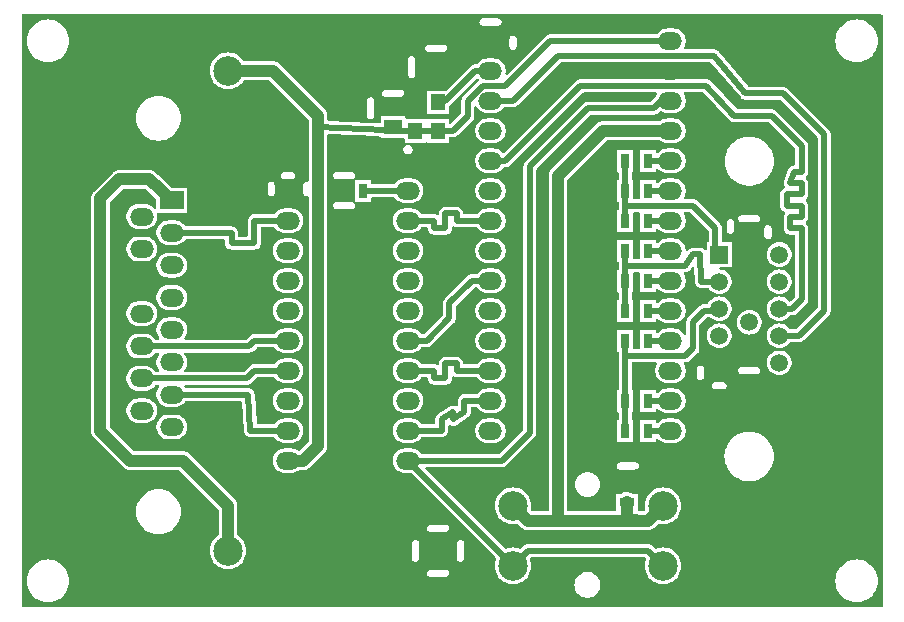
<source format=gbr>
G04 --- HEADER BEGIN --- *
%TF.GenerationSoftware,LibrePCB,LibrePCB,0.1.4*%
%TF.CreationDate,2020-05-24T15:31:10*%
%TF.ProjectId,Apple 2c VGA - default,6ee0dbe1-6aad-4263-9a0f-7c091fb3c0df,v1.3*%
%TF.Part,Single*%
%FSLAX66Y66*%
%MOMM*%
G01*
G74*
G04 --- HEADER END --- *
G04 --- APERTURE LIST BEGIN --- *
%ADD10R,1.2X1.4*%
%ADD11C,2.5*%
%ADD12R,0.75X1.25*%
%ADD13O,2.0X1.5*%
%ADD14C,1.5*%
%ADD15R,1.5X1.5*%
%ADD16R,2.0X1.5*%
%ADD17R,1.25X0.75*%
%ADD18R,1.5X1.3*%
%ADD19C,1.0*%
%ADD20C,0.5*%
%ADD21C,0.0*%
G04 --- APERTURE LIST END --- *
G04 --- BOARD BEGIN --- *
D10*
X35555000Y43040000D03*
X35555000Y40640000D03*
X33655000Y40640000D03*
X33655000Y43040000D03*
D11*
X17780000Y45720000D03*
X35560000Y45720000D03*
X35560000Y5080000D03*
X17780000Y5080000D03*
D12*
X53362500Y27940000D03*
X51412500Y27940000D03*
X29232500Y35560000D03*
X27282500Y35560000D03*
D13*
X22860000Y12700000D03*
X33020000Y20320000D03*
X22860000Y35560000D03*
X33020000Y33020000D03*
X33020000Y25400000D03*
X22860000Y33020000D03*
X22860000Y25400000D03*
X33020000Y35560000D03*
X33020000Y30480000D03*
X22860000Y30480000D03*
X33020000Y27940000D03*
X33020000Y15240000D03*
X22860000Y17780000D03*
X33020000Y12700000D03*
X22860000Y22860000D03*
X22860000Y20320000D03*
X22860000Y27940000D03*
X22860000Y15240000D03*
X33020000Y22860000D03*
X33020000Y17780000D03*
D12*
X53362500Y25400000D03*
X51412500Y25400000D03*
X53362500Y30480000D03*
X51412500Y30480000D03*
D14*
X64452500Y30145000D03*
X64452500Y27855000D03*
X64452500Y20985000D03*
X61912500Y26710000D03*
X64452500Y23275000D03*
D15*
X59372500Y30145000D03*
D14*
X59372500Y23275000D03*
X59372500Y25565000D03*
X59372500Y20985000D03*
X61912500Y22130000D03*
X61912500Y24420000D03*
X61912500Y29000000D03*
X61912500Y31290000D03*
X59372500Y27855000D03*
X64452500Y25565000D03*
D12*
X53362500Y35560000D03*
X51412500Y35560000D03*
X53362500Y17780000D03*
X51412500Y17780000D03*
D16*
X13017500Y34737500D03*
D13*
X13017500Y18297500D03*
X10477500Y16927500D03*
X13017500Y23777500D03*
X10477500Y22407500D03*
X13017500Y26517500D03*
X13017500Y15557500D03*
X10477500Y33367500D03*
X10477500Y27887500D03*
X13017500Y31997500D03*
X10477500Y19667500D03*
X10477500Y25147500D03*
X13017500Y21037500D03*
X13017500Y29257500D03*
X10477500Y30627500D03*
D17*
X51555177Y9245547D03*
X51555177Y11195547D03*
D11*
X41910000Y8890000D03*
X54610000Y3810000D03*
X41910000Y3810000D03*
X54610000Y8890000D03*
D12*
X53362500Y22860000D03*
X51412500Y22860000D03*
D13*
X55245000Y35560000D03*
X40005000Y43180000D03*
D16*
X40005000Y48260000D03*
D13*
X40005000Y27940000D03*
X40005000Y30480000D03*
X55245000Y22860000D03*
X55245000Y30480000D03*
X40005000Y40640000D03*
X55245000Y38100000D03*
X40005000Y20320000D03*
X55245000Y20320000D03*
X40005000Y38100000D03*
X40005000Y25400000D03*
X40005000Y22860000D03*
X55245000Y40640000D03*
X40005000Y33020000D03*
X55245000Y43180000D03*
X55245000Y15240000D03*
X55245000Y33020000D03*
X40005000Y45720000D03*
X40005000Y17780000D03*
X55245000Y48260000D03*
X55245000Y27940000D03*
X55245000Y25400000D03*
X55245000Y45720000D03*
X40005000Y35560000D03*
X40005000Y15240000D03*
X55245000Y17780000D03*
D12*
X53362500Y15240000D03*
X51412500Y15240000D03*
D18*
X31750000Y40960000D03*
X31750000Y42860000D03*
D12*
X53362500Y38100000D03*
X51412500Y38100000D03*
X53362500Y33020000D03*
X51412500Y33020000D03*
D19*
X25400000Y13970000D02*
X25400000Y14922500D01*
X17780000Y45720000D02*
X21590000Y45720000D01*
D20*
X33655000Y40640000D02*
X35560000Y40640000D01*
D19*
X22860000Y12700000D02*
X24130000Y12700000D01*
D20*
X38100000Y41910000D02*
X38100000Y43180000D01*
D19*
X25400000Y41910000D02*
X21590000Y45720000D01*
D20*
X31115000Y40640000D02*
X33020000Y40640000D01*
X33020000Y40640000D02*
X25400000Y40957500D01*
X55245000Y48260000D02*
X45085000Y48260000D01*
D19*
X25400000Y40957500D02*
X25400000Y14922500D01*
X24130000Y12700000D02*
X25400000Y13970000D01*
D20*
X41275000Y44450000D02*
X39370000Y44450000D01*
X35555000Y40640000D02*
X35560000Y40640000D01*
D19*
X25400000Y40957500D02*
X25400000Y41910000D01*
D20*
X35560000Y40640000D02*
X36830000Y40640000D01*
X38100000Y43180000D02*
X39370000Y44450000D01*
X36830000Y40640000D02*
X38100000Y41910000D01*
X31750000Y40960000D02*
X31115000Y40640000D01*
X33655000Y40640000D02*
X31115000Y40640000D01*
X45085000Y48260000D02*
X41275000Y44450000D01*
X55245000Y38100000D02*
X53340000Y38100000D01*
X53362500Y38100000D02*
X53340000Y38100000D01*
X10477500Y19667500D02*
X19350000Y19667500D01*
X19350000Y19667500D02*
X20002500Y20320000D01*
X22860000Y20320000D02*
X20002500Y20320000D01*
D19*
X9525000Y12700000D02*
X6985000Y15240000D01*
X6985000Y15240000D02*
X6985000Y34925000D01*
X13017500Y34737500D02*
X11112500Y36512500D01*
X17780000Y8890000D02*
X13970000Y12700000D01*
X6985000Y34925000D02*
X8572500Y36512500D01*
X17780000Y5080000D02*
X17780000Y8890000D01*
X13970000Y12700000D02*
X9525000Y12700000D01*
X8572500Y36512500D02*
X11112500Y36512500D01*
D20*
X57150000Y34290000D02*
X56515000Y34290000D01*
X59372500Y30145000D02*
X59055000Y30480000D01*
X56515000Y34290000D02*
X51435000Y34290000D01*
X51412500Y38100000D02*
X51412500Y38077500D01*
X51435000Y34290000D02*
X51412500Y35537500D01*
X57150000Y34290000D02*
X59055000Y32385000D01*
X51435000Y34290000D02*
X51412500Y33020000D01*
X51412500Y35560000D02*
X51412500Y35537500D01*
X51412500Y35537500D02*
X51412500Y38077500D01*
X59055000Y32385000D02*
X59055000Y30480000D01*
X53362500Y27940000D02*
X53340000Y27940000D01*
X55245000Y27940000D02*
X53340000Y27940000D01*
X55245000Y15240000D02*
X53340000Y15240000D01*
X53362500Y15240000D02*
X53340000Y15240000D01*
X53362500Y35560000D02*
X53340000Y35560000D01*
X55245000Y35560000D02*
X53340000Y35560000D01*
X35877500Y16192500D02*
X36830000Y16827500D01*
X36830000Y16827500D02*
X36830000Y16192500D01*
X33020000Y15240000D02*
X35877500Y15240000D01*
X35877500Y15240000D02*
X35877500Y16192500D01*
X37782500Y16827500D02*
X37782500Y17780000D01*
X40005000Y17780000D02*
X37782500Y17780000D01*
X36830000Y16192500D02*
X37782500Y16827500D01*
X19485000Y18297500D02*
X19685000Y15240000D01*
X13017500Y18297500D02*
X19485000Y18297500D01*
X22860000Y15240000D02*
X19685000Y15240000D01*
X53362500Y17780000D02*
X53340000Y17780000D01*
X55245000Y17780000D02*
X53340000Y17780000D01*
X55245000Y25400000D02*
X53340000Y25400000D01*
X53362500Y25400000D02*
X53340000Y25400000D01*
X18097500Y31997500D02*
X18097500Y31115000D01*
X22860000Y33020000D02*
X20002500Y33020000D01*
X20002500Y31115000D02*
X18097500Y31115000D01*
X16440000Y31997500D02*
X18097500Y31997500D01*
X13017500Y31997500D02*
X16440000Y31997500D01*
X20002500Y31115000D02*
X20002500Y33020000D01*
X54451250Y43180000D02*
X53816250Y42545000D01*
X53816250Y42545000D02*
X48260000Y42545000D01*
X43180000Y5080000D02*
X52070000Y5080000D01*
X43338750Y15081250D02*
X40957500Y12700000D01*
X43338750Y37623750D02*
X43338750Y15081250D01*
X54610000Y3810000D02*
X53340000Y5080000D01*
X41910000Y3810000D02*
X43180000Y5080000D01*
X39846250Y12700000D02*
X33020000Y12700000D01*
X53340000Y5080000D02*
X52070000Y5080000D01*
X48260000Y42545000D02*
X43338750Y37623750D01*
X41910000Y3810000D02*
X33020000Y12700000D01*
X40957500Y12700000D02*
X39846250Y12700000D01*
X56515000Y29210000D02*
X51435000Y29210000D01*
X51412500Y25400000D02*
X51412500Y27917500D01*
X51412500Y27940000D02*
X51412500Y27917500D01*
X51435000Y30457500D02*
X51435000Y29210000D01*
X56515000Y29210000D02*
X57150000Y30162500D01*
X57870000Y27855000D02*
X57785000Y30162500D01*
X51435000Y29210000D02*
X51412500Y30457500D01*
X51412500Y30457500D02*
X51435000Y30457500D01*
X59372500Y27855000D02*
X57870000Y27855000D01*
X51435000Y29210000D02*
X51412500Y27917500D01*
X51412500Y30480000D02*
X51412500Y30457500D01*
X57150000Y30162500D02*
X57785000Y30162500D01*
X51412500Y17780000D02*
X51412500Y17802500D01*
X57150000Y24130000D02*
X57150000Y24447500D01*
X51435000Y21590000D02*
X51412500Y22860000D01*
X57150000Y24447500D02*
X58102500Y25400000D01*
X51435000Y21590000D02*
X51412500Y17802500D01*
X51412500Y17802500D02*
X51412500Y15262500D01*
X57150000Y22225000D02*
X57150000Y24130000D01*
X51412500Y15240000D02*
X51412500Y15262500D01*
X56515000Y21590000D02*
X51435000Y21590000D01*
X59372500Y25565000D02*
X59055000Y25400000D01*
X56515000Y21590000D02*
X57150000Y22225000D01*
X58102500Y25400000D02*
X59055000Y25400000D01*
X33020000Y20320000D02*
X35242500Y20320000D01*
X35242500Y19685000D02*
X36195000Y19685000D01*
X36195000Y20955000D02*
X37147500Y20955000D01*
X36195000Y19685000D02*
X36195000Y20955000D01*
X35242500Y20320000D02*
X35242500Y19685000D01*
X37147500Y20955000D02*
X37147500Y20320000D01*
X40005000Y20320000D02*
X37147500Y20320000D01*
X35555000Y43040000D02*
X35560000Y43180000D01*
X38735000Y45720000D02*
X36195000Y43180000D01*
X40005000Y45720000D02*
X38735000Y45720000D01*
X36195000Y43180000D02*
X35560000Y43180000D01*
D19*
X43180000Y7620000D02*
X44450000Y7620000D01*
X55245000Y40640000D02*
X49530000Y40640000D01*
X53340000Y7620000D02*
X50165000Y7620000D01*
X41910000Y8890000D02*
X43180000Y7620000D01*
X51555177Y9245547D02*
X51523455Y7708455D01*
X45720000Y7620000D02*
X50165000Y7620000D01*
X45720000Y7620000D02*
X44450000Y7620000D01*
X53340000Y7620000D02*
X54610000Y8890000D01*
X49530000Y40640000D02*
X45720000Y36830000D01*
X45720000Y36830000D02*
X45720000Y7620000D01*
X51523455Y7708455D02*
X53340000Y7620000D01*
D20*
X29232500Y35560000D02*
X31750000Y35560000D01*
X33020000Y35560000D02*
X31750000Y35560000D01*
X65570000Y25565000D02*
X66357500Y26352500D01*
X40005000Y38100000D02*
X41275000Y38100000D01*
X66357500Y32385000D02*
X66357500Y31432500D01*
X65405000Y33337500D02*
X65405000Y32385000D01*
X60642500Y41910000D02*
X58261250Y44450000D01*
X65087500Y34290000D02*
X66357500Y34290000D01*
X66357500Y35242500D02*
X65087500Y35242500D01*
X64452500Y25565000D02*
X65570000Y25565000D01*
X66357500Y34290000D02*
X66357500Y33337500D01*
X66357500Y39370000D02*
X63817500Y41910000D01*
X63817500Y41910000D02*
X60642500Y41910000D01*
X47625000Y44450000D02*
X58261250Y44450000D01*
X66357500Y37147500D02*
X66357500Y39370000D01*
X66357500Y36195000D02*
X65405000Y36195000D01*
X66357500Y35242500D02*
X66357500Y36195000D01*
X66357500Y33337500D02*
X65405000Y33337500D01*
X65405000Y36195000D02*
X65722500Y37147500D01*
X41275000Y38100000D02*
X47625000Y44450000D01*
X66357500Y26352500D02*
X66357500Y31432500D01*
X65087500Y35242500D02*
X65087500Y34290000D01*
X65405000Y32385000D02*
X66357500Y32385000D01*
X65722500Y37147500D02*
X66357500Y37147500D01*
X33020000Y33020000D02*
X35242500Y33020000D01*
X35242500Y33020000D02*
X35242500Y32385000D01*
X35242500Y32385000D02*
X36195000Y32385000D01*
X36195000Y33655000D02*
X37147500Y33655000D01*
X40005000Y33020000D02*
X37147500Y33020000D01*
X36195000Y32385000D02*
X36195000Y33655000D01*
X37147500Y33655000D02*
X37147500Y33020000D01*
X53362500Y22860000D02*
X53340000Y22860000D01*
X55245000Y22860000D02*
X53340000Y22860000D01*
X36512500Y26035000D02*
X38417500Y27940000D01*
X33020000Y22860000D02*
X34607500Y22860000D01*
X40005000Y27940000D02*
X38417500Y27940000D01*
X36512500Y24765000D02*
X36512500Y26035000D01*
X34607500Y22860000D02*
X36512500Y24765000D01*
X68262500Y40322500D02*
X64770000Y43815000D01*
X45720000Y46990000D02*
X58896250Y46990000D01*
X64770000Y43815000D02*
X61595000Y43815000D01*
X68262500Y25400000D02*
X68262500Y40322500D01*
X64452500Y23275000D02*
X66137500Y23275000D01*
X40005000Y43180000D02*
X41910000Y43180000D01*
X41910000Y43180000D02*
X45720000Y46990000D01*
X66137500Y23275000D02*
X68262500Y25400000D01*
X61595000Y43815000D02*
X58896250Y46990000D01*
X22860000Y22860000D02*
X20002500Y22860000D01*
X10477500Y22407500D02*
X19550000Y22407500D01*
X19550000Y22407500D02*
X20002500Y22860000D01*
X55245000Y30480000D02*
X53340000Y30480000D01*
X53362500Y30480000D02*
X53340000Y30480000D01*
X55245000Y33020000D02*
X53340000Y33020000D01*
X53362500Y33020000D02*
X53340000Y33020000D01*
D21*
G36*
X73159327Y319500D02*
X73200000Y400000D01*
X73200000Y50400000D01*
X73180500Y50459327D01*
X73100000Y50500000D01*
X400000Y50500000D01*
X340673Y50480500D01*
X300000Y50400000D01*
X300000Y400000D01*
X319500Y340673D01*
X400000Y300000D01*
X2536435Y300000D01*
X2536435Y740255D01*
X2287401Y758066D01*
X2280340Y759081D01*
X2036372Y812152D01*
X2029532Y814161D01*
X1795601Y901413D01*
X1789117Y904374D01*
X1569982Y1024031D01*
X1563985Y1027885D01*
X1364109Y1177509D01*
X1358726Y1182174D01*
X1182174Y1358726D01*
X1177509Y1364109D01*
X1027885Y1563985D01*
X1024031Y1569982D01*
X904374Y1789117D01*
X901413Y1795601D01*
X814161Y2029532D01*
X812152Y2036372D01*
X759081Y2280340D01*
X758066Y2287401D01*
X740255Y2536435D01*
X740255Y2543565D01*
X758066Y2792597D01*
X759081Y2799659D01*
X812152Y3043627D01*
X814161Y3050467D01*
X901413Y3284398D01*
X904374Y3290882D01*
X1024031Y3510017D01*
X1027885Y3516014D01*
X1177509Y3715890D01*
X1182174Y3721273D01*
X1358726Y3897825D01*
X1364109Y3902490D01*
X1563985Y4052114D01*
X1569982Y4055968D01*
X1789117Y4175625D01*
X1795601Y4178586D01*
X2029532Y4265838D01*
X2036372Y4267847D01*
X2280340Y4320918D01*
X2287402Y4321933D01*
X2536434Y4339744D01*
X2536435Y4339744D01*
X2536435Y46460255D01*
X2287401Y46478066D01*
X2280340Y46479081D01*
X2036372Y46532152D01*
X2029532Y46534161D01*
X1795601Y46621413D01*
X1789117Y46624374D01*
X1569982Y46744031D01*
X1563985Y46747885D01*
X1364109Y46897509D01*
X1358726Y46902174D01*
X1182174Y47078726D01*
X1177509Y47084109D01*
X1027885Y47283985D01*
X1024031Y47289982D01*
X904374Y47509117D01*
X901413Y47515601D01*
X814161Y47749532D01*
X812152Y47756372D01*
X759081Y48000340D01*
X758066Y48007401D01*
X740255Y48256435D01*
X740255Y48263565D01*
X758066Y48512597D01*
X759081Y48519659D01*
X812152Y48763627D01*
X814161Y48770467D01*
X901413Y49004398D01*
X904374Y49010882D01*
X1024031Y49230017D01*
X1027885Y49236014D01*
X1177509Y49435890D01*
X1182174Y49441273D01*
X1358726Y49617825D01*
X1364109Y49622490D01*
X1563985Y49772114D01*
X1569982Y49775968D01*
X1789117Y49895625D01*
X1795601Y49898586D01*
X2029532Y49985838D01*
X2036372Y49987847D01*
X2280340Y50040918D01*
X2287402Y50041933D01*
X2536434Y50059744D01*
X2543564Y50059744D01*
X2792598Y50041933D01*
X2799659Y50040918D01*
X3043627Y49987847D01*
X3050467Y49985838D01*
X3284398Y49898586D01*
X3290882Y49895625D01*
X3510017Y49775968D01*
X3516014Y49772114D01*
X3715890Y49622490D01*
X3721273Y49617825D01*
X3897825Y49441273D01*
X3902490Y49435890D01*
X4052114Y49236014D01*
X4055968Y49230017D01*
X4175625Y49010882D01*
X4178586Y49004398D01*
X4265838Y48770467D01*
X4267847Y48763627D01*
X4320918Y48519659D01*
X4321933Y48512597D01*
X4339745Y48263565D01*
X4339745Y48256435D01*
X4321933Y48007402D01*
X4320918Y48000340D01*
X4267847Y47756372D01*
X4265838Y47749532D01*
X4178586Y47515601D01*
X4175625Y47509117D01*
X4055968Y47289982D01*
X4052114Y47283985D01*
X3902490Y47084109D01*
X3897825Y47078726D01*
X3721273Y46902174D01*
X3715890Y46897509D01*
X3516014Y46747885D01*
X3510017Y46744031D01*
X3290882Y46624374D01*
X3284398Y46621413D01*
X3050467Y46534161D01*
X3043627Y46532152D01*
X2799659Y46479081D01*
X2792597Y46478066D01*
X2543565Y46460255D01*
X2536435Y46460255D01*
X2536435Y4339744D01*
X2543564Y4339744D01*
X2792598Y4321933D01*
X2799659Y4320918D01*
X3043627Y4267847D01*
X3050467Y4265838D01*
X3284398Y4178586D01*
X3290882Y4175625D01*
X3510017Y4055968D01*
X3516014Y4052114D01*
X3715890Y3902490D01*
X3721273Y3897825D01*
X3897825Y3721273D01*
X3902490Y3715890D01*
X4052114Y3516014D01*
X4055968Y3510017D01*
X4175625Y3290882D01*
X4178586Y3284398D01*
X4265838Y3050467D01*
X4267847Y3043627D01*
X4320918Y2799659D01*
X4321933Y2792597D01*
X4339745Y2543565D01*
X4339745Y2536435D01*
X4321933Y2287402D01*
X4320918Y2280340D01*
X4267847Y2036372D01*
X4265838Y2029532D01*
X4178586Y1795601D01*
X4175625Y1789117D01*
X4055968Y1569982D01*
X4052114Y1563985D01*
X3902490Y1364109D01*
X3897825Y1358726D01*
X3721273Y1182174D01*
X3715890Y1177509D01*
X3516014Y1027885D01*
X3510017Y1024031D01*
X3290882Y904374D01*
X3284398Y901413D01*
X3050467Y814161D01*
X3043627Y812152D01*
X2799659Y759081D01*
X2792597Y758066D01*
X2543565Y740255D01*
X2536435Y740255D01*
X2536435Y300000D01*
X11893935Y300000D01*
X11893935Y6487755D01*
X11630667Y6506584D01*
X11623611Y6507598D01*
X11365691Y6563705D01*
X11358865Y6565710D01*
X11111560Y6657950D01*
X11105076Y6660911D01*
X10873418Y6787406D01*
X10867421Y6791260D01*
X10656123Y6949435D01*
X10650740Y6954099D01*
X10464099Y7140740D01*
X10459435Y7146123D01*
X10301260Y7357421D01*
X10297406Y7363418D01*
X10170911Y7595076D01*
X10167950Y7601560D01*
X10075710Y7848865D01*
X10073705Y7855691D01*
X10017598Y8113611D01*
X10016584Y8120667D01*
X9997755Y8383935D01*
X9997755Y8391065D01*
X10016584Y8654332D01*
X10017598Y8661388D01*
X10073705Y8919308D01*
X10075710Y8926134D01*
X10167950Y9173439D01*
X10170911Y9179923D01*
X10297406Y9411581D01*
X10301260Y9417578D01*
X10459435Y9628876D01*
X10464099Y9634259D01*
X10650740Y9820900D01*
X10656123Y9825564D01*
X10867421Y9983739D01*
X10873418Y9987593D01*
X11105076Y10114088D01*
X11111560Y10117049D01*
X11358865Y10209289D01*
X11365691Y10211294D01*
X11623611Y10267401D01*
X11630667Y10268415D01*
X11893934Y10287244D01*
X11901064Y10287244D01*
X12164332Y10268415D01*
X12171388Y10267401D01*
X12429308Y10211294D01*
X12436134Y10209289D01*
X12683439Y10117049D01*
X12689923Y10114088D01*
X12921581Y9987593D01*
X12927578Y9983739D01*
X13138876Y9825564D01*
X13144259Y9820900D01*
X13330900Y9634259D01*
X13335564Y9628876D01*
X13493739Y9417578D01*
X13497593Y9411581D01*
X13624088Y9179923D01*
X13627049Y9173439D01*
X13719289Y8926134D01*
X13721294Y8919308D01*
X13777401Y8661388D01*
X13778415Y8654332D01*
X13797245Y8391065D01*
X13797245Y8383935D01*
X13778415Y8120667D01*
X13777401Y8113611D01*
X13721294Y7855691D01*
X13719289Y7848865D01*
X13627049Y7601560D01*
X13624088Y7595076D01*
X13497593Y7363418D01*
X13493739Y7357421D01*
X13335564Y7146123D01*
X13330900Y7140740D01*
X13144259Y6954099D01*
X13138876Y6949435D01*
X12927578Y6791260D01*
X12921581Y6787406D01*
X12689923Y6660911D01*
X12683439Y6657950D01*
X12436134Y6565710D01*
X12429308Y6563705D01*
X12171388Y6507598D01*
X12164332Y6506584D01*
X11901065Y6487755D01*
X11893935Y6487755D01*
X11893935Y300000D01*
X17776086Y300000D01*
X17776086Y3530308D01*
X17541435Y3548775D01*
X17533711Y3549999D01*
X17304846Y3604944D01*
X17297391Y3607367D01*
X17079943Y3697436D01*
X17072966Y3700991D01*
X16872283Y3823969D01*
X16865941Y3828577D01*
X16686979Y3981426D01*
X16681426Y3986979D01*
X16528577Y4165941D01*
X16523969Y4172283D01*
X16400991Y4372966D01*
X16397436Y4379943D01*
X16307367Y4597391D01*
X16304944Y4604846D01*
X16249999Y4833711D01*
X16248775Y4841435D01*
X16230308Y5076086D01*
X16230308Y5083914D01*
X16248775Y5318564D01*
X16249999Y5326288D01*
X16304944Y5555153D01*
X16307367Y5562608D01*
X16397436Y5780056D01*
X16400991Y5787033D01*
X16523969Y5987716D01*
X16528577Y5994058D01*
X16681426Y6173020D01*
X16686979Y6178573D01*
X16865941Y6331422D01*
X16872278Y6336026D01*
X16932251Y6372778D01*
X16972646Y6420404D01*
X16980000Y6458042D01*
X16980000Y8517207D01*
X16950711Y8587918D01*
X13667918Y11870711D01*
X13597207Y11900000D01*
X9527623Y11900000D01*
X9522391Y11900274D01*
X9465146Y11906291D01*
X9459926Y11906702D01*
X9405084Y11909576D01*
X9394788Y11911206D01*
X9387173Y11913247D01*
X9371742Y11916107D01*
X9363882Y11916933D01*
X9353683Y11919101D01*
X9301394Y11936091D01*
X9296372Y11937579D01*
X9243362Y11951783D01*
X9233642Y11955514D01*
X9226618Y11959093D01*
X9212114Y11965101D01*
X9204595Y11967544D01*
X9195072Y11971784D01*
X9147480Y11999261D01*
X9142880Y12001758D01*
X9093958Y12026685D01*
X9085218Y12032361D01*
X9079094Y12037321D01*
X9066155Y12046214D01*
X9059308Y12050167D01*
X9050878Y12056291D01*
X9010043Y12093060D01*
X9006060Y12096462D01*
X8961338Y12132676D01*
X8957473Y12136156D01*
X6421158Y14672471D01*
X6417665Y14676350D01*
X6381454Y14721067D01*
X6378054Y14725048D01*
X6341293Y14765875D01*
X6335168Y14774306D01*
X6331218Y14781147D01*
X6322331Y14794078D01*
X6317358Y14800219D01*
X6311686Y14808953D01*
X6286747Y14857899D01*
X6284248Y14862500D01*
X6256784Y14910069D01*
X6252546Y14919589D01*
X6250105Y14927101D01*
X6244097Y14941605D01*
X6240512Y14948640D01*
X6236779Y14958364D01*
X6222561Y15011431D01*
X6221073Y15016454D01*
X6204100Y15068688D01*
X6201933Y15078882D01*
X6201108Y15086733D01*
X6198249Y15102164D01*
X6196204Y15109795D01*
X6194575Y15120084D01*
X6191700Y15174945D01*
X6191289Y15180165D01*
X6185274Y15237391D01*
X6185000Y15242623D01*
X6185000Y34922377D01*
X6185274Y34927609D01*
X6191291Y34984854D01*
X6191702Y34990074D01*
X6194576Y35044915D01*
X6196206Y35055211D01*
X6198247Y35062826D01*
X6201107Y35078257D01*
X6201933Y35086117D01*
X6204101Y35096316D01*
X6221091Y35148605D01*
X6222579Y35153627D01*
X6236783Y35206637D01*
X6240514Y35216357D01*
X6244093Y35223381D01*
X6250101Y35237885D01*
X6252544Y35245404D01*
X6256784Y35254927D01*
X6284261Y35302519D01*
X6286758Y35307119D01*
X6311683Y35356037D01*
X6317363Y35364783D01*
X6322327Y35370913D01*
X6331217Y35383848D01*
X6335169Y35390693D01*
X6341295Y35399125D01*
X6378057Y35439953D01*
X6381459Y35443935D01*
X6417675Y35488659D01*
X6421164Y35492535D01*
X8004965Y37076336D01*
X8008842Y37079826D01*
X8053576Y37116051D01*
X8057557Y37119452D01*
X8098376Y37156206D01*
X8106809Y37162333D01*
X8113647Y37166281D01*
X8126578Y37175168D01*
X8132714Y37180136D01*
X8141458Y37185815D01*
X8190400Y37210752D01*
X8195002Y37213251D01*
X8242566Y37240713D01*
X8252103Y37244959D01*
X8259601Y37247395D01*
X8274098Y37253399D01*
X8281141Y37256987D01*
X8290864Y37260720D01*
X8343924Y37274937D01*
X8348945Y37276425D01*
X8401182Y37293398D01*
X8411381Y37295566D01*
X8419233Y37296391D01*
X8434663Y37299250D01*
X8442292Y37301294D01*
X8452584Y37302924D01*
X8507436Y37305799D01*
X8512655Y37306210D01*
X8569891Y37312226D01*
X8575123Y37312500D01*
X11109877Y37312500D01*
X11115111Y37312226D01*
X11156601Y37307865D01*
X11165348Y37307332D01*
X11204430Y37306665D01*
X11214781Y37305399D01*
X11237960Y37300057D01*
X11249967Y37298051D01*
X11273617Y37295566D01*
X11283811Y37293399D01*
X11320998Y37281317D01*
X11329442Y37278977D01*
X11367544Y37270196D01*
X11377393Y37266809D01*
X11398956Y37256764D01*
X11410285Y37252305D01*
X11432895Y37244959D01*
X11442430Y37240714D01*
X11476278Y37221171D01*
X11484054Y37217125D01*
X11519500Y37200614D01*
X11528444Y37195245D01*
X11547446Y37180938D01*
X11557595Y37174224D01*
X11578187Y37162335D01*
X11586623Y37156206D01*
X11615672Y37130050D01*
X11622436Y37124476D01*
X11655772Y37099377D01*
X11659777Y37096019D01*
X11893935Y36877840D01*
X11893935Y39807755D01*
X11630667Y39826584D01*
X11623611Y39827598D01*
X11365691Y39883705D01*
X11358865Y39885710D01*
X11111560Y39977950D01*
X11105076Y39980911D01*
X10873418Y40107406D01*
X10867421Y40111260D01*
X10656123Y40269435D01*
X10650740Y40274099D01*
X10464099Y40460740D01*
X10459435Y40466123D01*
X10301260Y40677421D01*
X10297406Y40683418D01*
X10170911Y40915076D01*
X10167950Y40921560D01*
X10075710Y41168865D01*
X10073705Y41175691D01*
X10017598Y41433611D01*
X10016584Y41440667D01*
X9997755Y41703935D01*
X9997755Y41711065D01*
X10016584Y41974332D01*
X10017598Y41981388D01*
X10073705Y42239308D01*
X10075710Y42246134D01*
X10167950Y42493439D01*
X10170911Y42499923D01*
X10297406Y42731581D01*
X10301260Y42737578D01*
X10459435Y42948876D01*
X10464099Y42954259D01*
X10650740Y43140900D01*
X10656123Y43145564D01*
X10867421Y43303739D01*
X10873418Y43307593D01*
X11105076Y43434088D01*
X11111560Y43437049D01*
X11358865Y43529289D01*
X11365691Y43531294D01*
X11623611Y43587401D01*
X11630667Y43588415D01*
X11893934Y43607244D01*
X11901064Y43607244D01*
X12164332Y43588415D01*
X12171388Y43587401D01*
X12429308Y43531294D01*
X12436134Y43529289D01*
X12683439Y43437049D01*
X12689923Y43434088D01*
X12921581Y43307593D01*
X12927578Y43303739D01*
X13138876Y43145564D01*
X13144259Y43140900D01*
X13330900Y42954259D01*
X13335564Y42948876D01*
X13493739Y42737578D01*
X13497593Y42731581D01*
X13624088Y42499923D01*
X13627049Y42493439D01*
X13719289Y42246134D01*
X13721294Y42239308D01*
X13777401Y41981388D01*
X13778415Y41974332D01*
X13797245Y41711065D01*
X13797245Y41703935D01*
X13778415Y41440667D01*
X13777401Y41433611D01*
X13721294Y41175691D01*
X13719289Y41168865D01*
X13627049Y40921560D01*
X13624088Y40915076D01*
X13497593Y40683418D01*
X13493739Y40677421D01*
X13335564Y40466123D01*
X13330900Y40460740D01*
X13144259Y40274099D01*
X13138876Y40269435D01*
X12927578Y40111260D01*
X12921581Y40107406D01*
X12689923Y39980911D01*
X12683439Y39977950D01*
X12436134Y39885710D01*
X12429308Y39883705D01*
X12171388Y39827598D01*
X12164332Y39826584D01*
X11901065Y39807755D01*
X11893935Y39807755D01*
X11893935Y36877840D01*
X13035328Y35814337D01*
X13103498Y35787500D01*
X14301487Y35787500D01*
X14306252Y35785934D01*
X14317500Y35763672D01*
X14317500Y33703513D01*
X14315934Y33698748D01*
X14293672Y33687500D01*
X11851737Y33687500D01*
X11792410Y33668000D01*
X11756220Y33617105D01*
X11753440Y33569125D01*
X11772171Y33468925D01*
X11773020Y33459760D01*
X11773020Y33275239D01*
X11772171Y33266074D01*
X11738267Y33084704D01*
X11735743Y33075836D01*
X11669091Y32903784D01*
X11664989Y32895546D01*
X11567852Y32738664D01*
X11562304Y32731318D01*
X11437996Y32594959D01*
X11431186Y32588751D01*
X11283940Y32477556D01*
X11276117Y32472712D01*
X11110941Y32390465D01*
X11102359Y32387140D01*
X10924881Y32336643D01*
X10915832Y32334951D01*
X10729805Y32317714D01*
X10725189Y32317500D01*
X10229811Y32317500D01*
X10225195Y32317714D01*
X10039168Y32334951D01*
X10030119Y32336643D01*
X9852637Y32387140D01*
X9844063Y32390462D01*
X9678882Y32472712D01*
X9671058Y32477556D01*
X9523813Y32588751D01*
X9517003Y32594959D01*
X9392695Y32731318D01*
X9387147Y32738664D01*
X9290010Y32895546D01*
X9285908Y32903784D01*
X9219256Y33075836D01*
X9216732Y33084704D01*
X9182828Y33266074D01*
X9181979Y33275239D01*
X9181979Y33459760D01*
X9182828Y33468925D01*
X9216732Y33650295D01*
X9219256Y33659163D01*
X9285908Y33831215D01*
X9290010Y33839453D01*
X9387147Y33996335D01*
X9392695Y34003681D01*
X9517003Y34140040D01*
X9523813Y34146248D01*
X9671059Y34257443D01*
X9678882Y34262287D01*
X9844058Y34344534D01*
X9852640Y34347859D01*
X10030118Y34398356D01*
X10039167Y34400048D01*
X10225195Y34417286D01*
X10229811Y34417500D01*
X10725189Y34417500D01*
X10729805Y34417286D01*
X10915831Y34400048D01*
X10924880Y34398356D01*
X11102362Y34347859D01*
X11110936Y34344537D01*
X11276117Y34262287D01*
X11283941Y34257443D01*
X11431186Y34146248D01*
X11437996Y34140040D01*
X11543599Y34024200D01*
X11597978Y33993494D01*
X11659971Y34001037D01*
X11705400Y34043888D01*
X11717500Y34091570D01*
X11717500Y34811832D01*
X11685670Y34884995D01*
X10826362Y35685663D01*
X10758192Y35712500D01*
X8945293Y35712500D01*
X8874582Y35683211D01*
X7814289Y34622918D01*
X7785000Y34552207D01*
X7785000Y15612793D01*
X7814289Y15542082D01*
X9827082Y13529289D01*
X9897793Y13500000D01*
X10229811Y13500000D01*
X10229811Y15877500D01*
X10225195Y15877714D01*
X10039168Y15894951D01*
X10030119Y15896643D01*
X9852637Y15947140D01*
X9844063Y15950462D01*
X9678882Y16032712D01*
X9671058Y16037556D01*
X9523813Y16148751D01*
X9517003Y16154959D01*
X9392695Y16291318D01*
X9387147Y16298664D01*
X9290010Y16455546D01*
X9285908Y16463784D01*
X9219256Y16635836D01*
X9216732Y16644704D01*
X9182828Y16826074D01*
X9181979Y16835239D01*
X9181979Y17019760D01*
X9182828Y17028925D01*
X9216732Y17210295D01*
X9219256Y17219163D01*
X9285908Y17391215D01*
X9290010Y17399453D01*
X9387147Y17556335D01*
X9392695Y17563681D01*
X9517003Y17700040D01*
X9523813Y17706248D01*
X9671059Y17817443D01*
X9678882Y17822287D01*
X9844058Y17904534D01*
X9852640Y17907859D01*
X10030118Y17958356D01*
X10039167Y17960048D01*
X10225195Y17977286D01*
X10229811Y17977500D01*
X10725189Y17977500D01*
X10729805Y17977286D01*
X10915831Y17960048D01*
X10924880Y17958356D01*
X11102362Y17907859D01*
X11110936Y17904537D01*
X11276117Y17822287D01*
X11283941Y17817443D01*
X11431186Y17706248D01*
X11437996Y17700040D01*
X11562304Y17563681D01*
X11567852Y17556335D01*
X11664989Y17399453D01*
X11669091Y17391215D01*
X11735743Y17219163D01*
X11738267Y17210295D01*
X11772171Y17028925D01*
X11773020Y17019760D01*
X11773020Y16835239D01*
X11772171Y16826074D01*
X11738267Y16644704D01*
X11735743Y16635836D01*
X11669091Y16463784D01*
X11664989Y16455546D01*
X11567852Y16298664D01*
X11562304Y16291318D01*
X11437996Y16154959D01*
X11431186Y16148751D01*
X11283940Y16037556D01*
X11276117Y16032712D01*
X11110941Y15950465D01*
X11102359Y15947140D01*
X10924881Y15896643D01*
X10915832Y15894951D01*
X10729805Y15877714D01*
X10725189Y15877500D01*
X10229811Y15877500D01*
X10229811Y13500000D01*
X12769811Y13500000D01*
X12769811Y14507500D01*
X12765195Y14507714D01*
X12579168Y14524951D01*
X12570119Y14526643D01*
X12392637Y14577140D01*
X12384063Y14580462D01*
X12218882Y14662712D01*
X12211058Y14667556D01*
X12063813Y14778751D01*
X12057003Y14784959D01*
X11932695Y14921318D01*
X11927147Y14928664D01*
X11830010Y15085546D01*
X11825908Y15093784D01*
X11759256Y15265836D01*
X11756732Y15274704D01*
X11722828Y15456074D01*
X11721979Y15465239D01*
X11721979Y15649760D01*
X11722828Y15658925D01*
X11756732Y15840295D01*
X11759256Y15849163D01*
X11825908Y16021215D01*
X11830010Y16029453D01*
X11927147Y16186335D01*
X11932695Y16193681D01*
X12057003Y16330040D01*
X12063813Y16336248D01*
X12211059Y16447443D01*
X12218882Y16452287D01*
X12384058Y16534534D01*
X12392640Y16537859D01*
X12570118Y16588356D01*
X12579167Y16590048D01*
X12765195Y16607286D01*
X12769811Y16607500D01*
X13265189Y16607500D01*
X13269805Y16607286D01*
X13455831Y16590048D01*
X13464880Y16588356D01*
X13642362Y16537859D01*
X13650936Y16534537D01*
X13816117Y16452287D01*
X13823941Y16447443D01*
X13971186Y16336248D01*
X13977996Y16330040D01*
X14102304Y16193681D01*
X14107852Y16186335D01*
X14204989Y16029453D01*
X14209091Y16021215D01*
X14275743Y15849163D01*
X14278267Y15840295D01*
X14312171Y15658925D01*
X14313020Y15649760D01*
X14313020Y15465239D01*
X14312171Y15456074D01*
X14278267Y15274704D01*
X14275743Y15265836D01*
X14209091Y15093784D01*
X14204989Y15085546D01*
X14107852Y14928664D01*
X14102304Y14921318D01*
X13977996Y14784959D01*
X13971186Y14778751D01*
X13823940Y14667556D01*
X13816117Y14662712D01*
X13650941Y14580465D01*
X13642359Y14577140D01*
X13464881Y14526643D01*
X13455832Y14524951D01*
X13269805Y14507714D01*
X13265189Y14507500D01*
X12769811Y14507500D01*
X12769811Y13500000D01*
X13967378Y13500000D01*
X13972608Y13499726D01*
X14029869Y13493707D01*
X14035090Y13493296D01*
X14089915Y13490423D01*
X14100211Y13488793D01*
X14107826Y13486752D01*
X14123257Y13483892D01*
X14131114Y13483066D01*
X14141314Y13480898D01*
X14193590Y13463913D01*
X14198609Y13462426D01*
X14251639Y13448216D01*
X14261358Y13444486D01*
X14268387Y13440904D01*
X14282892Y13434896D01*
X14290402Y13432456D01*
X14299927Y13428215D01*
X14347500Y13400749D01*
X14352101Y13398252D01*
X14401033Y13373320D01*
X14409786Y13367635D01*
X14415919Y13362669D01*
X14428847Y13353784D01*
X14435686Y13349835D01*
X14444125Y13343704D01*
X14484931Y13306962D01*
X14488913Y13303561D01*
X14533642Y13267341D01*
X14537539Y13263832D01*
X18343832Y9457539D01*
X18347341Y9453642D01*
X18383561Y9408913D01*
X18386962Y9404931D01*
X18423702Y9364127D01*
X18429832Y9355690D01*
X18433779Y9348853D01*
X18442670Y9335917D01*
X18447638Y9329782D01*
X18453314Y9321043D01*
X18478248Y9272107D01*
X18480745Y9267507D01*
X18508214Y9219929D01*
X18512456Y9210402D01*
X18514896Y9202891D01*
X18520902Y9188393D01*
X18524481Y9181369D01*
X18528218Y9171633D01*
X18542427Y9118603D01*
X18543915Y9113581D01*
X18560897Y9061316D01*
X18563066Y9051112D01*
X18563892Y9043254D01*
X18566752Y9027820D01*
X18568793Y9020205D01*
X18570422Y9009918D01*
X18573295Y8955102D01*
X18573706Y8949883D01*
X18579726Y8892609D01*
X18580000Y8887377D01*
X18580000Y6458041D01*
X18599500Y6398714D01*
X18627750Y6372777D01*
X18687716Y6336030D01*
X18694058Y6331422D01*
X18873020Y6178573D01*
X18878573Y6173020D01*
X19031422Y5994058D01*
X19036030Y5987716D01*
X19159008Y5787033D01*
X19162563Y5780056D01*
X19252632Y5562608D01*
X19255055Y5555153D01*
X19310000Y5326288D01*
X19311224Y5318564D01*
X19329692Y5083913D01*
X19329692Y5076087D01*
X19311224Y4841435D01*
X19310000Y4833711D01*
X19255055Y4604846D01*
X19252632Y4597391D01*
X19162563Y4379943D01*
X19159008Y4372966D01*
X19036030Y4172283D01*
X19031422Y4165941D01*
X18878573Y3986979D01*
X18873020Y3981426D01*
X18694058Y3828577D01*
X18687716Y3823969D01*
X18487033Y3700991D01*
X18480056Y3697436D01*
X18262608Y3607367D01*
X18255153Y3604944D01*
X18026288Y3549999D01*
X18018564Y3548775D01*
X17783914Y3530308D01*
X17776086Y3530308D01*
X17776086Y300000D01*
X22612311Y300000D01*
X22612311Y11650000D01*
X22607695Y11650214D01*
X22421668Y11667451D01*
X22412619Y11669143D01*
X22235137Y11719640D01*
X22226563Y11722962D01*
X22061382Y11805212D01*
X22053558Y11810056D01*
X21906313Y11921251D01*
X21899503Y11927459D01*
X21775195Y12063818D01*
X21769647Y12071164D01*
X21672510Y12228046D01*
X21668408Y12236284D01*
X21601756Y12408336D01*
X21599232Y12417204D01*
X21565328Y12598574D01*
X21564479Y12607739D01*
X21564479Y12792260D01*
X21565328Y12801425D01*
X21599232Y12982795D01*
X21601756Y12991663D01*
X21668408Y13163715D01*
X21672510Y13171953D01*
X21769647Y13328835D01*
X21775195Y13336181D01*
X21899503Y13472540D01*
X21906313Y13478748D01*
X22053559Y13589943D01*
X22061382Y13594787D01*
X22226558Y13677034D01*
X22235140Y13680359D01*
X22412618Y13730856D01*
X22421667Y13732548D01*
X22607695Y13749786D01*
X22612311Y13750000D01*
X22612311Y13750000D01*
X22612311Y14190000D01*
X22607695Y14190214D01*
X22421668Y14207451D01*
X22412619Y14209143D01*
X22235137Y14259640D01*
X22226563Y14262962D01*
X22061382Y14345212D01*
X22053558Y14350056D01*
X21906313Y14461251D01*
X21899503Y14467459D01*
X21775195Y14603818D01*
X21769647Y14611164D01*
X21750156Y14642643D01*
X21702344Y14682819D01*
X21665134Y14690000D01*
X19688270Y14690000D01*
X19681761Y14690426D01*
X19634700Y14696622D01*
X19628201Y14697262D01*
X19584172Y14700153D01*
X19571422Y14702691D01*
X19569880Y14703215D01*
X19550779Y14707669D01*
X19549152Y14707883D01*
X19536592Y14711249D01*
X19495785Y14728152D01*
X19489670Y14730454D01*
X19447885Y14744643D01*
X19436227Y14750395D01*
X19434866Y14751304D01*
X19417566Y14760553D01*
X19416056Y14761179D01*
X19404795Y14767680D01*
X19369772Y14794554D01*
X19364464Y14798359D01*
X19327754Y14822895D01*
X19317982Y14831467D01*
X19316908Y14832692D01*
X19302588Y14846106D01*
X19301295Y14847098D01*
X19292100Y14856293D01*
X19265226Y14891315D01*
X19261084Y14896362D01*
X19231972Y14929567D01*
X19224753Y14940375D01*
X19224031Y14941840D01*
X19213674Y14958498D01*
X19212676Y14959799D01*
X19206179Y14971052D01*
X19189278Y15011854D01*
X19186583Y15017803D01*
X19167063Y15057400D01*
X19162887Y15069704D01*
X19162568Y15071309D01*
X19156875Y15090080D01*
X19156249Y15091592D01*
X19152883Y15104154D01*
X19147118Y15147940D01*
X19146055Y15154382D01*
X19136812Y15200884D01*
X19135959Y15207366D01*
X18975916Y17654027D01*
X18952585Y17711955D01*
X18876129Y17747500D01*
X14212365Y17747500D01*
X14153038Y17728000D01*
X14127343Y17700143D01*
X14107852Y17668664D01*
X14102304Y17661318D01*
X13977996Y17524959D01*
X13971186Y17518751D01*
X13823940Y17407556D01*
X13816117Y17402712D01*
X13650941Y17320465D01*
X13642359Y17317140D01*
X13464881Y17266643D01*
X13455832Y17264951D01*
X13269805Y17247714D01*
X13265189Y17247500D01*
X12769811Y17247500D01*
X12765195Y17247714D01*
X12579168Y17264951D01*
X12570119Y17266643D01*
X12392637Y17317140D01*
X12384063Y17320462D01*
X12218882Y17402712D01*
X12211058Y17407556D01*
X12063813Y17518751D01*
X12057003Y17524959D01*
X11932695Y17661318D01*
X11927147Y17668664D01*
X11830010Y17825546D01*
X11825908Y17833784D01*
X11759256Y18005836D01*
X11756732Y18014704D01*
X11722828Y18196074D01*
X11721979Y18205239D01*
X11721979Y18389760D01*
X11722828Y18398925D01*
X11756732Y18580295D01*
X11759256Y18589163D01*
X11825908Y18761215D01*
X11830010Y18769453D01*
X11927147Y18926335D01*
X11932695Y18933681D01*
X11947690Y18950131D01*
X11973247Y19007112D01*
X11960015Y19068144D01*
X11913155Y19109425D01*
X11873788Y19117500D01*
X11672365Y19117500D01*
X11613038Y19098000D01*
X11587343Y19070143D01*
X11567852Y19038664D01*
X11562304Y19031318D01*
X11437996Y18894959D01*
X11431186Y18888751D01*
X11283940Y18777556D01*
X11276117Y18772712D01*
X11110941Y18690465D01*
X11102359Y18687140D01*
X10924881Y18636643D01*
X10915832Y18634951D01*
X10729805Y18617714D01*
X10725189Y18617500D01*
X10229811Y18617500D01*
X10225195Y18617714D01*
X10039168Y18634951D01*
X10030119Y18636643D01*
X9852637Y18687140D01*
X9844063Y18690462D01*
X9678882Y18772712D01*
X9671058Y18777556D01*
X9523813Y18888751D01*
X9517003Y18894959D01*
X9392695Y19031318D01*
X9387147Y19038664D01*
X9290010Y19195546D01*
X9285908Y19203784D01*
X9219256Y19375836D01*
X9216732Y19384704D01*
X9182828Y19566074D01*
X9181979Y19575239D01*
X9181979Y19759760D01*
X9182828Y19768925D01*
X9216732Y19950295D01*
X9219256Y19959163D01*
X9285908Y20131215D01*
X9290010Y20139453D01*
X9387147Y20296335D01*
X9392695Y20303681D01*
X9517003Y20440040D01*
X9523813Y20446248D01*
X9671059Y20557443D01*
X9678882Y20562287D01*
X9844058Y20644534D01*
X9852640Y20647859D01*
X10030118Y20698356D01*
X10039167Y20700048D01*
X10225195Y20717286D01*
X10229811Y20717500D01*
X10725189Y20717500D01*
X10729805Y20717286D01*
X10915831Y20700048D01*
X10924880Y20698356D01*
X11102362Y20647859D01*
X11110936Y20644537D01*
X11276117Y20562287D01*
X11283941Y20557443D01*
X11431186Y20446248D01*
X11437996Y20440040D01*
X11562304Y20303681D01*
X11567852Y20296336D01*
X11587342Y20264857D01*
X11635153Y20224681D01*
X11672364Y20217500D01*
X11873788Y20217500D01*
X11933115Y20237000D01*
X11969305Y20287895D01*
X11968243Y20350336D01*
X11947688Y20384871D01*
X11932695Y20401318D01*
X11927147Y20408664D01*
X11830010Y20565546D01*
X11825908Y20573784D01*
X11759256Y20745836D01*
X11756732Y20754704D01*
X11722828Y20936074D01*
X11721979Y20945239D01*
X11721979Y21129760D01*
X11722828Y21138925D01*
X11756732Y21320295D01*
X11759256Y21329163D01*
X11825908Y21501215D01*
X11830010Y21509453D01*
X11927147Y21666335D01*
X11932695Y21673681D01*
X11947690Y21690131D01*
X11973247Y21747112D01*
X11960015Y21808144D01*
X11913155Y21849425D01*
X11873788Y21857500D01*
X11672365Y21857500D01*
X11613038Y21838000D01*
X11587343Y21810143D01*
X11567852Y21778664D01*
X11562304Y21771318D01*
X11437996Y21634959D01*
X11431186Y21628751D01*
X11283940Y21517556D01*
X11276117Y21512712D01*
X11110941Y21430465D01*
X11102359Y21427140D01*
X10924881Y21376643D01*
X10915832Y21374951D01*
X10729805Y21357714D01*
X10725189Y21357500D01*
X10229811Y21357500D01*
X10225195Y21357714D01*
X10039168Y21374951D01*
X10030119Y21376643D01*
X9852637Y21427140D01*
X9844063Y21430462D01*
X9678882Y21512712D01*
X9671058Y21517556D01*
X9523813Y21628751D01*
X9517003Y21634959D01*
X9392695Y21771318D01*
X9387147Y21778664D01*
X9290010Y21935546D01*
X9285908Y21943784D01*
X9219256Y22115836D01*
X9216732Y22124704D01*
X9182828Y22306074D01*
X9181979Y22315239D01*
X9181979Y22499760D01*
X9182828Y22508925D01*
X9216732Y22690295D01*
X9219256Y22699163D01*
X9285908Y22871215D01*
X9290010Y22879453D01*
X9387147Y23036335D01*
X9392695Y23043681D01*
X9517003Y23180040D01*
X9523813Y23186248D01*
X9671059Y23297443D01*
X9678882Y23302287D01*
X9844058Y23384534D01*
X9852640Y23387859D01*
X10030118Y23438356D01*
X10039167Y23440048D01*
X10225195Y23457286D01*
X10229811Y23457500D01*
X10229811Y23457500D01*
X10229811Y24097500D01*
X10225195Y24097714D01*
X10039168Y24114951D01*
X10030119Y24116643D01*
X9852637Y24167140D01*
X9844063Y24170462D01*
X9678882Y24252712D01*
X9671058Y24257556D01*
X9523813Y24368751D01*
X9517003Y24374959D01*
X9392695Y24511318D01*
X9387147Y24518664D01*
X9290010Y24675546D01*
X9285908Y24683784D01*
X9219256Y24855836D01*
X9216732Y24864704D01*
X9182828Y25046074D01*
X9181979Y25055239D01*
X9181979Y25239760D01*
X9182828Y25248925D01*
X9216732Y25430295D01*
X9219256Y25439163D01*
X9285908Y25611215D01*
X9290010Y25619453D01*
X9387147Y25776335D01*
X9392695Y25783681D01*
X9517003Y25920040D01*
X9523813Y25926248D01*
X9671059Y26037443D01*
X9678882Y26042287D01*
X9844058Y26124534D01*
X9852640Y26127859D01*
X10030118Y26178356D01*
X10039167Y26180048D01*
X10225195Y26197286D01*
X10229811Y26197500D01*
X10229811Y26197500D01*
X10229811Y29577500D01*
X10225195Y29577714D01*
X10039168Y29594951D01*
X10030119Y29596643D01*
X9852637Y29647140D01*
X9844063Y29650462D01*
X9678882Y29732712D01*
X9671058Y29737556D01*
X9523813Y29848751D01*
X9517003Y29854959D01*
X9392695Y29991318D01*
X9387147Y29998664D01*
X9290010Y30155546D01*
X9285908Y30163784D01*
X9219256Y30335836D01*
X9216732Y30344704D01*
X9182828Y30526074D01*
X9181979Y30535239D01*
X9181979Y30719760D01*
X9182828Y30728925D01*
X9216732Y30910295D01*
X9219256Y30919163D01*
X9285908Y31091215D01*
X9290010Y31099453D01*
X9387147Y31256335D01*
X9392695Y31263681D01*
X9517003Y31400040D01*
X9523813Y31406248D01*
X9671059Y31517443D01*
X9678882Y31522287D01*
X9844058Y31604534D01*
X9852640Y31607859D01*
X10030118Y31658356D01*
X10039167Y31660048D01*
X10225195Y31677286D01*
X10229811Y31677500D01*
X10725189Y31677500D01*
X10729805Y31677286D01*
X10915831Y31660048D01*
X10924880Y31658356D01*
X11102362Y31607859D01*
X11110936Y31604537D01*
X11276117Y31522287D01*
X11283941Y31517443D01*
X11431186Y31406248D01*
X11437996Y31400040D01*
X11562304Y31263681D01*
X11567852Y31256335D01*
X11664989Y31099453D01*
X11669091Y31091215D01*
X11735743Y30919163D01*
X11738267Y30910295D01*
X11772171Y30728925D01*
X11773020Y30719760D01*
X11773020Y30535239D01*
X11772171Y30526074D01*
X11738267Y30344704D01*
X11735743Y30335836D01*
X11669091Y30163784D01*
X11664989Y30155546D01*
X11567852Y29998664D01*
X11562304Y29991318D01*
X11437996Y29854959D01*
X11431186Y29848751D01*
X11283940Y29737556D01*
X11276117Y29732712D01*
X11110941Y29650465D01*
X11102359Y29647140D01*
X10924881Y29596643D01*
X10915832Y29594951D01*
X10729805Y29577714D01*
X10725189Y29577500D01*
X10229811Y29577500D01*
X10229811Y26197500D01*
X10725189Y26197500D01*
X10729805Y26197286D01*
X10915831Y26180048D01*
X10924880Y26178356D01*
X11102362Y26127859D01*
X11110936Y26124537D01*
X11276117Y26042287D01*
X11283941Y26037443D01*
X11431186Y25926248D01*
X11437996Y25920040D01*
X11562304Y25783681D01*
X11567852Y25776335D01*
X11664989Y25619453D01*
X11669091Y25611215D01*
X11735743Y25439163D01*
X11738267Y25430295D01*
X11772171Y25248925D01*
X11773020Y25239760D01*
X11773020Y25055239D01*
X11772171Y25046074D01*
X11738267Y24864704D01*
X11735743Y24855836D01*
X11669091Y24683784D01*
X11664989Y24675546D01*
X11567852Y24518664D01*
X11562304Y24511318D01*
X11437996Y24374959D01*
X11431186Y24368751D01*
X11283940Y24257556D01*
X11276117Y24252712D01*
X11110941Y24170465D01*
X11102359Y24167140D01*
X10924881Y24116643D01*
X10915832Y24114951D01*
X10729805Y24097714D01*
X10725189Y24097500D01*
X10229811Y24097500D01*
X10229811Y23457500D01*
X10725189Y23457500D01*
X10729805Y23457286D01*
X10915831Y23440048D01*
X10924880Y23438356D01*
X11102362Y23387859D01*
X11110936Y23384537D01*
X11276117Y23302287D01*
X11283941Y23297443D01*
X11431186Y23186248D01*
X11437996Y23180040D01*
X11562304Y23043681D01*
X11567852Y23036336D01*
X11587342Y23004857D01*
X11635153Y22964681D01*
X11672364Y22957500D01*
X11873788Y22957500D01*
X11933115Y22977000D01*
X11969305Y23027895D01*
X11968243Y23090336D01*
X11947688Y23124871D01*
X11932695Y23141318D01*
X11927147Y23148664D01*
X11830010Y23305546D01*
X11825908Y23313784D01*
X11759256Y23485836D01*
X11756732Y23494704D01*
X11722828Y23676074D01*
X11721979Y23685239D01*
X11721979Y23869760D01*
X11722828Y23878925D01*
X11756732Y24060295D01*
X11759256Y24069163D01*
X11825908Y24241215D01*
X11830010Y24249453D01*
X11927147Y24406335D01*
X11932695Y24413681D01*
X12057003Y24550040D01*
X12063813Y24556248D01*
X12211059Y24667443D01*
X12218882Y24672287D01*
X12384058Y24754534D01*
X12392640Y24757859D01*
X12570118Y24808356D01*
X12579167Y24810048D01*
X12765195Y24827286D01*
X12769811Y24827500D01*
X12769811Y24827500D01*
X12769811Y25467500D01*
X12765195Y25467714D01*
X12579168Y25484951D01*
X12570119Y25486643D01*
X12392637Y25537140D01*
X12384063Y25540462D01*
X12218882Y25622712D01*
X12211058Y25627556D01*
X12063813Y25738751D01*
X12057003Y25744959D01*
X11932695Y25881318D01*
X11927147Y25888664D01*
X11830010Y26045546D01*
X11825908Y26053784D01*
X11759256Y26225836D01*
X11756732Y26234704D01*
X11722828Y26416074D01*
X11721979Y26425239D01*
X11721979Y26609760D01*
X11722828Y26618925D01*
X11756732Y26800295D01*
X11759256Y26809163D01*
X11825908Y26981215D01*
X11830010Y26989453D01*
X11927147Y27146335D01*
X11932695Y27153681D01*
X12057003Y27290040D01*
X12063813Y27296248D01*
X12211059Y27407443D01*
X12218882Y27412287D01*
X12384058Y27494534D01*
X12392640Y27497859D01*
X12570118Y27548356D01*
X12579167Y27550048D01*
X12765195Y27567286D01*
X12769811Y27567500D01*
X12769811Y27567500D01*
X12769811Y28207500D01*
X12765195Y28207714D01*
X12579168Y28224951D01*
X12570119Y28226643D01*
X12392637Y28277140D01*
X12384063Y28280462D01*
X12218882Y28362712D01*
X12211058Y28367556D01*
X12063813Y28478751D01*
X12057003Y28484959D01*
X11932695Y28621318D01*
X11927147Y28628664D01*
X11830010Y28785546D01*
X11825908Y28793784D01*
X11759256Y28965836D01*
X11756732Y28974704D01*
X11722828Y29156074D01*
X11721979Y29165239D01*
X11721979Y29349760D01*
X11722828Y29358925D01*
X11756732Y29540295D01*
X11759256Y29549163D01*
X11825908Y29721215D01*
X11830010Y29729453D01*
X11927147Y29886335D01*
X11932695Y29893681D01*
X12057003Y30030040D01*
X12063813Y30036248D01*
X12211059Y30147443D01*
X12218882Y30152287D01*
X12384058Y30234534D01*
X12392640Y30237859D01*
X12570118Y30288356D01*
X12579167Y30290048D01*
X12765195Y30307286D01*
X12769811Y30307500D01*
X13265189Y30307500D01*
X13269805Y30307286D01*
X13455831Y30290048D01*
X13464880Y30288356D01*
X13642362Y30237859D01*
X13650936Y30234537D01*
X13816117Y30152287D01*
X13823941Y30147443D01*
X13971186Y30036248D01*
X13977996Y30030040D01*
X14102304Y29893681D01*
X14107852Y29886335D01*
X14204989Y29729453D01*
X14209091Y29721215D01*
X14275743Y29549163D01*
X14278267Y29540295D01*
X14312171Y29358925D01*
X14313020Y29349760D01*
X14313020Y29165239D01*
X14312171Y29156074D01*
X14278267Y28974704D01*
X14275743Y28965836D01*
X14209091Y28793784D01*
X14204989Y28785546D01*
X14107852Y28628664D01*
X14102304Y28621318D01*
X13977996Y28484959D01*
X13971186Y28478751D01*
X13823940Y28367556D01*
X13816117Y28362712D01*
X13650941Y28280465D01*
X13642359Y28277140D01*
X13464881Y28226643D01*
X13455832Y28224951D01*
X13269805Y28207714D01*
X13265189Y28207500D01*
X12769811Y28207500D01*
X12769811Y27567500D01*
X13265189Y27567500D01*
X13269805Y27567286D01*
X13455831Y27550048D01*
X13464880Y27548356D01*
X13642362Y27497859D01*
X13650936Y27494537D01*
X13816117Y27412287D01*
X13823941Y27407443D01*
X13971186Y27296248D01*
X13977996Y27290040D01*
X14102304Y27153681D01*
X14107852Y27146335D01*
X14204989Y26989453D01*
X14209091Y26981215D01*
X14275743Y26809163D01*
X14278267Y26800295D01*
X14312171Y26618925D01*
X14313020Y26609760D01*
X14313020Y26425239D01*
X14312171Y26416074D01*
X14278267Y26234704D01*
X14275743Y26225836D01*
X14209091Y26053784D01*
X14204989Y26045546D01*
X14107852Y25888664D01*
X14102304Y25881318D01*
X13977996Y25744959D01*
X13971186Y25738751D01*
X13823940Y25627556D01*
X13816117Y25622712D01*
X13650941Y25540465D01*
X13642359Y25537140D01*
X13464881Y25486643D01*
X13455832Y25484951D01*
X13269805Y25467714D01*
X13265189Y25467500D01*
X12769811Y25467500D01*
X12769811Y24827500D01*
X13265189Y24827500D01*
X13269805Y24827286D01*
X13455831Y24810048D01*
X13464880Y24808356D01*
X13642362Y24757859D01*
X13650936Y24754537D01*
X13816117Y24672287D01*
X13823941Y24667443D01*
X13971186Y24556248D01*
X13977996Y24550040D01*
X14102304Y24413681D01*
X14107852Y24406335D01*
X14204989Y24249453D01*
X14209091Y24241215D01*
X14275743Y24069163D01*
X14278267Y24060295D01*
X14312171Y23878925D01*
X14313020Y23869760D01*
X14313020Y23685239D01*
X14312171Y23676074D01*
X14278267Y23494704D01*
X14275743Y23485836D01*
X14209091Y23313784D01*
X14204989Y23305546D01*
X14107852Y23148664D01*
X14102304Y23141318D01*
X14087311Y23124871D01*
X14061752Y23067890D01*
X14074982Y23006858D01*
X14121842Y22965576D01*
X14161211Y22957500D01*
X18100770Y22957500D01*
X18100770Y30565000D01*
X18094261Y30565426D01*
X17961641Y30582885D01*
X17949099Y30586246D01*
X17828552Y30636179D01*
X17817301Y30642675D01*
X17713796Y30722097D01*
X17704597Y30731296D01*
X17625175Y30834800D01*
X17618679Y30846051D01*
X17595819Y30901240D01*
X17568746Y30966599D01*
X17565385Y30979141D01*
X17547926Y31111761D01*
X17547500Y31118270D01*
X17547500Y31347500D01*
X17528000Y31406827D01*
X17447500Y31447500D01*
X14212365Y31447500D01*
X14153038Y31428000D01*
X14127343Y31400143D01*
X14107852Y31368664D01*
X14102304Y31361318D01*
X13977996Y31224959D01*
X13971186Y31218751D01*
X13823940Y31107556D01*
X13816117Y31102712D01*
X13650941Y31020465D01*
X13642359Y31017140D01*
X13464881Y30966643D01*
X13455832Y30964951D01*
X13269805Y30947714D01*
X13265189Y30947500D01*
X12769811Y30947500D01*
X12765195Y30947714D01*
X12579168Y30964951D01*
X12570119Y30966643D01*
X12392637Y31017140D01*
X12384063Y31020462D01*
X12218882Y31102712D01*
X12211058Y31107556D01*
X12063813Y31218751D01*
X12057003Y31224959D01*
X11932695Y31361318D01*
X11927147Y31368664D01*
X11830010Y31525546D01*
X11825908Y31533784D01*
X11759256Y31705836D01*
X11756732Y31714704D01*
X11722828Y31896074D01*
X11721979Y31905239D01*
X11721979Y32089760D01*
X11722828Y32098925D01*
X11756732Y32280295D01*
X11759256Y32289163D01*
X11825908Y32461215D01*
X11830010Y32469453D01*
X11927147Y32626335D01*
X11932695Y32633681D01*
X12057003Y32770040D01*
X12063813Y32776248D01*
X12211059Y32887443D01*
X12218882Y32892287D01*
X12384058Y32974534D01*
X12392640Y32977859D01*
X12570118Y33028356D01*
X12579167Y33030048D01*
X12765195Y33047286D01*
X12769811Y33047500D01*
X13265189Y33047500D01*
X13269805Y33047286D01*
X13455831Y33030048D01*
X13464880Y33028356D01*
X13642362Y32977859D01*
X13650936Y32974537D01*
X13816117Y32892287D01*
X13823941Y32887443D01*
X13971186Y32776248D01*
X13977996Y32770040D01*
X14102304Y32633681D01*
X14107852Y32626336D01*
X14127342Y32594857D01*
X14175153Y32554681D01*
X14212364Y32547500D01*
X18094219Y32547500D01*
X18100756Y32547071D01*
X18233351Y32529615D01*
X18245904Y32526251D01*
X18366447Y32476320D01*
X18377698Y32469824D01*
X18481203Y32390402D01*
X18490402Y32381203D01*
X18569824Y32277699D01*
X18576320Y32266448D01*
X18626251Y32145904D01*
X18629615Y32133351D01*
X18647071Y32000756D01*
X18647500Y31994219D01*
X18647500Y31765000D01*
X18667000Y31705673D01*
X18747500Y31665000D01*
X19352500Y31665000D01*
X19411827Y31684500D01*
X19452500Y31765000D01*
X19452500Y33016730D01*
X19452926Y33023239D01*
X19470385Y33155858D01*
X19473746Y33168400D01*
X19523679Y33288947D01*
X19530175Y33300198D01*
X19609597Y33403703D01*
X19618796Y33412902D01*
X19722300Y33492324D01*
X19733551Y33498820D01*
X19854095Y33548751D01*
X19866648Y33552115D01*
X19999244Y33569571D01*
X20005781Y33570000D01*
X21435541Y33570000D01*
X21435541Y35101276D01*
X21426752Y35102082D01*
X21332997Y35119416D01*
X21316157Y35125863D01*
X21238719Y35173180D01*
X21225298Y35185223D01*
X21170730Y35256020D01*
X21161829Y35274599D01*
X21132641Y35395490D01*
X21131250Y35407176D01*
X21131250Y36031678D01*
X21132082Y36040748D01*
X21149416Y36134503D01*
X21155863Y36151343D01*
X21203180Y36228781D01*
X21215223Y36242202D01*
X21286020Y36296770D01*
X21304599Y36305671D01*
X21425490Y36334859D01*
X21436959Y36336224D01*
X21445748Y36335418D01*
X21539503Y36318084D01*
X21556343Y36311637D01*
X21633781Y36264320D01*
X21647202Y36252277D01*
X21701770Y36181480D01*
X21710671Y36162901D01*
X21739859Y36042010D01*
X21741250Y36030324D01*
X21741250Y35405822D01*
X21740418Y35396752D01*
X21723084Y35302997D01*
X21716637Y35286157D01*
X21669320Y35208719D01*
X21657277Y35195298D01*
X21586480Y35140730D01*
X21567901Y35131829D01*
X21447010Y35102641D01*
X21435541Y35101276D01*
X21435541Y33570000D01*
X21665135Y33570000D01*
X21724462Y33589500D01*
X21750157Y33617357D01*
X21769647Y33648836D01*
X21775195Y33656181D01*
X21899503Y33792540D01*
X21906313Y33798748D01*
X22053559Y33909943D01*
X22061382Y33914787D01*
X22226558Y33997034D01*
X22235140Y34000359D01*
X22412618Y34050856D01*
X22421667Y34052548D01*
X22547072Y34064168D01*
X22547072Y36530000D01*
X22538002Y36530832D01*
X22444247Y36548166D01*
X22427407Y36554613D01*
X22349969Y36601930D01*
X22336548Y36613973D01*
X22281980Y36684770D01*
X22273079Y36703349D01*
X22243891Y36824240D01*
X22242526Y36835709D01*
X22243332Y36844498D01*
X22260666Y36938253D01*
X22267113Y36955093D01*
X22314430Y37032531D01*
X22326473Y37045952D01*
X22397270Y37100520D01*
X22415849Y37109421D01*
X22536740Y37138609D01*
X22548426Y37140000D01*
X23172928Y37140000D01*
X23181998Y37139168D01*
X23275753Y37121834D01*
X23292593Y37115387D01*
X23370031Y37068070D01*
X23383452Y37056027D01*
X23438020Y36985230D01*
X23446921Y36966651D01*
X23476109Y36845760D01*
X23477474Y36834291D01*
X23476668Y36825502D01*
X23459334Y36731747D01*
X23452887Y36714907D01*
X23405570Y36637469D01*
X23393527Y36624048D01*
X23322730Y36569480D01*
X23304151Y36560579D01*
X23183260Y36531391D01*
X23171574Y36530000D01*
X22547072Y36530000D01*
X22547072Y34064168D01*
X22607695Y34069786D01*
X22612311Y34070000D01*
X23107689Y34070000D01*
X23112305Y34069786D01*
X23298331Y34052548D01*
X23307380Y34050856D01*
X23484862Y34000359D01*
X23493436Y33997037D01*
X23658617Y33914787D01*
X23666441Y33909943D01*
X23813686Y33798748D01*
X23820496Y33792540D01*
X23944804Y33656181D01*
X23950352Y33648835D01*
X24047489Y33491953D01*
X24051591Y33483715D01*
X24118243Y33311663D01*
X24120767Y33302795D01*
X24154671Y33121425D01*
X24155520Y33112260D01*
X24155520Y32927739D01*
X24154671Y32918574D01*
X24120767Y32737204D01*
X24118243Y32728336D01*
X24051591Y32556284D01*
X24047489Y32548046D01*
X23950352Y32391164D01*
X23944804Y32383818D01*
X23820496Y32247459D01*
X23813686Y32241251D01*
X23666440Y32130056D01*
X23658617Y32125212D01*
X23493441Y32042965D01*
X23484859Y32039640D01*
X23307381Y31989143D01*
X23298332Y31987451D01*
X23112305Y31970214D01*
X23107689Y31970000D01*
X22612311Y31970000D01*
X22607695Y31970214D01*
X22421668Y31987451D01*
X22412619Y31989143D01*
X22235137Y32039640D01*
X22226563Y32042962D01*
X22061382Y32125212D01*
X22053558Y32130056D01*
X21906313Y32241251D01*
X21899503Y32247459D01*
X21775195Y32383818D01*
X21769647Y32391164D01*
X21750156Y32422643D01*
X21702344Y32462819D01*
X21665134Y32470000D01*
X20652500Y32470000D01*
X20593173Y32450500D01*
X20552500Y32370000D01*
X20552500Y31118281D01*
X20552071Y31111744D01*
X20534615Y30979148D01*
X20531251Y30966595D01*
X20481320Y30846052D01*
X20474824Y30834801D01*
X20395402Y30731296D01*
X20386203Y30722097D01*
X20282699Y30642675D01*
X20271448Y30636179D01*
X20150900Y30586246D01*
X20138358Y30582885D01*
X20005739Y30565426D01*
X19999230Y30565000D01*
X18100770Y30565000D01*
X18100770Y22957500D01*
X19280761Y22957500D01*
X19351472Y22986789D01*
X19611279Y23246596D01*
X19616190Y23250902D01*
X19722297Y23332321D01*
X19733553Y23338820D01*
X19739075Y23341107D01*
X19739078Y23341109D01*
X19854095Y23388751D01*
X19866648Y23392115D01*
X19999244Y23409571D01*
X20005781Y23410000D01*
X21665135Y23410000D01*
X21724462Y23429500D01*
X21750157Y23457357D01*
X21769647Y23488836D01*
X21775195Y23496181D01*
X21899503Y23632540D01*
X21906313Y23638748D01*
X22053559Y23749943D01*
X22061382Y23754787D01*
X22226558Y23837034D01*
X22235140Y23840359D01*
X22412618Y23890856D01*
X22421667Y23892548D01*
X22607695Y23909786D01*
X22612311Y23910000D01*
X22612311Y23910000D01*
X22612311Y24350000D01*
X22607695Y24350214D01*
X22421668Y24367451D01*
X22412619Y24369143D01*
X22235137Y24419640D01*
X22226563Y24422962D01*
X22061382Y24505212D01*
X22053558Y24510056D01*
X21906313Y24621251D01*
X21899503Y24627459D01*
X21775195Y24763818D01*
X21769647Y24771164D01*
X21672510Y24928046D01*
X21668408Y24936284D01*
X21601756Y25108336D01*
X21599232Y25117204D01*
X21565328Y25298574D01*
X21564479Y25307739D01*
X21564479Y25492260D01*
X21565328Y25501425D01*
X21599232Y25682795D01*
X21601756Y25691663D01*
X21668408Y25863715D01*
X21672510Y25871953D01*
X21769647Y26028835D01*
X21775195Y26036181D01*
X21899503Y26172540D01*
X21906313Y26178748D01*
X22053559Y26289943D01*
X22061382Y26294787D01*
X22226558Y26377034D01*
X22235140Y26380359D01*
X22412618Y26430856D01*
X22421667Y26432548D01*
X22607695Y26449786D01*
X22612311Y26450000D01*
X22612311Y26450000D01*
X22612311Y26890000D01*
X22607695Y26890214D01*
X22421668Y26907451D01*
X22412619Y26909143D01*
X22235137Y26959640D01*
X22226563Y26962962D01*
X22061382Y27045212D01*
X22053558Y27050056D01*
X21906313Y27161251D01*
X21899503Y27167459D01*
X21775195Y27303818D01*
X21769647Y27311164D01*
X21672510Y27468046D01*
X21668408Y27476284D01*
X21601756Y27648336D01*
X21599232Y27657204D01*
X21565328Y27838574D01*
X21564479Y27847739D01*
X21564479Y28032260D01*
X21565328Y28041425D01*
X21599232Y28222795D01*
X21601756Y28231663D01*
X21668408Y28403715D01*
X21672510Y28411953D01*
X21769647Y28568835D01*
X21775195Y28576181D01*
X21899503Y28712540D01*
X21906313Y28718748D01*
X22053559Y28829943D01*
X22061382Y28834787D01*
X22226558Y28917034D01*
X22235140Y28920359D01*
X22412618Y28970856D01*
X22421667Y28972548D01*
X22607695Y28989786D01*
X22612311Y28990000D01*
X22612311Y28990000D01*
X22612311Y29430000D01*
X22607695Y29430214D01*
X22421668Y29447451D01*
X22412619Y29449143D01*
X22235137Y29499640D01*
X22226563Y29502962D01*
X22061382Y29585212D01*
X22053558Y29590056D01*
X21906313Y29701251D01*
X21899503Y29707459D01*
X21775195Y29843818D01*
X21769647Y29851164D01*
X21672510Y30008046D01*
X21668408Y30016284D01*
X21601756Y30188336D01*
X21599232Y30197204D01*
X21565328Y30378574D01*
X21564479Y30387739D01*
X21564479Y30572260D01*
X21565328Y30581425D01*
X21599232Y30762795D01*
X21601756Y30771663D01*
X21668408Y30943715D01*
X21672510Y30951953D01*
X21769647Y31108835D01*
X21775195Y31116181D01*
X21899503Y31252540D01*
X21906313Y31258748D01*
X22053559Y31369943D01*
X22061382Y31374787D01*
X22226558Y31457034D01*
X22235140Y31460359D01*
X22412618Y31510856D01*
X22421667Y31512548D01*
X22607695Y31529786D01*
X22612311Y31530000D01*
X23107689Y31530000D01*
X23112305Y31529786D01*
X23298331Y31512548D01*
X23307380Y31510856D01*
X23484862Y31460359D01*
X23493436Y31457037D01*
X23658617Y31374787D01*
X23666441Y31369943D01*
X23813686Y31258748D01*
X23820496Y31252540D01*
X23944804Y31116181D01*
X23950352Y31108835D01*
X24047489Y30951953D01*
X24051591Y30943715D01*
X24118243Y30771663D01*
X24120767Y30762795D01*
X24154671Y30581425D01*
X24155520Y30572260D01*
X24155520Y30387739D01*
X24154671Y30378574D01*
X24120767Y30197204D01*
X24118243Y30188336D01*
X24051591Y30016284D01*
X24047489Y30008046D01*
X23950352Y29851164D01*
X23944804Y29843818D01*
X23820496Y29707459D01*
X23813686Y29701251D01*
X23666440Y29590056D01*
X23658617Y29585212D01*
X23493441Y29502965D01*
X23484859Y29499640D01*
X23307381Y29449143D01*
X23298332Y29447451D01*
X23112305Y29430214D01*
X23107689Y29430000D01*
X22612311Y29430000D01*
X22612311Y28990000D01*
X23107689Y28990000D01*
X23112305Y28989786D01*
X23298331Y28972548D01*
X23307380Y28970856D01*
X23484862Y28920359D01*
X23493436Y28917037D01*
X23658617Y28834787D01*
X23666441Y28829943D01*
X23813686Y28718748D01*
X23820496Y28712540D01*
X23944804Y28576181D01*
X23950352Y28568835D01*
X24047489Y28411953D01*
X24051591Y28403715D01*
X24118243Y28231663D01*
X24120767Y28222795D01*
X24154671Y28041425D01*
X24155520Y28032260D01*
X24155520Y27847739D01*
X24154671Y27838574D01*
X24120767Y27657204D01*
X24118243Y27648336D01*
X24051591Y27476284D01*
X24047489Y27468046D01*
X23950352Y27311164D01*
X23944804Y27303818D01*
X23820496Y27167459D01*
X23813686Y27161251D01*
X23666440Y27050056D01*
X23658617Y27045212D01*
X23493441Y26962965D01*
X23484859Y26959640D01*
X23307381Y26909143D01*
X23298332Y26907451D01*
X23112305Y26890214D01*
X23107689Y26890000D01*
X22612311Y26890000D01*
X22612311Y26450000D01*
X23107689Y26450000D01*
X23112305Y26449786D01*
X23298331Y26432548D01*
X23307380Y26430856D01*
X23484862Y26380359D01*
X23493436Y26377037D01*
X23658617Y26294787D01*
X23666441Y26289943D01*
X23813686Y26178748D01*
X23820496Y26172540D01*
X23944804Y26036181D01*
X23950352Y26028835D01*
X24047489Y25871953D01*
X24051591Y25863715D01*
X24118243Y25691663D01*
X24120767Y25682795D01*
X24154671Y25501425D01*
X24155520Y25492260D01*
X24155520Y25307739D01*
X24154671Y25298574D01*
X24120767Y25117204D01*
X24118243Y25108336D01*
X24051591Y24936284D01*
X24047489Y24928046D01*
X23950352Y24771164D01*
X23944804Y24763818D01*
X23820496Y24627459D01*
X23813686Y24621251D01*
X23666440Y24510056D01*
X23658617Y24505212D01*
X23493441Y24422965D01*
X23484859Y24419640D01*
X23307381Y24369143D01*
X23298332Y24367451D01*
X23112305Y24350214D01*
X23107689Y24350000D01*
X22612311Y24350000D01*
X22612311Y23910000D01*
X23107689Y23910000D01*
X23112305Y23909786D01*
X23298331Y23892548D01*
X23307380Y23890856D01*
X23484862Y23840359D01*
X23493436Y23837037D01*
X23658617Y23754787D01*
X23666441Y23749943D01*
X23813686Y23638748D01*
X23820496Y23632540D01*
X23944804Y23496181D01*
X23950352Y23488835D01*
X24047489Y23331953D01*
X24051591Y23323715D01*
X24118243Y23151663D01*
X24120767Y23142795D01*
X24154671Y22961425D01*
X24155520Y22952260D01*
X24155520Y22767739D01*
X24154671Y22758574D01*
X24120767Y22577204D01*
X24118243Y22568336D01*
X24051591Y22396284D01*
X24047489Y22388046D01*
X23950352Y22231164D01*
X23944804Y22223818D01*
X23820496Y22087459D01*
X23813686Y22081251D01*
X23666440Y21970056D01*
X23658617Y21965212D01*
X23493441Y21882965D01*
X23484859Y21879640D01*
X23307381Y21829143D01*
X23298332Y21827451D01*
X23112305Y21810214D01*
X23107689Y21810000D01*
X22612311Y21810000D01*
X22607695Y21810214D01*
X22421668Y21827451D01*
X22412619Y21829143D01*
X22235137Y21879640D01*
X22226563Y21882962D01*
X22061382Y21965212D01*
X22053558Y21970056D01*
X21906313Y22081251D01*
X21899503Y22087459D01*
X21775195Y22223818D01*
X21769647Y22231164D01*
X21750156Y22262643D01*
X21702344Y22302819D01*
X21665134Y22310000D01*
X20271739Y22310000D01*
X20201028Y22280711D01*
X19941215Y22020898D01*
X19936318Y22016603D01*
X19936307Y22016595D01*
X19884171Y21976590D01*
X19830199Y21935175D01*
X19818942Y21928677D01*
X19786149Y21915094D01*
X19786147Y21915092D01*
X19786147Y21915093D01*
X19698399Y21878746D01*
X19685858Y21875385D01*
X19553239Y21857926D01*
X19546730Y21857500D01*
X14161211Y21857500D01*
X14101884Y21838000D01*
X14065694Y21787105D01*
X14066756Y21724664D01*
X14087309Y21690131D01*
X14102304Y21673681D01*
X14107852Y21666335D01*
X14204989Y21509453D01*
X14209091Y21501215D01*
X14275743Y21329163D01*
X14278267Y21320295D01*
X14312171Y21138925D01*
X14313020Y21129760D01*
X14313020Y20945239D01*
X14312171Y20936074D01*
X14278267Y20754704D01*
X14275743Y20745836D01*
X14209091Y20573784D01*
X14204989Y20565546D01*
X14107852Y20408664D01*
X14102304Y20401318D01*
X14087311Y20384871D01*
X14061752Y20327890D01*
X14074982Y20266858D01*
X14121842Y20225576D01*
X14161211Y20217500D01*
X19080762Y20217500D01*
X19151473Y20246789D01*
X19612674Y20707990D01*
X19614633Y20708640D01*
X19619012Y20713068D01*
X19722301Y20792324D01*
X19733552Y20798820D01*
X19854095Y20848751D01*
X19866648Y20852115D01*
X19999244Y20869571D01*
X20005781Y20870000D01*
X21665135Y20870000D01*
X21724462Y20889500D01*
X21750157Y20917357D01*
X21769647Y20948836D01*
X21775195Y20956181D01*
X21899503Y21092540D01*
X21906313Y21098748D01*
X22053559Y21209943D01*
X22061382Y21214787D01*
X22226558Y21297034D01*
X22235140Y21300359D01*
X22412618Y21350856D01*
X22421667Y21352548D01*
X22607695Y21369786D01*
X22612311Y21370000D01*
X23107689Y21370000D01*
X23112305Y21369786D01*
X23298331Y21352548D01*
X23307380Y21350856D01*
X23484862Y21300359D01*
X23493436Y21297037D01*
X23658617Y21214787D01*
X23666441Y21209943D01*
X23813686Y21098748D01*
X23820496Y21092540D01*
X23944804Y20956181D01*
X23950352Y20948835D01*
X24047489Y20791953D01*
X24051591Y20783715D01*
X24118243Y20611663D01*
X24120767Y20602795D01*
X24154671Y20421425D01*
X24155520Y20412260D01*
X24155520Y20227739D01*
X24154671Y20218574D01*
X24120767Y20037204D01*
X24118243Y20028336D01*
X24051591Y19856284D01*
X24047489Y19848046D01*
X23950352Y19691164D01*
X23944804Y19683818D01*
X23820496Y19547459D01*
X23813686Y19541251D01*
X23666440Y19430056D01*
X23658617Y19425212D01*
X23493441Y19342965D01*
X23484859Y19339640D01*
X23307381Y19289143D01*
X23298332Y19287451D01*
X23112305Y19270214D01*
X23107689Y19270000D01*
X22612311Y19270000D01*
X22607695Y19270214D01*
X22421668Y19287451D01*
X22412619Y19289143D01*
X22235137Y19339640D01*
X22226563Y19342962D01*
X22061382Y19425212D01*
X22053558Y19430056D01*
X21906313Y19541251D01*
X21899503Y19547459D01*
X21775195Y19683818D01*
X21769647Y19691164D01*
X21750156Y19722643D01*
X21702344Y19762819D01*
X21665134Y19770000D01*
X20271738Y19770000D01*
X20201027Y19740711D01*
X19739825Y19279509D01*
X19737866Y19278859D01*
X19733487Y19274431D01*
X19630198Y19195175D01*
X19618947Y19188679D01*
X19498400Y19138746D01*
X19485858Y19135385D01*
X19353239Y19117926D01*
X19346730Y19117500D01*
X14161211Y19117500D01*
X14101884Y19098000D01*
X14065694Y19047105D01*
X14066756Y18984664D01*
X14087309Y18950131D01*
X14102304Y18933681D01*
X14107852Y18926336D01*
X14127342Y18894857D01*
X14175153Y18854681D01*
X14212364Y18847500D01*
X19481719Y18847500D01*
X19488256Y18847071D01*
X19535266Y18840882D01*
X19541766Y18840241D01*
X19585826Y18837348D01*
X19598575Y18834811D01*
X19600128Y18834283D01*
X19619233Y18829827D01*
X19620854Y18829614D01*
X19633407Y18826250D01*
X19674197Y18809354D01*
X19680309Y18807053D01*
X19722119Y18792854D01*
X19733772Y18787105D01*
X19735128Y18786199D01*
X19752434Y18776947D01*
X19753941Y18776323D01*
X19765199Y18769823D01*
X19800224Y18742948D01*
X19805531Y18739145D01*
X19842240Y18714610D01*
X19852020Y18706031D01*
X19853098Y18704801D01*
X19867408Y18691395D01*
X19868707Y18690398D01*
X19877904Y18681202D01*
X19904781Y18646176D01*
X19908922Y18641129D01*
X19938023Y18607936D01*
X19945249Y18597119D01*
X19945973Y18595651D01*
X19956324Y18579003D01*
X19957320Y18577704D01*
X19963823Y18566442D01*
X19980720Y18525648D01*
X19983415Y18519698D01*
X20002936Y18480100D01*
X20007112Y18467792D01*
X20007430Y18466194D01*
X20013124Y18447417D01*
X20013750Y18445905D01*
X20017115Y18433351D01*
X20022878Y18389571D01*
X20023942Y18383126D01*
X20033189Y18336609D01*
X20034041Y18330136D01*
X20194084Y15883473D01*
X20217415Y15825545D01*
X20293871Y15790000D01*
X21665135Y15790000D01*
X21724462Y15809500D01*
X21750157Y15837357D01*
X21769647Y15868836D01*
X21775195Y15876181D01*
X21899503Y16012540D01*
X21906313Y16018748D01*
X22053559Y16129943D01*
X22061382Y16134787D01*
X22226558Y16217034D01*
X22235140Y16220359D01*
X22412618Y16270856D01*
X22421667Y16272548D01*
X22607695Y16289786D01*
X22612311Y16290000D01*
X22612311Y16290000D01*
X22612311Y16730000D01*
X22607695Y16730214D01*
X22421668Y16747451D01*
X22412619Y16749143D01*
X22235137Y16799640D01*
X22226563Y16802962D01*
X22061382Y16885212D01*
X22053558Y16890056D01*
X21906313Y17001251D01*
X21899503Y17007459D01*
X21775195Y17143818D01*
X21769647Y17151164D01*
X21672510Y17308046D01*
X21668408Y17316284D01*
X21601756Y17488336D01*
X21599232Y17497204D01*
X21565328Y17678574D01*
X21564479Y17687739D01*
X21564479Y17872260D01*
X21565328Y17881425D01*
X21599232Y18062795D01*
X21601756Y18071663D01*
X21668408Y18243715D01*
X21672510Y18251953D01*
X21769647Y18408835D01*
X21775195Y18416181D01*
X21899503Y18552540D01*
X21906313Y18558748D01*
X22053559Y18669943D01*
X22061382Y18674787D01*
X22226558Y18757034D01*
X22235140Y18760359D01*
X22412618Y18810856D01*
X22421667Y18812548D01*
X22607695Y18829786D01*
X22612311Y18830000D01*
X23107689Y18830000D01*
X23112305Y18829786D01*
X23298331Y18812548D01*
X23307380Y18810856D01*
X23484862Y18760359D01*
X23493436Y18757037D01*
X23658617Y18674787D01*
X23666441Y18669943D01*
X23813686Y18558748D01*
X23820496Y18552540D01*
X23944804Y18416181D01*
X23950352Y18408835D01*
X24047489Y18251953D01*
X24051591Y18243715D01*
X24118243Y18071663D01*
X24120767Y18062795D01*
X24154671Y17881425D01*
X24155520Y17872260D01*
X24155520Y17687739D01*
X24154671Y17678574D01*
X24120767Y17497204D01*
X24118243Y17488336D01*
X24051591Y17316284D01*
X24047489Y17308046D01*
X23950352Y17151164D01*
X23944804Y17143818D01*
X23820496Y17007459D01*
X23813686Y17001251D01*
X23666440Y16890056D01*
X23658617Y16885212D01*
X23493441Y16802965D01*
X23484859Y16799640D01*
X23307381Y16749143D01*
X23298332Y16747451D01*
X23112305Y16730214D01*
X23107689Y16730000D01*
X22612311Y16730000D01*
X22612311Y16290000D01*
X23107689Y16290000D01*
X23112305Y16289786D01*
X23298331Y16272548D01*
X23307380Y16270856D01*
X23484862Y16220359D01*
X23493436Y16217037D01*
X23658617Y16134787D01*
X23666441Y16129943D01*
X23813686Y16018748D01*
X23820496Y16012540D01*
X23944804Y15876181D01*
X23950352Y15868835D01*
X24047489Y15711953D01*
X24051591Y15703715D01*
X24118243Y15531663D01*
X24120767Y15522795D01*
X24154671Y15341425D01*
X24155520Y15332260D01*
X24155520Y15147739D01*
X24154671Y15138574D01*
X24120767Y14957204D01*
X24118243Y14948336D01*
X24051591Y14776284D01*
X24047489Y14768046D01*
X23950352Y14611164D01*
X23944804Y14603818D01*
X23820496Y14467459D01*
X23813686Y14461251D01*
X23666440Y14350056D01*
X23658617Y14345212D01*
X23493441Y14262965D01*
X23484859Y14259640D01*
X23307381Y14209143D01*
X23298332Y14207451D01*
X23112305Y14190214D01*
X23107689Y14190000D01*
X22612311Y14190000D01*
X22612311Y13750000D01*
X23107689Y13750000D01*
X23112305Y13749786D01*
X23298331Y13732548D01*
X23307380Y13730856D01*
X23484862Y13680359D01*
X23493436Y13677037D01*
X23658617Y13594787D01*
X23666441Y13589943D01*
X23723558Y13546811D01*
X23782654Y13526620D01*
X23854532Y13555902D01*
X24570711Y14272081D01*
X24600000Y14342792D01*
X24600000Y35008638D01*
X24580500Y35067965D01*
X24529605Y35104155D01*
X24476528Y35105844D01*
X24463263Y35102641D01*
X24451791Y35101276D01*
X24443002Y35102082D01*
X24349247Y35119416D01*
X24332407Y35125863D01*
X24254969Y35173180D01*
X24241548Y35185223D01*
X24186980Y35256020D01*
X24178079Y35274599D01*
X24148891Y35395490D01*
X24147500Y35407176D01*
X24147500Y36031678D01*
X24148332Y36040748D01*
X24165666Y36134503D01*
X24172113Y36151343D01*
X24219430Y36228781D01*
X24231473Y36242202D01*
X24302270Y36296770D01*
X24320849Y36305671D01*
X24441740Y36334859D01*
X24453209Y36336224D01*
X24461990Y36335419D01*
X24481820Y36331753D01*
X24543704Y36340143D01*
X24588544Y36383611D01*
X24600000Y36430087D01*
X24600000Y41537207D01*
X24570711Y41607918D01*
X21287918Y44890711D01*
X21217207Y44920000D01*
X19158042Y44920000D01*
X19098715Y44900500D01*
X19072778Y44872251D01*
X19036026Y44812278D01*
X19031422Y44805941D01*
X18878573Y44626979D01*
X18873020Y44621426D01*
X18694058Y44468577D01*
X18687716Y44463969D01*
X18487033Y44340991D01*
X18480056Y44337436D01*
X18262608Y44247367D01*
X18255153Y44244944D01*
X18026288Y44189999D01*
X18018564Y44188775D01*
X17783914Y44170308D01*
X17776086Y44170308D01*
X17541435Y44188775D01*
X17533711Y44189999D01*
X17304846Y44244944D01*
X17297391Y44247367D01*
X17079943Y44337436D01*
X17072966Y44340991D01*
X16872283Y44463969D01*
X16865941Y44468577D01*
X16686979Y44621426D01*
X16681426Y44626979D01*
X16528577Y44805941D01*
X16523969Y44812283D01*
X16400991Y45012966D01*
X16397436Y45019943D01*
X16307367Y45237391D01*
X16304944Y45244846D01*
X16249999Y45473711D01*
X16248775Y45481435D01*
X16230308Y45716086D01*
X16230308Y45723914D01*
X16248775Y45958564D01*
X16249999Y45966288D01*
X16304944Y46195153D01*
X16307367Y46202608D01*
X16397436Y46420056D01*
X16400991Y46427033D01*
X16523969Y46627716D01*
X16528577Y46634058D01*
X16681426Y46813020D01*
X16686979Y46818573D01*
X16865941Y46971422D01*
X16872283Y46976030D01*
X17072966Y47099008D01*
X17079943Y47102563D01*
X17297391Y47192632D01*
X17304846Y47195055D01*
X17533711Y47250000D01*
X17541435Y47251224D01*
X17776087Y47269692D01*
X17783913Y47269692D01*
X18018564Y47251224D01*
X18026288Y47250000D01*
X18255153Y47195055D01*
X18262608Y47192632D01*
X18480056Y47102563D01*
X18487033Y47099008D01*
X18687716Y46976030D01*
X18694058Y46971422D01*
X18873020Y46818573D01*
X18878573Y46813020D01*
X19031422Y46634058D01*
X19036030Y46627716D01*
X19072777Y46567750D01*
X19120402Y46527354D01*
X19158041Y46520000D01*
X21587377Y46520000D01*
X21592609Y46519726D01*
X21649844Y46513710D01*
X21655063Y46513299D01*
X21709916Y46510424D01*
X21720211Y46508794D01*
X21727834Y46506751D01*
X21743267Y46503891D01*
X21751115Y46503066D01*
X21761312Y46500899D01*
X21813536Y46483929D01*
X21818559Y46482441D01*
X21871632Y46468221D01*
X21881362Y46464486D01*
X21888404Y46460898D01*
X21902901Y46454894D01*
X21910405Y46452456D01*
X21919928Y46448216D01*
X21967493Y46420755D01*
X21972092Y46418258D01*
X22021043Y46393316D01*
X22029784Y46387639D01*
X22035928Y46382664D01*
X22048855Y46373780D01*
X22055690Y46369834D01*
X22064125Y46363705D01*
X22104933Y46326961D01*
X22108914Y46323561D01*
X22153651Y46287334D01*
X22157530Y46283841D01*
X25963832Y42477539D01*
X25967341Y42473642D01*
X26003561Y42428913D01*
X26006962Y42424931D01*
X26043702Y42384127D01*
X26049832Y42375690D01*
X26053779Y42368853D01*
X26062670Y42355917D01*
X26067631Y42349791D01*
X26073316Y42341037D01*
X26098234Y42292133D01*
X26100731Y42287533D01*
X26128218Y42239923D01*
X26132454Y42230410D01*
X26134896Y42222892D01*
X26140904Y42208387D01*
X26144484Y42201362D01*
X26148218Y42191635D01*
X26162429Y42138599D01*
X26163917Y42133579D01*
X26180897Y42081320D01*
X26183066Y42071116D01*
X26183892Y42063258D01*
X26186752Y42047828D01*
X26188792Y42040214D01*
X26190423Y42029916D01*
X26193297Y41975082D01*
X26193708Y41969863D01*
X26199726Y41912609D01*
X26200000Y41907377D01*
X26200000Y41570564D01*
X26219500Y41511237D01*
X26295837Y41470651D01*
X29839291Y41323006D01*
X29839291Y41610026D01*
X29830502Y41610832D01*
X29736747Y41628166D01*
X29719907Y41634613D01*
X29642469Y41681930D01*
X29629048Y41693973D01*
X29574480Y41764770D01*
X29565579Y41783349D01*
X29536391Y41904240D01*
X29535000Y41915926D01*
X29535000Y43175428D01*
X29535832Y43184498D01*
X29553166Y43278253D01*
X29559613Y43295093D01*
X29606930Y43372531D01*
X29618973Y43385952D01*
X29689770Y43440520D01*
X29708349Y43449421D01*
X29829240Y43478609D01*
X29840709Y43479974D01*
X29849498Y43479168D01*
X29943253Y43461834D01*
X29960093Y43455387D01*
X30037531Y43408070D01*
X30050952Y43396027D01*
X30105520Y43325230D01*
X30114421Y43306651D01*
X30143609Y43185760D01*
X30145000Y43174074D01*
X30145000Y41914572D01*
X30144168Y41905502D01*
X30126834Y41811747D01*
X30120387Y41794907D01*
X30073070Y41717469D01*
X30061027Y41704048D01*
X29990230Y41649480D01*
X29971651Y41640579D01*
X29850760Y41611391D01*
X29839291Y41610026D01*
X29839291Y41323006D01*
X30595837Y41291484D01*
X30655925Y41308497D01*
X30694202Y41357841D01*
X30700000Y41391397D01*
X30700000Y41893987D01*
X30701566Y41898752D01*
X30723828Y41910000D01*
X31119572Y41910000D01*
X31119572Y43515000D01*
X31110502Y43515832D01*
X31016747Y43533166D01*
X30999907Y43539613D01*
X30922469Y43586930D01*
X30909048Y43598973D01*
X30854480Y43669770D01*
X30845579Y43688349D01*
X30816391Y43809240D01*
X30815026Y43820709D01*
X30815832Y43829498D01*
X30833166Y43923253D01*
X30839613Y43940093D01*
X30886930Y44017531D01*
X30898973Y44030952D01*
X30969770Y44085520D01*
X30988349Y44094421D01*
X31109240Y44123609D01*
X31120926Y44125000D01*
X32380428Y44125000D01*
X32389498Y44124168D01*
X32483253Y44106834D01*
X32500093Y44100387D01*
X32577531Y44053070D01*
X32590952Y44041027D01*
X32645520Y43970230D01*
X32654421Y43951651D01*
X32683609Y43830760D01*
X32684974Y43819291D01*
X32684168Y43810502D01*
X32666834Y43716747D01*
X32660387Y43699907D01*
X32613070Y43622469D01*
X32601027Y43609048D01*
X32530230Y43554480D01*
X32511651Y43545579D01*
X32390760Y43516391D01*
X32379074Y43515000D01*
X31119572Y43515000D01*
X31119572Y41910000D01*
X32783987Y41910000D01*
X32788752Y41908434D01*
X32800000Y41886172D01*
X32800000Y41740000D01*
X32819500Y41680673D01*
X32900000Y41640000D01*
X33331791Y41640000D01*
X33331791Y45102526D01*
X33323002Y45103332D01*
X33229247Y45120666D01*
X33212407Y45127113D01*
X33134969Y45174430D01*
X33121548Y45186473D01*
X33066980Y45257270D01*
X33058079Y45275849D01*
X33028891Y45396740D01*
X33027500Y45408426D01*
X33027500Y46667928D01*
X33028332Y46676998D01*
X33045666Y46770753D01*
X33052113Y46787593D01*
X33099430Y46865031D01*
X33111473Y46878452D01*
X33182270Y46933020D01*
X33200849Y46941921D01*
X33321740Y46971109D01*
X33333209Y46972474D01*
X33341998Y46971668D01*
X33435753Y46954334D01*
X33452593Y46947887D01*
X33530031Y46900570D01*
X33543452Y46888527D01*
X33598020Y46817730D01*
X33606921Y46799151D01*
X33636109Y46678260D01*
X33637500Y46666574D01*
X33637500Y45407072D01*
X33636668Y45398002D01*
X33619334Y45304247D01*
X33612887Y45287407D01*
X33565570Y45209969D01*
X33553527Y45196548D01*
X33482730Y45141980D01*
X33464151Y45133079D01*
X33343260Y45103891D01*
X33331791Y45102526D01*
X33331791Y41640000D01*
X34538987Y41640000D01*
X34583102Y41625500D01*
X34584714Y41630405D01*
X34659847Y41630409D01*
X34678829Y41640000D01*
X36438987Y41640000D01*
X36443752Y41638434D01*
X36455000Y41616172D01*
X36455000Y41290000D01*
X36474500Y41230673D01*
X36555000Y41190000D01*
X36560760Y41190000D01*
X36631471Y41219289D01*
X37520711Y42108529D01*
X37550000Y42179240D01*
X37550000Y43176730D01*
X37550426Y43183239D01*
X37567652Y43314087D01*
X37572825Y43330971D01*
X37572801Y43332154D01*
X37621177Y43448944D01*
X37627678Y43460203D01*
X37709098Y43566311D01*
X37713404Y43571222D01*
X38978778Y44836596D01*
X38983685Y44840899D01*
X38990274Y44845955D01*
X39025470Y44897543D01*
X39023196Y44959952D01*
X39003297Y44992659D01*
X38969978Y45029208D01*
X38915598Y45059914D01*
X38853606Y45052371D01*
X38825366Y45032549D01*
X36586221Y42793404D01*
X36581310Y42789098D01*
X36494124Y42722197D01*
X36455000Y42642862D01*
X36455000Y42056013D01*
X36453434Y42051248D01*
X36431172Y42040000D01*
X34671013Y42040000D01*
X34666248Y42041566D01*
X34655000Y42063828D01*
X34655000Y44023987D01*
X34656566Y44028752D01*
X34678828Y44040000D01*
X34770822Y44040000D01*
X34770822Y47325000D01*
X34761752Y47325832D01*
X34667997Y47343166D01*
X34651157Y47349613D01*
X34573719Y47396930D01*
X34560298Y47408973D01*
X34505730Y47479770D01*
X34496829Y47498349D01*
X34467641Y47619240D01*
X34466276Y47630709D01*
X34467082Y47639498D01*
X34484416Y47733253D01*
X34490863Y47750093D01*
X34538180Y47827531D01*
X34550223Y47840952D01*
X34621020Y47895520D01*
X34639599Y47904421D01*
X34760490Y47933609D01*
X34772176Y47935000D01*
X36031678Y47935000D01*
X36040748Y47934168D01*
X36134503Y47916834D01*
X36151343Y47910387D01*
X36228781Y47863070D01*
X36242202Y47851027D01*
X36296770Y47780230D01*
X36305671Y47761651D01*
X36334859Y47640760D01*
X36336224Y47629291D01*
X36335418Y47620502D01*
X36318084Y47526747D01*
X36311637Y47509907D01*
X36264320Y47432469D01*
X36252277Y47419048D01*
X36181480Y47364480D01*
X36162901Y47355579D01*
X36042010Y47326391D01*
X36030324Y47325000D01*
X34770822Y47325000D01*
X34770822Y44040000D01*
X36235761Y44040000D01*
X36306472Y44069289D01*
X38343779Y46106596D01*
X38348690Y46110902D01*
X38454797Y46192321D01*
X38466056Y46198822D01*
X38514944Y46219072D01*
X38586592Y46248751D01*
X38599148Y46252115D01*
X38731744Y46269571D01*
X38738281Y46270000D01*
X38810135Y46270000D01*
X38869462Y46289500D01*
X38895157Y46317357D01*
X38914647Y46348836D01*
X38920195Y46356181D01*
X39044503Y46492540D01*
X39051313Y46498748D01*
X39198559Y46609943D01*
X39206382Y46614787D01*
X39371558Y46697034D01*
X39374572Y46698201D01*
X39374572Y49537500D01*
X39365502Y49538332D01*
X39271747Y49555666D01*
X39254907Y49562113D01*
X39177469Y49609430D01*
X39164048Y49621473D01*
X39109480Y49692270D01*
X39100579Y49710849D01*
X39071391Y49831740D01*
X39070026Y49843209D01*
X39070832Y49851998D01*
X39088166Y49945753D01*
X39094613Y49962593D01*
X39141930Y50040031D01*
X39153973Y50053452D01*
X39224770Y50108020D01*
X39243349Y50116921D01*
X39364240Y50146109D01*
X39375926Y50147500D01*
X40635428Y50147500D01*
X40644498Y50146668D01*
X40738253Y50129334D01*
X40755093Y50122887D01*
X40832531Y50075570D01*
X40845952Y50063527D01*
X40900520Y49992730D01*
X40909421Y49974151D01*
X40938609Y49853260D01*
X40939974Y49841791D01*
X40939168Y49833002D01*
X40921834Y49739247D01*
X40915387Y49722407D01*
X40868070Y49644969D01*
X40856027Y49631548D01*
X40785230Y49576980D01*
X40766651Y49568079D01*
X40645760Y49538891D01*
X40634074Y49537500D01*
X39374572Y49537500D01*
X39374572Y46698201D01*
X39380140Y46700359D01*
X39557618Y46750856D01*
X39566667Y46752548D01*
X39752695Y46769786D01*
X39757311Y46770000D01*
X40252689Y46770000D01*
X40257305Y46769786D01*
X40443331Y46752548D01*
X40452380Y46750856D01*
X40629862Y46700359D01*
X40638436Y46697037D01*
X40803617Y46614787D01*
X40811441Y46609943D01*
X40958686Y46498748D01*
X40965496Y46492540D01*
X41089804Y46356181D01*
X41095352Y46348835D01*
X41192489Y46191953D01*
X41196591Y46183715D01*
X41263243Y46011663D01*
X41265767Y46002795D01*
X41299671Y45821425D01*
X41300520Y45812260D01*
X41300520Y45627739D01*
X41299671Y45618574D01*
X41274842Y45485754D01*
X41283108Y45423854D01*
X41326487Y45378928D01*
X41388060Y45368498D01*
X41443850Y45396668D01*
X41904291Y45857109D01*
X41904291Y47483776D01*
X41895502Y47484582D01*
X41801747Y47501916D01*
X41784907Y47508363D01*
X41707469Y47555680D01*
X41694048Y47567723D01*
X41639480Y47638520D01*
X41630579Y47657099D01*
X41601391Y47777990D01*
X41600000Y47789676D01*
X41600000Y48414178D01*
X41600832Y48423248D01*
X41618166Y48517003D01*
X41624613Y48533843D01*
X41671930Y48611281D01*
X41683973Y48624702D01*
X41754770Y48679270D01*
X41773349Y48688171D01*
X41894240Y48717359D01*
X41905709Y48718724D01*
X41914498Y48717918D01*
X42008253Y48700584D01*
X42025093Y48694137D01*
X42102531Y48646820D01*
X42115952Y48634777D01*
X42170520Y48563980D01*
X42179421Y48545401D01*
X42208609Y48424510D01*
X42210000Y48412824D01*
X42210000Y47788322D01*
X42209168Y47779252D01*
X42191834Y47685497D01*
X42185387Y47668657D01*
X42138070Y47591219D01*
X42126027Y47577798D01*
X42055230Y47523230D01*
X42036651Y47514329D01*
X41915760Y47485141D01*
X41904291Y47483776D01*
X41904291Y45857109D01*
X44693778Y48646596D01*
X44698689Y48650902D01*
X44804796Y48732321D01*
X44816054Y48738821D01*
X44887702Y48768498D01*
X44887704Y48768499D01*
X44936595Y48788751D01*
X44949146Y48792114D01*
X45081744Y48809571D01*
X45088281Y48810000D01*
X54050135Y48810000D01*
X54109462Y48829500D01*
X54135157Y48857357D01*
X54154647Y48888836D01*
X54160195Y48896181D01*
X54284503Y49032540D01*
X54291313Y49038748D01*
X54438559Y49149943D01*
X54446382Y49154787D01*
X54611558Y49237034D01*
X54620140Y49240359D01*
X54797618Y49290856D01*
X54806667Y49292548D01*
X54992695Y49309786D01*
X54997311Y49310000D01*
X55492689Y49310000D01*
X55497305Y49309786D01*
X55683331Y49292548D01*
X55692380Y49290856D01*
X55869862Y49240359D01*
X55878436Y49237037D01*
X56043617Y49154787D01*
X56051441Y49149943D01*
X56198686Y49038748D01*
X56205496Y49032540D01*
X56329804Y48896181D01*
X56335352Y48888835D01*
X56432489Y48731953D01*
X56436591Y48723715D01*
X56503243Y48551663D01*
X56505767Y48542795D01*
X56539671Y48361425D01*
X56540520Y48352260D01*
X56540520Y48167739D01*
X56539671Y48158574D01*
X56505767Y47977204D01*
X56503243Y47968336D01*
X56436591Y47796284D01*
X56432489Y47788046D01*
X56373418Y47692643D01*
X56358766Y47631936D01*
X56382986Y47574375D01*
X56458440Y47540000D01*
X58892971Y47540000D01*
X58899496Y47539572D01*
X58909406Y47538267D01*
X58927465Y47537536D01*
X58934155Y47537871D01*
X58947112Y47536820D01*
X58985323Y47528604D01*
X58993292Y47527225D01*
X59032099Y47522116D01*
X59044656Y47518751D01*
X59050866Y47516179D01*
X59068104Y47510804D01*
X59074661Y47509394D01*
X59086901Y47505026D01*
X59121702Y47487191D01*
X59129042Y47483796D01*
X59165197Y47468820D01*
X59176446Y47462325D01*
X59181772Y47458238D01*
X59197044Y47448577D01*
X59203014Y47445518D01*
X59213710Y47438130D01*
X59242721Y47411883D01*
X59248935Y47406702D01*
X59279955Y47382900D01*
X59289152Y47373704D01*
X59293235Y47368383D01*
X59305476Y47355109D01*
X59312888Y47348403D01*
X59317440Y47343708D01*
X61819392Y44400235D01*
X61895586Y44365000D01*
X64766719Y44365000D01*
X64773256Y44364571D01*
X64905853Y44347114D01*
X64918404Y44343751D01*
X64967295Y44323499D01*
X64967297Y44323498D01*
X65038945Y44293821D01*
X65050203Y44287321D01*
X65156311Y44205902D01*
X65161222Y44201596D01*
X68649096Y40713722D01*
X68653402Y40708811D01*
X68734821Y40602703D01*
X68741322Y40591444D01*
X68773047Y40514853D01*
X68791251Y40470907D01*
X68794615Y40458351D01*
X68812071Y40325756D01*
X68812500Y40319219D01*
X68812500Y25403281D01*
X68812071Y25396744D01*
X68794615Y25264148D01*
X68791251Y25251595D01*
X68768206Y25195959D01*
X68741320Y25131050D01*
X68734824Y25119799D01*
X68653402Y25013689D01*
X68649096Y25008778D01*
X66528722Y22888404D01*
X66523811Y22884098D01*
X66417703Y22802678D01*
X66406444Y22796177D01*
X66326632Y22763118D01*
X66285903Y22746247D01*
X66273356Y22742885D01*
X66156241Y22727467D01*
X66140740Y22725426D01*
X66134231Y22725000D01*
X65397365Y22725000D01*
X65338038Y22705500D01*
X65312343Y22677643D01*
X65292852Y22646164D01*
X65287304Y22638818D01*
X65162996Y22502459D01*
X65156186Y22496251D01*
X65008940Y22385056D01*
X65001117Y22380212D01*
X64835941Y22297965D01*
X64827359Y22294640D01*
X64649881Y22244143D01*
X64640832Y22242451D01*
X64501850Y22229573D01*
X64451511Y22207697D01*
X64442628Y22217338D01*
X64403150Y22229573D01*
X64264168Y22242451D01*
X64255119Y22244143D01*
X64077637Y22294640D01*
X64069063Y22297962D01*
X63903882Y22380212D01*
X63896058Y22385056D01*
X63748813Y22496251D01*
X63742003Y22502459D01*
X63617695Y22638818D01*
X63612147Y22646164D01*
X63515010Y22803046D01*
X63510908Y22811284D01*
X63444256Y22983336D01*
X63441732Y22992204D01*
X63407828Y23173574D01*
X63406979Y23182739D01*
X63406979Y23367260D01*
X63407828Y23376425D01*
X63441732Y23557795D01*
X63444256Y23566663D01*
X63510908Y23738715D01*
X63515010Y23746953D01*
X63612147Y23903835D01*
X63617695Y23911181D01*
X63742003Y24047540D01*
X63748813Y24053748D01*
X63896059Y24164943D01*
X63903882Y24169787D01*
X64069058Y24252034D01*
X64077640Y24255359D01*
X64255118Y24305856D01*
X64264167Y24307548D01*
X64403150Y24320427D01*
X64453489Y24342304D01*
X64462372Y24332663D01*
X64501850Y24320427D01*
X64640831Y24307548D01*
X64649880Y24305856D01*
X64827362Y24255359D01*
X64835936Y24252037D01*
X65001117Y24169787D01*
X65008941Y24164943D01*
X65156186Y24053748D01*
X65162996Y24047540D01*
X65287304Y23911181D01*
X65292852Y23903836D01*
X65312342Y23872357D01*
X65360153Y23832181D01*
X65397364Y23825000D01*
X65868260Y23825000D01*
X65938971Y23854289D01*
X67683211Y25598529D01*
X67712500Y25669240D01*
X67712500Y40053260D01*
X67683211Y40123971D01*
X64571471Y43235711D01*
X64500760Y43265000D01*
X61598270Y43265000D01*
X61591756Y43265427D01*
X61581844Y43266732D01*
X61563786Y43267463D01*
X61557096Y43267128D01*
X61544139Y43268179D01*
X61505927Y43276395D01*
X61497958Y43277774D01*
X61459150Y43282883D01*
X61446596Y43286247D01*
X61440385Y43288820D01*
X61423136Y43294199D01*
X61416587Y43295607D01*
X61404345Y43299975D01*
X61369551Y43317807D01*
X61362212Y43321201D01*
X61326054Y43336179D01*
X61314800Y43342676D01*
X61309468Y43346767D01*
X61294201Y43356425D01*
X61288240Y43359480D01*
X61277544Y43366869D01*
X61248558Y43393092D01*
X61242346Y43398272D01*
X61211292Y43422100D01*
X61202099Y43431294D01*
X61198014Y43436617D01*
X61185772Y43449892D01*
X61178357Y43456601D01*
X61173818Y43461282D01*
X58671858Y46404765D01*
X58595664Y46440000D01*
X45989240Y46440000D01*
X45918529Y46410711D01*
X42301222Y42793404D01*
X42296311Y42789098D01*
X42190203Y42707678D01*
X42178944Y42701177D01*
X42105716Y42670845D01*
X42058402Y42651247D01*
X42045858Y42647885D01*
X41928741Y42632467D01*
X41913240Y42630426D01*
X41906731Y42630000D01*
X41199865Y42630000D01*
X41140538Y42610500D01*
X41114843Y42582643D01*
X41095352Y42551164D01*
X41089804Y42543818D01*
X40965496Y42407459D01*
X40958686Y42401251D01*
X40811440Y42290056D01*
X40803617Y42285212D01*
X40638441Y42202965D01*
X40629859Y42199640D01*
X40452381Y42149143D01*
X40443332Y42147451D01*
X40257305Y42130214D01*
X40252689Y42130000D01*
X39757311Y42130000D01*
X39752695Y42130214D01*
X39566668Y42147451D01*
X39557619Y42149143D01*
X39380137Y42199640D01*
X39371563Y42202962D01*
X39206382Y42285212D01*
X39198558Y42290056D01*
X39051313Y42401251D01*
X39044503Y42407459D01*
X38920195Y42543818D01*
X38914647Y42551164D01*
X38835022Y42679763D01*
X38787211Y42719939D01*
X38724887Y42723915D01*
X38672358Y42690142D01*
X38650000Y42627120D01*
X38650000Y41913281D01*
X38649571Y41906744D01*
X38632115Y41774148D01*
X38628751Y41761595D01*
X38597733Y41686711D01*
X38578820Y41641050D01*
X38572324Y41629799D01*
X38490902Y41523689D01*
X38486596Y41518778D01*
X37221222Y40253404D01*
X37216311Y40249098D01*
X37110203Y40167677D01*
X37098945Y40161178D01*
X37027297Y40131501D01*
X37027295Y40131500D01*
X36978408Y40111250D01*
X36965851Y40107884D01*
X36848741Y40092467D01*
X36833240Y40090426D01*
X36826731Y40090000D01*
X36555000Y40090000D01*
X36495673Y40070500D01*
X36455000Y39990000D01*
X36455000Y39656013D01*
X36453434Y39651248D01*
X36431172Y39640000D01*
X34671013Y39640000D01*
X34626898Y39654500D01*
X34625286Y39649595D01*
X34550153Y39649591D01*
X34531171Y39640000D01*
X33106791Y39640000D01*
X33047464Y39620500D01*
X33021844Y39584471D01*
X33021363Y39587208D01*
X32976166Y39630303D01*
X32933208Y39640000D01*
X32771013Y39640000D01*
X32766248Y39641566D01*
X32755000Y39663828D01*
X32755000Y39910000D01*
X32735500Y39969327D01*
X32655000Y40010000D01*
X30716013Y40010000D01*
X30711248Y40011566D01*
X30700000Y40033828D01*
X30700000Y40090270D01*
X30680500Y40149597D01*
X30604163Y40190183D01*
X26304163Y40369350D01*
X26244075Y40352337D01*
X26205798Y40302993D01*
X26200000Y40269437D01*
X26200000Y13972623D01*
X26199726Y13967391D01*
X26193708Y13910136D01*
X26193297Y13904917D01*
X26190423Y13850084D01*
X26188792Y13839786D01*
X26186752Y13832172D01*
X26183892Y13816742D01*
X26183066Y13808884D01*
X26180898Y13798682D01*
X26163913Y13746406D01*
X26162427Y13741390D01*
X26148218Y13688367D01*
X26144484Y13678638D01*
X26140905Y13671615D01*
X26134897Y13657110D01*
X26132456Y13649598D01*
X26128215Y13640072D01*
X26100742Y13592487D01*
X26098245Y13587887D01*
X26073316Y13538962D01*
X26067635Y13530214D01*
X26062672Y13524085D01*
X26053790Y13511161D01*
X26049835Y13504312D01*
X26043708Y13495878D01*
X26006932Y13455035D01*
X26003531Y13451052D01*
X25967334Y13406352D01*
X25963835Y13402465D01*
X24697535Y12136165D01*
X24693648Y12132666D01*
X24648948Y12096469D01*
X24644965Y12093068D01*
X24604121Y12056291D01*
X24595687Y12050164D01*
X24588838Y12046209D01*
X24575914Y12037327D01*
X24569785Y12032364D01*
X24561037Y12026683D01*
X24512112Y12001754D01*
X24507512Y11999257D01*
X24459927Y11971784D01*
X24450401Y11967543D01*
X24442889Y11965102D01*
X24428384Y11959094D01*
X24421361Y11955515D01*
X24411632Y11951781D01*
X24358609Y11937572D01*
X24353593Y11936086D01*
X24301317Y11919101D01*
X24291115Y11916933D01*
X24283257Y11916107D01*
X24267827Y11913247D01*
X24260212Y11911206D01*
X24249916Y11909576D01*
X24195075Y11906702D01*
X24189855Y11906291D01*
X24132609Y11900274D01*
X24127378Y11900000D01*
X23819062Y11900000D01*
X23758799Y11879802D01*
X23666440Y11810056D01*
X23658617Y11805212D01*
X23493441Y11722965D01*
X23484859Y11719640D01*
X23307381Y11669143D01*
X23298332Y11667451D01*
X23112305Y11650214D01*
X23107689Y11650000D01*
X22612311Y11650000D01*
X22612311Y300000D01*
X26992072Y300000D01*
X26992072Y33990000D01*
X26983002Y33990832D01*
X26889247Y34008166D01*
X26872407Y34014613D01*
X26794969Y34061930D01*
X26781548Y34073973D01*
X26726980Y34144770D01*
X26718079Y34163349D01*
X26688891Y34284240D01*
X26687526Y34295709D01*
X26688332Y34304498D01*
X26705666Y34398253D01*
X26712113Y34415093D01*
X26759430Y34492531D01*
X26771473Y34505952D01*
X26842270Y34560520D01*
X26860849Y34569421D01*
X26981740Y34598609D01*
X26992072Y34599838D01*
X26992072Y36530000D01*
X26983002Y36530832D01*
X26889247Y36548166D01*
X26872407Y36554613D01*
X26794969Y36601930D01*
X26781548Y36613973D01*
X26726980Y36684770D01*
X26718079Y36703349D01*
X26688891Y36824240D01*
X26687526Y36835709D01*
X26688332Y36844498D01*
X26705666Y36938253D01*
X26712113Y36955093D01*
X26759430Y37032531D01*
X26771473Y37045952D01*
X26842270Y37100520D01*
X26860849Y37109421D01*
X26981740Y37138609D01*
X26993426Y37140000D01*
X28252928Y37140000D01*
X28261998Y37139168D01*
X28355753Y37121834D01*
X28372593Y37115387D01*
X28450031Y37068070D01*
X28463452Y37056027D01*
X28518020Y36985230D01*
X28526921Y36966651D01*
X28556109Y36845760D01*
X28557474Y36834291D01*
X28556668Y36825502D01*
X28539334Y36731747D01*
X28532887Y36714909D01*
X28485368Y36637139D01*
X28472073Y36580590D01*
X28456002Y36585573D01*
X28413780Y36570792D01*
X28412228Y36574031D01*
X28384151Y36560579D01*
X28263260Y36531391D01*
X28251574Y36530000D01*
X26992072Y36530000D01*
X26992072Y34599838D01*
X26993426Y34600000D01*
X28252928Y34600000D01*
X28261998Y34599168D01*
X28355753Y34581834D01*
X28372591Y34575387D01*
X28405361Y34555364D01*
X28466153Y34541071D01*
X28479868Y34546938D01*
X28480630Y34502164D01*
X28495881Y34473953D01*
X28518020Y34445230D01*
X28526921Y34426651D01*
X28556109Y34305760D01*
X28557474Y34294291D01*
X28556668Y34285502D01*
X28539334Y34191747D01*
X28532887Y34174907D01*
X28485570Y34097469D01*
X28473527Y34084048D01*
X28402730Y34029480D01*
X28384151Y34020579D01*
X28263260Y33991391D01*
X28251574Y33990000D01*
X26992072Y33990000D01*
X26992072Y300000D01*
X33659291Y300000D01*
X33659291Y4145026D01*
X33650502Y4145832D01*
X33556747Y4163166D01*
X33539907Y4169613D01*
X33462469Y4216930D01*
X33449048Y4228973D01*
X33394480Y4299770D01*
X33385579Y4318349D01*
X33356391Y4439240D01*
X33355000Y4450926D01*
X33355000Y5710428D01*
X33355832Y5719498D01*
X33373166Y5813253D01*
X33379613Y5830093D01*
X33426930Y5907531D01*
X33438973Y5920952D01*
X33509770Y5975520D01*
X33528349Y5984421D01*
X33649240Y6013609D01*
X33660709Y6014974D01*
X33669498Y6014168D01*
X33763253Y5996834D01*
X33780093Y5990387D01*
X33857531Y5943070D01*
X33870952Y5931027D01*
X33925520Y5860230D01*
X33934421Y5841651D01*
X33963609Y5720760D01*
X33965000Y5709074D01*
X33965000Y4449572D01*
X33964168Y4440502D01*
X33946834Y4346747D01*
X33940387Y4329907D01*
X33893070Y4252469D01*
X33881027Y4239048D01*
X33810230Y4184480D01*
X33791651Y4175579D01*
X33670760Y4146391D01*
X33659291Y4145026D01*
X33659291Y300000D01*
X34929572Y300000D01*
X34929572Y2875000D01*
X34920502Y2875832D01*
X34826747Y2893166D01*
X34809907Y2899613D01*
X34732469Y2946930D01*
X34719048Y2958973D01*
X34664480Y3029770D01*
X34655579Y3048349D01*
X34626391Y3169240D01*
X34625026Y3180709D01*
X34625832Y3189498D01*
X34643166Y3283253D01*
X34649613Y3300093D01*
X34696930Y3377531D01*
X34708973Y3390952D01*
X34779770Y3445520D01*
X34798349Y3454421D01*
X34919240Y3483609D01*
X34929572Y3484838D01*
X34929572Y6685000D01*
X34920502Y6685832D01*
X34826747Y6703166D01*
X34809907Y6709613D01*
X34732469Y6756930D01*
X34719048Y6768973D01*
X34664480Y6839770D01*
X34655579Y6858349D01*
X34626391Y6979240D01*
X34625026Y6990709D01*
X34625832Y6999498D01*
X34643166Y7093253D01*
X34649613Y7110093D01*
X34696930Y7187531D01*
X34708973Y7200952D01*
X34779770Y7255520D01*
X34798349Y7264421D01*
X34919240Y7293609D01*
X34930926Y7295000D01*
X36190428Y7295000D01*
X36199498Y7294168D01*
X36293253Y7276834D01*
X36310093Y7270387D01*
X36387531Y7223070D01*
X36400952Y7211027D01*
X36455520Y7140230D01*
X36464421Y7121651D01*
X36493609Y7000760D01*
X36494974Y6989291D01*
X36494168Y6980502D01*
X36476834Y6886747D01*
X36470386Y6869906D01*
X36423070Y6792469D01*
X36411027Y6779048D01*
X36340230Y6724480D01*
X36321651Y6715579D01*
X36200760Y6686391D01*
X36189074Y6685000D01*
X34929572Y6685000D01*
X34929572Y3484838D01*
X34930926Y3485000D01*
X36190428Y3485000D01*
X36199498Y3484168D01*
X36293253Y3466834D01*
X36310093Y3460387D01*
X36387531Y3413070D01*
X36400952Y3401027D01*
X36455520Y3330230D01*
X36464421Y3311651D01*
X36493609Y3190760D01*
X36494974Y3179291D01*
X36494168Y3170502D01*
X36476834Y3076747D01*
X36470387Y3059907D01*
X36423070Y2982469D01*
X36411027Y2969048D01*
X36340230Y2914480D01*
X36321651Y2905579D01*
X36200760Y2876391D01*
X36189074Y2875000D01*
X34929572Y2875000D01*
X34929572Y300000D01*
X37469291Y300000D01*
X37469291Y4145026D01*
X37460502Y4145832D01*
X37366747Y4163166D01*
X37349907Y4169613D01*
X37272469Y4216930D01*
X37259048Y4228973D01*
X37204480Y4299770D01*
X37195579Y4318349D01*
X37166391Y4439240D01*
X37165000Y4450926D01*
X37165000Y5710428D01*
X37165832Y5719498D01*
X37183166Y5813253D01*
X37189613Y5830093D01*
X37236930Y5907531D01*
X37248973Y5920952D01*
X37319770Y5975520D01*
X37338349Y5984421D01*
X37459240Y6013609D01*
X37470709Y6014974D01*
X37479498Y6014168D01*
X37573253Y5996834D01*
X37590093Y5990387D01*
X37667531Y5943070D01*
X37680952Y5931027D01*
X37735520Y5860230D01*
X37744421Y5841651D01*
X37773609Y5720760D01*
X37775000Y5709074D01*
X37775000Y4449572D01*
X37774168Y4440502D01*
X37756834Y4346747D01*
X37750387Y4329907D01*
X37703070Y4252469D01*
X37691027Y4239048D01*
X37620230Y4184480D01*
X37601651Y4175579D01*
X37480760Y4146391D01*
X37469291Y4145026D01*
X37469291Y300000D01*
X41906086Y300000D01*
X41906086Y2260308D01*
X41671435Y2278775D01*
X41663711Y2279999D01*
X41434846Y2334944D01*
X41427391Y2337367D01*
X41209943Y2427436D01*
X41202966Y2430991D01*
X41002283Y2553969D01*
X40995941Y2558577D01*
X40816979Y2711426D01*
X40811426Y2716979D01*
X40658577Y2895941D01*
X40653969Y2902283D01*
X40530991Y3102966D01*
X40527436Y3109943D01*
X40437367Y3327391D01*
X40434944Y3334846D01*
X40379999Y3563711D01*
X40378775Y3571435D01*
X40360308Y3806086D01*
X40360308Y3813914D01*
X40378775Y4048564D01*
X40379999Y4056288D01*
X40434944Y4285153D01*
X40437365Y4292603D01*
X40473951Y4380929D01*
X40478639Y4443203D01*
X40452274Y4489909D01*
X33321472Y11620711D01*
X33250761Y11650000D01*
X32772311Y11650000D01*
X32767695Y11650214D01*
X32581668Y11667451D01*
X32572619Y11669143D01*
X32395137Y11719640D01*
X32386563Y11722962D01*
X32221382Y11805212D01*
X32213558Y11810056D01*
X32066313Y11921251D01*
X32059503Y11927459D01*
X31935195Y12063818D01*
X31929647Y12071164D01*
X31832510Y12228046D01*
X31828408Y12236284D01*
X31761756Y12408336D01*
X31759232Y12417204D01*
X31725328Y12598574D01*
X31724479Y12607739D01*
X31724479Y12792260D01*
X31725328Y12801425D01*
X31759232Y12982795D01*
X31761756Y12991663D01*
X31828408Y13163715D01*
X31832510Y13171953D01*
X31929647Y13328835D01*
X31935195Y13336181D01*
X32059503Y13472540D01*
X32066313Y13478748D01*
X32213559Y13589943D01*
X32221382Y13594787D01*
X32386558Y13677034D01*
X32395140Y13680359D01*
X32572618Y13730856D01*
X32581667Y13732548D01*
X32767695Y13749786D01*
X32772311Y13750000D01*
X32772311Y13750000D01*
X32772311Y14190000D01*
X32767695Y14190214D01*
X32581668Y14207451D01*
X32572619Y14209143D01*
X32395137Y14259640D01*
X32386563Y14262962D01*
X32221382Y14345212D01*
X32213558Y14350056D01*
X32066313Y14461251D01*
X32059503Y14467459D01*
X31935195Y14603818D01*
X31929647Y14611164D01*
X31832510Y14768046D01*
X31828408Y14776284D01*
X31761756Y14948336D01*
X31759232Y14957204D01*
X31725328Y15138574D01*
X31724479Y15147739D01*
X31724479Y15332260D01*
X31725328Y15341425D01*
X31759232Y15522795D01*
X31761756Y15531663D01*
X31828408Y15703715D01*
X31832510Y15711953D01*
X31929647Y15868835D01*
X31935195Y15876181D01*
X32059503Y16012540D01*
X32066313Y16018748D01*
X32213559Y16129943D01*
X32221382Y16134787D01*
X32386558Y16217034D01*
X32395140Y16220359D01*
X32572618Y16270856D01*
X32581667Y16272548D01*
X32767695Y16289786D01*
X32772311Y16290000D01*
X32772311Y16290000D01*
X32772311Y16730000D01*
X32767695Y16730214D01*
X32581668Y16747451D01*
X32572619Y16749143D01*
X32395137Y16799640D01*
X32386563Y16802962D01*
X32221382Y16885212D01*
X32213558Y16890056D01*
X32066313Y17001251D01*
X32059503Y17007459D01*
X31935195Y17143818D01*
X31929647Y17151164D01*
X31832510Y17308046D01*
X31828408Y17316284D01*
X31761756Y17488336D01*
X31759232Y17497204D01*
X31725328Y17678574D01*
X31724479Y17687739D01*
X31724479Y17872260D01*
X31725328Y17881425D01*
X31759232Y18062795D01*
X31761756Y18071663D01*
X31828408Y18243715D01*
X31832510Y18251953D01*
X31929647Y18408835D01*
X31935195Y18416181D01*
X32059503Y18552540D01*
X32066313Y18558748D01*
X32213559Y18669943D01*
X32221382Y18674787D01*
X32386558Y18757034D01*
X32395140Y18760359D01*
X32572618Y18810856D01*
X32581667Y18812548D01*
X32767695Y18829786D01*
X32772311Y18830000D01*
X33267689Y18830000D01*
X33272305Y18829786D01*
X33458331Y18812548D01*
X33467380Y18810856D01*
X33644862Y18760359D01*
X33653436Y18757037D01*
X33818617Y18674787D01*
X33826441Y18669943D01*
X33973686Y18558748D01*
X33980496Y18552540D01*
X34104804Y18416181D01*
X34110352Y18408835D01*
X34207489Y18251953D01*
X34211591Y18243715D01*
X34278243Y18071663D01*
X34280767Y18062795D01*
X34314671Y17881425D01*
X34315520Y17872260D01*
X34315520Y17687739D01*
X34314671Y17678574D01*
X34280767Y17497204D01*
X34278243Y17488336D01*
X34211591Y17316284D01*
X34207489Y17308046D01*
X34110352Y17151164D01*
X34104804Y17143818D01*
X33980496Y17007459D01*
X33973686Y17001251D01*
X33826440Y16890056D01*
X33818617Y16885212D01*
X33653441Y16802965D01*
X33644859Y16799640D01*
X33467381Y16749143D01*
X33458332Y16747451D01*
X33272305Y16730214D01*
X33267689Y16730000D01*
X32772311Y16730000D01*
X32772311Y16290000D01*
X33267689Y16290000D01*
X33272305Y16289786D01*
X33458331Y16272548D01*
X33467380Y16270856D01*
X33644862Y16220359D01*
X33653436Y16217037D01*
X33818617Y16134787D01*
X33826441Y16129943D01*
X33973686Y16018748D01*
X33980496Y16012540D01*
X34104804Y15876181D01*
X34110352Y15868836D01*
X34129842Y15837357D01*
X34177653Y15797181D01*
X34214864Y15790000D01*
X35227500Y15790000D01*
X35245770Y15796005D01*
X35245770Y19135000D01*
X35239261Y19135426D01*
X35106641Y19152885D01*
X35094099Y19156246D01*
X34973552Y19206179D01*
X34962301Y19212675D01*
X34858796Y19292097D01*
X34849597Y19301296D01*
X34770175Y19404800D01*
X34763679Y19416051D01*
X34718489Y19525149D01*
X34713749Y19536594D01*
X34710384Y19549148D01*
X34692756Y19683052D01*
X34665679Y19739327D01*
X34593611Y19770000D01*
X34214865Y19770000D01*
X34155538Y19750500D01*
X34129843Y19722643D01*
X34110352Y19691164D01*
X34104804Y19683818D01*
X33980496Y19547459D01*
X33973686Y19541251D01*
X33826440Y19430056D01*
X33818617Y19425212D01*
X33653441Y19342965D01*
X33644859Y19339640D01*
X33467381Y19289143D01*
X33458332Y19287451D01*
X33272305Y19270214D01*
X33267689Y19270000D01*
X32772311Y19270000D01*
X32767695Y19270214D01*
X32581668Y19287451D01*
X32572619Y19289143D01*
X32395137Y19339640D01*
X32386563Y19342962D01*
X32221382Y19425212D01*
X32213558Y19430056D01*
X32066313Y19541251D01*
X32059503Y19547459D01*
X31935195Y19683818D01*
X31929647Y19691164D01*
X31832510Y19848046D01*
X31828408Y19856284D01*
X31761756Y20028336D01*
X31759232Y20037204D01*
X31725328Y20218574D01*
X31724479Y20227739D01*
X31724479Y20412260D01*
X31725328Y20421425D01*
X31759232Y20602795D01*
X31761756Y20611663D01*
X31828408Y20783715D01*
X31832510Y20791953D01*
X31929647Y20948835D01*
X31935195Y20956181D01*
X32059503Y21092540D01*
X32066313Y21098748D01*
X32213559Y21209943D01*
X32221382Y21214787D01*
X32386558Y21297034D01*
X32395140Y21300359D01*
X32572618Y21350856D01*
X32581667Y21352548D01*
X32767695Y21369786D01*
X32772311Y21370000D01*
X32772311Y21370000D01*
X32772311Y21810000D01*
X32767695Y21810214D01*
X32581668Y21827451D01*
X32572619Y21829143D01*
X32395137Y21879640D01*
X32386563Y21882962D01*
X32221382Y21965212D01*
X32213558Y21970056D01*
X32066313Y22081251D01*
X32059503Y22087459D01*
X31935195Y22223818D01*
X31929647Y22231164D01*
X31832510Y22388046D01*
X31828408Y22396284D01*
X31761756Y22568336D01*
X31759232Y22577204D01*
X31725328Y22758574D01*
X31724479Y22767739D01*
X31724479Y22952260D01*
X31725328Y22961425D01*
X31759232Y23142795D01*
X31761756Y23151663D01*
X31828408Y23323715D01*
X31832510Y23331953D01*
X31929647Y23488835D01*
X31935195Y23496181D01*
X32059503Y23632540D01*
X32066313Y23638748D01*
X32213559Y23749943D01*
X32221382Y23754787D01*
X32386558Y23837034D01*
X32395140Y23840359D01*
X32572618Y23890856D01*
X32581667Y23892548D01*
X32767695Y23909786D01*
X32772311Y23910000D01*
X32772311Y23910000D01*
X32772311Y24350000D01*
X32767695Y24350214D01*
X32581668Y24367451D01*
X32572619Y24369143D01*
X32395137Y24419640D01*
X32386563Y24422962D01*
X32221382Y24505212D01*
X32213558Y24510056D01*
X32066313Y24621251D01*
X32059503Y24627459D01*
X31935195Y24763818D01*
X31929647Y24771164D01*
X31832510Y24928046D01*
X31828408Y24936284D01*
X31761756Y25108336D01*
X31759232Y25117204D01*
X31725328Y25298574D01*
X31724479Y25307739D01*
X31724479Y25492260D01*
X31725328Y25501425D01*
X31759232Y25682795D01*
X31761756Y25691663D01*
X31828408Y25863715D01*
X31832510Y25871953D01*
X31929647Y26028835D01*
X31935195Y26036181D01*
X32059503Y26172540D01*
X32066313Y26178748D01*
X32213559Y26289943D01*
X32221382Y26294787D01*
X32386558Y26377034D01*
X32395140Y26380359D01*
X32572618Y26430856D01*
X32581667Y26432548D01*
X32767695Y26449786D01*
X32772311Y26450000D01*
X32772311Y26450000D01*
X32772311Y26890000D01*
X32767695Y26890214D01*
X32581668Y26907451D01*
X32572619Y26909143D01*
X32395137Y26959640D01*
X32386563Y26962962D01*
X32221382Y27045212D01*
X32213558Y27050056D01*
X32066313Y27161251D01*
X32059503Y27167459D01*
X31935195Y27303818D01*
X31929647Y27311164D01*
X31832510Y27468046D01*
X31828408Y27476284D01*
X31761756Y27648336D01*
X31759232Y27657204D01*
X31725328Y27838574D01*
X31724479Y27847739D01*
X31724479Y28032260D01*
X31725328Y28041425D01*
X31759232Y28222795D01*
X31761756Y28231663D01*
X31828408Y28403715D01*
X31832510Y28411953D01*
X31929647Y28568835D01*
X31935195Y28576181D01*
X32059503Y28712540D01*
X32066313Y28718748D01*
X32213559Y28829943D01*
X32221382Y28834787D01*
X32386558Y28917034D01*
X32395140Y28920359D01*
X32572618Y28970856D01*
X32581667Y28972548D01*
X32767695Y28989786D01*
X32772311Y28990000D01*
X32772311Y28990000D01*
X32772311Y29430000D01*
X32767695Y29430214D01*
X32581668Y29447451D01*
X32572619Y29449143D01*
X32395137Y29499640D01*
X32386563Y29502962D01*
X32221382Y29585212D01*
X32213558Y29590056D01*
X32066313Y29701251D01*
X32059503Y29707459D01*
X31935195Y29843818D01*
X31929647Y29851164D01*
X31832510Y30008046D01*
X31828408Y30016284D01*
X31761756Y30188336D01*
X31759232Y30197204D01*
X31725328Y30378574D01*
X31724479Y30387739D01*
X31724479Y30572260D01*
X31725328Y30581425D01*
X31759232Y30762795D01*
X31761756Y30771663D01*
X31828408Y30943715D01*
X31832510Y30951953D01*
X31929647Y31108835D01*
X31935195Y31116181D01*
X32059503Y31252540D01*
X32066313Y31258748D01*
X32213559Y31369943D01*
X32221382Y31374787D01*
X32386558Y31457034D01*
X32395140Y31460359D01*
X32572618Y31510856D01*
X32581667Y31512548D01*
X32767695Y31529786D01*
X32772311Y31530000D01*
X33267689Y31530000D01*
X33272305Y31529786D01*
X33458331Y31512548D01*
X33467380Y31510856D01*
X33644862Y31460359D01*
X33653436Y31457037D01*
X33818617Y31374787D01*
X33826441Y31369943D01*
X33973686Y31258748D01*
X33980496Y31252540D01*
X34104804Y31116181D01*
X34110352Y31108835D01*
X34207489Y30951953D01*
X34211591Y30943715D01*
X34278243Y30771663D01*
X34280767Y30762795D01*
X34314671Y30581425D01*
X34315520Y30572260D01*
X34315520Y30387739D01*
X34314671Y30378574D01*
X34280767Y30197204D01*
X34278243Y30188336D01*
X34211591Y30016284D01*
X34207489Y30008046D01*
X34110352Y29851164D01*
X34104804Y29843818D01*
X33980496Y29707459D01*
X33973686Y29701251D01*
X33826440Y29590056D01*
X33818617Y29585212D01*
X33653441Y29502965D01*
X33644859Y29499640D01*
X33467381Y29449143D01*
X33458332Y29447451D01*
X33272305Y29430214D01*
X33267689Y29430000D01*
X32772311Y29430000D01*
X32772311Y28990000D01*
X33267689Y28990000D01*
X33272305Y28989786D01*
X33458331Y28972548D01*
X33467380Y28970856D01*
X33644862Y28920359D01*
X33653436Y28917037D01*
X33818617Y28834787D01*
X33826441Y28829943D01*
X33973686Y28718748D01*
X33980496Y28712540D01*
X34104804Y28576181D01*
X34110352Y28568835D01*
X34207489Y28411953D01*
X34211591Y28403715D01*
X34278243Y28231663D01*
X34280767Y28222795D01*
X34314671Y28041425D01*
X34315520Y28032260D01*
X34315520Y27847739D01*
X34314671Y27838574D01*
X34280767Y27657204D01*
X34278243Y27648336D01*
X34211591Y27476284D01*
X34207489Y27468046D01*
X34110352Y27311164D01*
X34104804Y27303818D01*
X33980496Y27167459D01*
X33973686Y27161251D01*
X33826440Y27050056D01*
X33818617Y27045212D01*
X33653441Y26962965D01*
X33644859Y26959640D01*
X33467381Y26909143D01*
X33458332Y26907451D01*
X33272305Y26890214D01*
X33267689Y26890000D01*
X32772311Y26890000D01*
X32772311Y26450000D01*
X33267689Y26450000D01*
X33272305Y26449786D01*
X33458331Y26432548D01*
X33467380Y26430856D01*
X33644862Y26380359D01*
X33653436Y26377037D01*
X33818617Y26294787D01*
X33826441Y26289943D01*
X33973686Y26178748D01*
X33980496Y26172540D01*
X34104804Y26036181D01*
X34110352Y26028835D01*
X34207489Y25871953D01*
X34211591Y25863715D01*
X34278243Y25691663D01*
X34280767Y25682795D01*
X34314671Y25501425D01*
X34315520Y25492260D01*
X34315520Y25307739D01*
X34314671Y25298574D01*
X34280767Y25117204D01*
X34278243Y25108336D01*
X34211591Y24936284D01*
X34207489Y24928046D01*
X34110352Y24771164D01*
X34104804Y24763818D01*
X33980496Y24627459D01*
X33973686Y24621251D01*
X33826440Y24510056D01*
X33818617Y24505212D01*
X33653441Y24422965D01*
X33644859Y24419640D01*
X33467381Y24369143D01*
X33458332Y24367451D01*
X33272305Y24350214D01*
X33267689Y24350000D01*
X32772311Y24350000D01*
X32772311Y23910000D01*
X33267689Y23910000D01*
X33272305Y23909786D01*
X33458331Y23892548D01*
X33467380Y23890856D01*
X33644862Y23840359D01*
X33653436Y23837037D01*
X33818617Y23754787D01*
X33826441Y23749943D01*
X33973686Y23638748D01*
X33980496Y23632540D01*
X34104804Y23496181D01*
X34110352Y23488836D01*
X34129842Y23457357D01*
X34177653Y23417181D01*
X34214864Y23410000D01*
X34338260Y23410000D01*
X34408971Y23439289D01*
X35245770Y24276088D01*
X35245770Y31835000D01*
X35239261Y31835426D01*
X35106641Y31852885D01*
X35094099Y31856246D01*
X34973552Y31906179D01*
X34962301Y31912675D01*
X34858796Y31992097D01*
X34849597Y32001296D01*
X34770175Y32104800D01*
X34763679Y32116051D01*
X34718033Y32226250D01*
X34718032Y32226250D01*
X34713750Y32236588D01*
X34710384Y32249148D01*
X34692756Y32383052D01*
X34665679Y32439327D01*
X34593611Y32470000D01*
X34214865Y32470000D01*
X34155538Y32450500D01*
X34129843Y32422643D01*
X34110352Y32391164D01*
X34104804Y32383818D01*
X33980496Y32247459D01*
X33973686Y32241251D01*
X33826440Y32130056D01*
X33818617Y32125212D01*
X33653441Y32042965D01*
X33644859Y32039640D01*
X33467381Y31989143D01*
X33458332Y31987451D01*
X33272305Y31970214D01*
X33267689Y31970000D01*
X32772311Y31970000D01*
X32767695Y31970214D01*
X32581668Y31987451D01*
X32572619Y31989143D01*
X32395137Y32039640D01*
X32386563Y32042962D01*
X32221382Y32125212D01*
X32213558Y32130056D01*
X32066313Y32241251D01*
X32059503Y32247459D01*
X31935195Y32383818D01*
X31929647Y32391164D01*
X31832510Y32548046D01*
X31828408Y32556284D01*
X31761756Y32728336D01*
X31759232Y32737204D01*
X31725328Y32918574D01*
X31724479Y32927739D01*
X31724479Y33112260D01*
X31725328Y33121425D01*
X31759232Y33302795D01*
X31761756Y33311663D01*
X31828408Y33483715D01*
X31832510Y33491953D01*
X31929647Y33648835D01*
X31935195Y33656181D01*
X32059503Y33792540D01*
X32066313Y33798748D01*
X32213559Y33909943D01*
X32221382Y33914787D01*
X32386558Y33997034D01*
X32395140Y34000359D01*
X32572618Y34050856D01*
X32581667Y34052548D01*
X32767695Y34069786D01*
X32772311Y34070000D01*
X32772311Y34070000D01*
X32772311Y34510000D01*
X32767695Y34510214D01*
X32581668Y34527451D01*
X32572619Y34529143D01*
X32395137Y34579640D01*
X32386563Y34582962D01*
X32221382Y34665212D01*
X32213558Y34670056D01*
X32066313Y34781251D01*
X32059503Y34787459D01*
X31935195Y34923818D01*
X31929647Y34931164D01*
X31910156Y34962643D01*
X31862344Y35002819D01*
X31825134Y35010000D01*
X30007500Y35010000D01*
X29948173Y34990500D01*
X29907500Y34910000D01*
X29907500Y34651013D01*
X29905934Y34646248D01*
X29883672Y34635000D01*
X28575085Y34635000D01*
X28551408Y34627218D01*
X28557500Y34640696D01*
X28557500Y36485000D01*
X28552693Y36485000D01*
X28552694Y36493139D01*
X28570700Y36485000D01*
X29891487Y36485000D01*
X29896252Y36483434D01*
X29907500Y36461172D01*
X29907500Y36210000D01*
X29927000Y36150673D01*
X30007500Y36110000D01*
X31825135Y36110000D01*
X31884462Y36129500D01*
X31910157Y36157357D01*
X31929647Y36188836D01*
X31935195Y36196181D01*
X32059503Y36332540D01*
X32066313Y36338748D01*
X32213559Y36449943D01*
X32221382Y36454787D01*
X32386558Y36537034D01*
X32395140Y36540359D01*
X32572618Y36590856D01*
X32581667Y36592548D01*
X32767695Y36609786D01*
X32772311Y36610000D01*
X33012228Y36610000D01*
X33012228Y38653731D01*
X32904166Y38670846D01*
X32889381Y38675650D01*
X32791895Y38725321D01*
X32779322Y38734456D01*
X32701956Y38811822D01*
X32692821Y38824395D01*
X32643150Y38921881D01*
X32638346Y38936666D01*
X32621231Y39044728D01*
X32621231Y39060272D01*
X32638346Y39168333D01*
X32643150Y39183118D01*
X32692821Y39280604D01*
X32701956Y39293177D01*
X32779322Y39370543D01*
X32791895Y39379678D01*
X32889380Y39429349D01*
X32904167Y39434153D01*
X32948852Y39441231D01*
X33004398Y39469772D01*
X33018780Y39498724D01*
X33050235Y39457529D01*
X33091147Y39441231D01*
X33135832Y39434153D01*
X33150619Y39429349D01*
X33248104Y39379678D01*
X33260677Y39370543D01*
X33338043Y39293177D01*
X33347178Y39280604D01*
X33396849Y39183119D01*
X33401653Y39168332D01*
X33418769Y39060272D01*
X33418769Y39044728D01*
X33401653Y38936667D01*
X33396849Y38921880D01*
X33347178Y38824395D01*
X33338043Y38811822D01*
X33260677Y38734456D01*
X33248104Y38725321D01*
X33150618Y38675650D01*
X33135833Y38670846D01*
X33027772Y38653731D01*
X33012228Y38653731D01*
X33012228Y36610000D01*
X33267689Y36610000D01*
X33272305Y36609786D01*
X33458331Y36592548D01*
X33467380Y36590856D01*
X33644862Y36540359D01*
X33653436Y36537037D01*
X33818617Y36454787D01*
X33826441Y36449943D01*
X33973686Y36338748D01*
X33980496Y36332540D01*
X34104804Y36196181D01*
X34110352Y36188835D01*
X34207489Y36031953D01*
X34211591Y36023715D01*
X34278243Y35851663D01*
X34280767Y35842795D01*
X34314671Y35661425D01*
X34315520Y35652260D01*
X34315520Y35467739D01*
X34314671Y35458574D01*
X34280767Y35277204D01*
X34278243Y35268336D01*
X34211591Y35096284D01*
X34207489Y35088046D01*
X34110352Y34931164D01*
X34104804Y34923818D01*
X33980496Y34787459D01*
X33973686Y34781251D01*
X33826440Y34670056D01*
X33818617Y34665212D01*
X33653441Y34582965D01*
X33644859Y34579640D01*
X33467381Y34529143D01*
X33458332Y34527451D01*
X33272305Y34510214D01*
X33267689Y34510000D01*
X32772311Y34510000D01*
X32772311Y34070000D01*
X33267689Y34070000D01*
X33272305Y34069786D01*
X33458331Y34052548D01*
X33467380Y34050856D01*
X33644862Y34000359D01*
X33653436Y33997037D01*
X33818617Y33914787D01*
X33826441Y33909943D01*
X33973686Y33798748D01*
X33980496Y33792540D01*
X34104804Y33656181D01*
X34110352Y33648836D01*
X34129842Y33617357D01*
X34177653Y33577181D01*
X34214864Y33570000D01*
X35239219Y33570000D01*
X35245756Y33569571D01*
X35378351Y33552115D01*
X35390904Y33548751D01*
X35506731Y33500773D01*
X35569005Y33496085D01*
X35621917Y33529256D01*
X35645000Y33593161D01*
X35645000Y33651730D01*
X35645426Y33658239D01*
X35662885Y33790858D01*
X35666246Y33803400D01*
X35716179Y33923947D01*
X35722675Y33935198D01*
X35802097Y34038703D01*
X35811296Y34047902D01*
X35914800Y34127324D01*
X35926051Y34133820D01*
X36033039Y34178136D01*
X36046595Y34183751D01*
X36059148Y34187115D01*
X36191744Y34204571D01*
X36198281Y34205000D01*
X37144219Y34205000D01*
X37150756Y34204571D01*
X37283351Y34187115D01*
X37295904Y34183751D01*
X37416447Y34133820D01*
X37427698Y34127324D01*
X37531203Y34047902D01*
X37540402Y34038703D01*
X37619824Y33935199D01*
X37626320Y33923948D01*
X37676251Y33803404D01*
X37679615Y33790851D01*
X37697244Y33656947D01*
X37724321Y33600672D01*
X37796388Y33570000D01*
X38810135Y33570000D01*
X38869462Y33589500D01*
X38895157Y33617357D01*
X38914647Y33648836D01*
X38920195Y33656181D01*
X39044503Y33792540D01*
X39051313Y33798748D01*
X39198559Y33909943D01*
X39206382Y33914787D01*
X39371558Y33997034D01*
X39380140Y34000359D01*
X39557618Y34050856D01*
X39566667Y34052548D01*
X39752695Y34069786D01*
X39757311Y34070000D01*
X39757311Y34070000D01*
X39757311Y34510000D01*
X39752695Y34510214D01*
X39566668Y34527451D01*
X39557619Y34529143D01*
X39380137Y34579640D01*
X39371563Y34582962D01*
X39206382Y34665212D01*
X39198558Y34670056D01*
X39051313Y34781251D01*
X39044503Y34787459D01*
X38920195Y34923818D01*
X38914647Y34931164D01*
X38817510Y35088046D01*
X38813408Y35096284D01*
X38746756Y35268336D01*
X38744232Y35277204D01*
X38710328Y35458574D01*
X38709479Y35467739D01*
X38709479Y35652260D01*
X38710328Y35661425D01*
X38744232Y35842795D01*
X38746756Y35851663D01*
X38813408Y36023715D01*
X38817510Y36031953D01*
X38914647Y36188835D01*
X38920195Y36196181D01*
X39044503Y36332540D01*
X39051313Y36338748D01*
X39198559Y36449943D01*
X39206382Y36454787D01*
X39371558Y36537034D01*
X39380140Y36540359D01*
X39557618Y36590856D01*
X39566667Y36592548D01*
X39752695Y36609786D01*
X39757311Y36610000D01*
X40252689Y36610000D01*
X40257305Y36609786D01*
X40443331Y36592548D01*
X40452380Y36590856D01*
X40629862Y36540359D01*
X40638436Y36537037D01*
X40803617Y36454787D01*
X40811441Y36449943D01*
X40958686Y36338748D01*
X40965496Y36332540D01*
X41089804Y36196181D01*
X41095352Y36188835D01*
X41192489Y36031953D01*
X41196591Y36023715D01*
X41263243Y35851663D01*
X41265767Y35842795D01*
X41299671Y35661425D01*
X41300520Y35652260D01*
X41300520Y35467739D01*
X41299671Y35458574D01*
X41265767Y35277204D01*
X41263243Y35268336D01*
X41196591Y35096284D01*
X41192489Y35088046D01*
X41095352Y34931164D01*
X41089804Y34923818D01*
X40965496Y34787459D01*
X40958686Y34781251D01*
X40811440Y34670056D01*
X40803617Y34665212D01*
X40638441Y34582965D01*
X40629859Y34579640D01*
X40452381Y34529143D01*
X40443332Y34527451D01*
X40257305Y34510214D01*
X40252689Y34510000D01*
X39757311Y34510000D01*
X39757311Y34070000D01*
X40252689Y34070000D01*
X40257305Y34069786D01*
X40443331Y34052548D01*
X40452380Y34050856D01*
X40629862Y34000359D01*
X40638436Y33997037D01*
X40803617Y33914787D01*
X40811441Y33909943D01*
X40958686Y33798748D01*
X40965496Y33792540D01*
X41089804Y33656181D01*
X41095352Y33648835D01*
X41192489Y33491953D01*
X41196591Y33483715D01*
X41263243Y33311663D01*
X41265767Y33302795D01*
X41299671Y33121425D01*
X41300520Y33112260D01*
X41300520Y32927739D01*
X41299671Y32918574D01*
X41265767Y32737204D01*
X41263243Y32728336D01*
X41196591Y32556284D01*
X41192489Y32548046D01*
X41095352Y32391164D01*
X41089804Y32383818D01*
X40965496Y32247459D01*
X40958686Y32241251D01*
X40811440Y32130056D01*
X40803617Y32125212D01*
X40638441Y32042965D01*
X40629859Y32039640D01*
X40452381Y31989143D01*
X40443332Y31987451D01*
X40257305Y31970214D01*
X40252689Y31970000D01*
X39757311Y31970000D01*
X39752695Y31970214D01*
X39566668Y31987451D01*
X39557619Y31989143D01*
X39380137Y32039640D01*
X39371563Y32042962D01*
X39206382Y32125212D01*
X39198558Y32130056D01*
X39051313Y32241251D01*
X39044503Y32247459D01*
X38920195Y32383818D01*
X38914647Y32391164D01*
X38895156Y32422643D01*
X38847344Y32462819D01*
X38810134Y32470000D01*
X37150770Y32470000D01*
X37144261Y32470426D01*
X37011641Y32487885D01*
X36999099Y32491246D01*
X36883269Y32539225D01*
X36820995Y32543913D01*
X36768083Y32510742D01*
X36745000Y32446837D01*
X36745000Y32388281D01*
X36744571Y32381744D01*
X36727115Y32249148D01*
X36723751Y32236595D01*
X36673820Y32116052D01*
X36667324Y32104801D01*
X36587902Y32001296D01*
X36578703Y31992097D01*
X36475199Y31912675D01*
X36463948Y31906179D01*
X36343400Y31856246D01*
X36330858Y31852885D01*
X36198239Y31835426D01*
X36191730Y31835000D01*
X35245770Y31835000D01*
X35245770Y24276088D01*
X35933211Y24963529D01*
X35962500Y25034240D01*
X35962500Y26031730D01*
X35962926Y26038239D01*
X35980384Y26170851D01*
X35983751Y26183412D01*
X36033677Y26303944D01*
X36040178Y26315203D01*
X36121598Y26421311D01*
X36125904Y26426222D01*
X38026278Y28326596D01*
X38031189Y28330902D01*
X38137296Y28412321D01*
X38148554Y28418821D01*
X38220202Y28448498D01*
X38220204Y28448499D01*
X38269095Y28468751D01*
X38281646Y28472114D01*
X38414244Y28489571D01*
X38420781Y28490000D01*
X38810135Y28490000D01*
X38869462Y28509500D01*
X38895157Y28537357D01*
X38914647Y28568836D01*
X38920195Y28576181D01*
X39044503Y28712540D01*
X39051313Y28718748D01*
X39198559Y28829943D01*
X39206382Y28834787D01*
X39371558Y28917034D01*
X39380140Y28920359D01*
X39557618Y28970856D01*
X39566667Y28972548D01*
X39752695Y28989786D01*
X39757311Y28990000D01*
X39757311Y28990000D01*
X39757311Y29430000D01*
X39752695Y29430214D01*
X39566668Y29447451D01*
X39557619Y29449143D01*
X39380137Y29499640D01*
X39371563Y29502962D01*
X39206382Y29585212D01*
X39198558Y29590056D01*
X39051313Y29701251D01*
X39044503Y29707459D01*
X38920195Y29843818D01*
X38914647Y29851164D01*
X38817510Y30008046D01*
X38813408Y30016284D01*
X38746756Y30188336D01*
X38744232Y30197204D01*
X38710328Y30378574D01*
X38709479Y30387739D01*
X38709479Y30572260D01*
X38710328Y30581425D01*
X38744232Y30762795D01*
X38746756Y30771663D01*
X38813408Y30943715D01*
X38817510Y30951953D01*
X38914647Y31108835D01*
X38920195Y31116181D01*
X39044503Y31252540D01*
X39051313Y31258748D01*
X39198559Y31369943D01*
X39206382Y31374787D01*
X39371558Y31457034D01*
X39380140Y31460359D01*
X39557618Y31510856D01*
X39566667Y31512548D01*
X39752695Y31529786D01*
X39757311Y31530000D01*
X40252689Y31530000D01*
X40257305Y31529786D01*
X40443331Y31512548D01*
X40452380Y31510856D01*
X40629862Y31460359D01*
X40638436Y31457037D01*
X40803617Y31374787D01*
X40811441Y31369943D01*
X40958686Y31258748D01*
X40965496Y31252540D01*
X41089804Y31116181D01*
X41095352Y31108835D01*
X41192489Y30951953D01*
X41196591Y30943715D01*
X41263243Y30771663D01*
X41265767Y30762795D01*
X41299671Y30581425D01*
X41300520Y30572260D01*
X41300520Y30387739D01*
X41299671Y30378574D01*
X41265767Y30197204D01*
X41263243Y30188336D01*
X41196591Y30016284D01*
X41192489Y30008046D01*
X41095352Y29851164D01*
X41089804Y29843818D01*
X40965496Y29707459D01*
X40958686Y29701251D01*
X40811440Y29590056D01*
X40803617Y29585212D01*
X40638441Y29502965D01*
X40629859Y29499640D01*
X40452381Y29449143D01*
X40443332Y29447451D01*
X40257305Y29430214D01*
X40252689Y29430000D01*
X39757311Y29430000D01*
X39757311Y28990000D01*
X40252689Y28990000D01*
X40257305Y28989786D01*
X40443331Y28972548D01*
X40452380Y28970856D01*
X40629862Y28920359D01*
X40638436Y28917037D01*
X40803617Y28834787D01*
X40811441Y28829943D01*
X40958686Y28718748D01*
X40965496Y28712540D01*
X41089804Y28576181D01*
X41095352Y28568835D01*
X41192489Y28411953D01*
X41196591Y28403715D01*
X41263243Y28231663D01*
X41265767Y28222795D01*
X41299671Y28041425D01*
X41300520Y28032260D01*
X41300520Y27847739D01*
X41299671Y27838574D01*
X41265767Y27657204D01*
X41263243Y27648336D01*
X41196591Y27476284D01*
X41192489Y27468046D01*
X41095352Y27311164D01*
X41089804Y27303818D01*
X40965496Y27167459D01*
X40958686Y27161251D01*
X40811440Y27050056D01*
X40803617Y27045212D01*
X40638441Y26962965D01*
X40629859Y26959640D01*
X40452381Y26909143D01*
X40443332Y26907451D01*
X40257305Y26890214D01*
X40252689Y26890000D01*
X39757311Y26890000D01*
X39752695Y26890214D01*
X39566668Y26907451D01*
X39557619Y26909143D01*
X39380137Y26959640D01*
X39371563Y26962962D01*
X39206382Y27045212D01*
X39198558Y27050056D01*
X39051313Y27161251D01*
X39044503Y27167459D01*
X38920195Y27303818D01*
X38914647Y27311164D01*
X38895156Y27342643D01*
X38847344Y27382819D01*
X38810134Y27390000D01*
X38686740Y27390000D01*
X38616029Y27360711D01*
X37091789Y25836471D01*
X37062500Y25765760D01*
X37062500Y24768281D01*
X37062071Y24761744D01*
X37044615Y24629148D01*
X37041251Y24616595D01*
X37006574Y24532878D01*
X37006573Y24532876D01*
X36991322Y24496056D01*
X36984821Y24484796D01*
X36903402Y24378689D01*
X36899096Y24373778D01*
X34998722Y22473404D01*
X34993811Y22469098D01*
X34887703Y22387677D01*
X34876445Y22381178D01*
X34804797Y22351501D01*
X34804795Y22351500D01*
X34755908Y22331250D01*
X34743351Y22327884D01*
X34626241Y22312467D01*
X34610740Y22310426D01*
X34604231Y22310000D01*
X34214865Y22310000D01*
X34155538Y22290500D01*
X34129843Y22262643D01*
X34110352Y22231164D01*
X34104804Y22223818D01*
X33980496Y22087459D01*
X33973686Y22081251D01*
X33826440Y21970056D01*
X33818617Y21965212D01*
X33653441Y21882965D01*
X33644859Y21879640D01*
X33467381Y21829143D01*
X33458332Y21827451D01*
X33272305Y21810214D01*
X33267689Y21810000D01*
X32772311Y21810000D01*
X32772311Y21370000D01*
X33267689Y21370000D01*
X33272305Y21369786D01*
X33458331Y21352548D01*
X33467380Y21350856D01*
X33644862Y21300359D01*
X33653436Y21297037D01*
X33818617Y21214787D01*
X33826441Y21209943D01*
X33973686Y21098748D01*
X33980496Y21092540D01*
X34104804Y20956181D01*
X34110352Y20948836D01*
X34129842Y20917357D01*
X34177653Y20877181D01*
X34214864Y20870000D01*
X35239219Y20870000D01*
X35245756Y20869571D01*
X35378351Y20852115D01*
X35390904Y20848751D01*
X35506731Y20800773D01*
X35569005Y20796085D01*
X35621917Y20829256D01*
X35645000Y20893161D01*
X35645000Y20951730D01*
X35645426Y20958239D01*
X35662885Y21090858D01*
X35666246Y21103400D01*
X35716179Y21223947D01*
X35722675Y21235198D01*
X35802097Y21338703D01*
X35811296Y21347902D01*
X35914800Y21427324D01*
X35926051Y21433820D01*
X36046595Y21483751D01*
X36059148Y21487115D01*
X36191744Y21504571D01*
X36198281Y21505000D01*
X37144219Y21505000D01*
X37150756Y21504571D01*
X37283351Y21487115D01*
X37295904Y21483751D01*
X37416447Y21433820D01*
X37427698Y21427324D01*
X37531203Y21347902D01*
X37540402Y21338703D01*
X37619824Y21235199D01*
X37626320Y21223948D01*
X37676251Y21103404D01*
X37679615Y21090851D01*
X37697244Y20956947D01*
X37724321Y20900672D01*
X37796388Y20870000D01*
X38810135Y20870000D01*
X38869462Y20889500D01*
X38895157Y20917357D01*
X38914647Y20948836D01*
X38920195Y20956181D01*
X39044503Y21092540D01*
X39051313Y21098748D01*
X39198559Y21209943D01*
X39206382Y21214787D01*
X39371558Y21297034D01*
X39380140Y21300359D01*
X39557618Y21350856D01*
X39566667Y21352548D01*
X39752695Y21369786D01*
X39757311Y21370000D01*
X39757311Y21370000D01*
X39757311Y21810000D01*
X39752695Y21810214D01*
X39566668Y21827451D01*
X39557619Y21829143D01*
X39380137Y21879640D01*
X39371563Y21882962D01*
X39206382Y21965212D01*
X39198558Y21970056D01*
X39051313Y22081251D01*
X39044503Y22087459D01*
X38920195Y22223818D01*
X38914647Y22231164D01*
X38817510Y22388046D01*
X38813408Y22396284D01*
X38746756Y22568336D01*
X38744232Y22577204D01*
X38710328Y22758574D01*
X38709479Y22767739D01*
X38709479Y22952260D01*
X38710328Y22961425D01*
X38744232Y23142795D01*
X38746756Y23151663D01*
X38813408Y23323715D01*
X38817510Y23331953D01*
X38914647Y23488835D01*
X38920195Y23496181D01*
X39044503Y23632540D01*
X39051313Y23638748D01*
X39198559Y23749943D01*
X39206382Y23754787D01*
X39371558Y23837034D01*
X39380140Y23840359D01*
X39557618Y23890856D01*
X39566667Y23892548D01*
X39752695Y23909786D01*
X39757311Y23910000D01*
X39757311Y23910000D01*
X39757311Y24350000D01*
X39752695Y24350214D01*
X39566668Y24367451D01*
X39557619Y24369143D01*
X39380137Y24419640D01*
X39371563Y24422962D01*
X39206382Y24505212D01*
X39198558Y24510056D01*
X39051313Y24621251D01*
X39044503Y24627459D01*
X38920195Y24763818D01*
X38914647Y24771164D01*
X38817510Y24928046D01*
X38813408Y24936284D01*
X38746756Y25108336D01*
X38744232Y25117204D01*
X38710328Y25298574D01*
X38709479Y25307739D01*
X38709479Y25492260D01*
X38710328Y25501425D01*
X38744232Y25682795D01*
X38746756Y25691663D01*
X38813408Y25863715D01*
X38817510Y25871953D01*
X38914647Y26028835D01*
X38920195Y26036181D01*
X39044503Y26172540D01*
X39051313Y26178748D01*
X39198559Y26289943D01*
X39206382Y26294787D01*
X39371558Y26377034D01*
X39380140Y26380359D01*
X39557618Y26430856D01*
X39566667Y26432548D01*
X39752695Y26449786D01*
X39757311Y26450000D01*
X40252689Y26450000D01*
X40257305Y26449786D01*
X40443331Y26432548D01*
X40452380Y26430856D01*
X40629862Y26380359D01*
X40638436Y26377037D01*
X40803617Y26294787D01*
X40811441Y26289943D01*
X40958686Y26178748D01*
X40965496Y26172540D01*
X41089804Y26036181D01*
X41095352Y26028835D01*
X41192489Y25871953D01*
X41196591Y25863715D01*
X41263243Y25691663D01*
X41265767Y25682795D01*
X41299671Y25501425D01*
X41300520Y25492260D01*
X41300520Y25307739D01*
X41299671Y25298574D01*
X41265767Y25117204D01*
X41263243Y25108336D01*
X41196591Y24936284D01*
X41192489Y24928046D01*
X41095352Y24771164D01*
X41089804Y24763818D01*
X40965496Y24627459D01*
X40958686Y24621251D01*
X40811440Y24510056D01*
X40803617Y24505212D01*
X40638441Y24422965D01*
X40629859Y24419640D01*
X40452381Y24369143D01*
X40443332Y24367451D01*
X40257305Y24350214D01*
X40252689Y24350000D01*
X39757311Y24350000D01*
X39757311Y23910000D01*
X40252689Y23910000D01*
X40257305Y23909786D01*
X40443331Y23892548D01*
X40452380Y23890856D01*
X40629862Y23840359D01*
X40638436Y23837037D01*
X40803617Y23754787D01*
X40811441Y23749943D01*
X40958686Y23638748D01*
X40965496Y23632540D01*
X41089804Y23496181D01*
X41095352Y23488835D01*
X41192489Y23331953D01*
X41196591Y23323715D01*
X41263243Y23151663D01*
X41265767Y23142795D01*
X41299671Y22961425D01*
X41300520Y22952260D01*
X41300520Y22767739D01*
X41299671Y22758574D01*
X41265767Y22577204D01*
X41263243Y22568336D01*
X41196591Y22396284D01*
X41192489Y22388046D01*
X41095352Y22231164D01*
X41089804Y22223818D01*
X40965496Y22087459D01*
X40958686Y22081251D01*
X40811440Y21970056D01*
X40803617Y21965212D01*
X40638441Y21882965D01*
X40629859Y21879640D01*
X40452381Y21829143D01*
X40443332Y21827451D01*
X40257305Y21810214D01*
X40252689Y21810000D01*
X39757311Y21810000D01*
X39757311Y21370000D01*
X40252689Y21370000D01*
X40257305Y21369786D01*
X40443331Y21352548D01*
X40452380Y21350856D01*
X40629862Y21300359D01*
X40638436Y21297037D01*
X40803617Y21214787D01*
X40811441Y21209943D01*
X40958686Y21098748D01*
X40965496Y21092540D01*
X41089804Y20956181D01*
X41095352Y20948835D01*
X41192489Y20791953D01*
X41196591Y20783715D01*
X41263243Y20611663D01*
X41265767Y20602795D01*
X41299671Y20421425D01*
X41300520Y20412260D01*
X41300520Y20227739D01*
X41299671Y20218574D01*
X41265767Y20037204D01*
X41263243Y20028336D01*
X41196591Y19856284D01*
X41192489Y19848046D01*
X41095352Y19691164D01*
X41089804Y19683818D01*
X40965496Y19547459D01*
X40958686Y19541251D01*
X40811440Y19430056D01*
X40803617Y19425212D01*
X40638441Y19342965D01*
X40629859Y19339640D01*
X40452381Y19289143D01*
X40443332Y19287451D01*
X40257305Y19270214D01*
X40252689Y19270000D01*
X39757311Y19270000D01*
X39752695Y19270214D01*
X39566668Y19287451D01*
X39557619Y19289143D01*
X39380137Y19339640D01*
X39371563Y19342962D01*
X39206382Y19425212D01*
X39198558Y19430056D01*
X39051313Y19541251D01*
X39044503Y19547459D01*
X38920195Y19683818D01*
X38914647Y19691164D01*
X38895156Y19722643D01*
X38847344Y19762819D01*
X38810134Y19770000D01*
X37150770Y19770000D01*
X37144261Y19770426D01*
X37011641Y19787885D01*
X36999099Y19791246D01*
X36883269Y19839225D01*
X36820995Y19843913D01*
X36768083Y19810742D01*
X36745000Y19746837D01*
X36745000Y19688281D01*
X36744571Y19681744D01*
X36727115Y19549148D01*
X36723751Y19536595D01*
X36673820Y19416052D01*
X36667324Y19404801D01*
X36587902Y19301296D01*
X36578703Y19292097D01*
X36475199Y19212675D01*
X36463948Y19206179D01*
X36343400Y19156246D01*
X36330858Y19152885D01*
X36198239Y19135426D01*
X36191730Y19135000D01*
X35245770Y19135000D01*
X35245770Y15796005D01*
X35286827Y15809500D01*
X35327500Y15890000D01*
X35327500Y16189230D01*
X35327927Y16195741D01*
X35334160Y16243095D01*
X35334794Y16249500D01*
X35337746Y16293820D01*
X35340297Y16306572D01*
X35340722Y16307820D01*
X35345208Y16327011D01*
X35345385Y16328358D01*
X35348746Y16340899D01*
X35365772Y16382003D01*
X35368044Y16388029D01*
X35382365Y16430074D01*
X35388124Y16441722D01*
X35388865Y16442828D01*
X35398165Y16460206D01*
X35398677Y16461442D01*
X35405179Y16472704D01*
X35432244Y16507976D01*
X35435998Y16513208D01*
X35460722Y16550127D01*
X35469296Y16559883D01*
X35470306Y16560767D01*
X35483780Y16575139D01*
X35484597Y16576204D01*
X35493795Y16585401D01*
X35529060Y16612461D01*
X35534040Y16616543D01*
X35569952Y16647971D01*
X35575142Y16651944D01*
X36522195Y17283314D01*
X36527847Y17286570D01*
X36532001Y17288613D01*
X36548737Y17299008D01*
X36549800Y17299823D01*
X36561057Y17306323D01*
X36602121Y17323333D01*
X36607985Y17325986D01*
X36647866Y17345600D01*
X36660188Y17349769D01*
X36661494Y17350027D01*
X36680342Y17355733D01*
X36681590Y17356250D01*
X36694151Y17359615D01*
X36738214Y17365416D01*
X36744568Y17366461D01*
X36788170Y17375087D01*
X36801144Y17375923D01*
X36802473Y17375835D01*
X36822166Y17376469D01*
X36823501Y17376645D01*
X36836499Y17376644D01*
X36880575Y17370841D01*
X36886985Y17370206D01*
X36931324Y17367253D01*
X36944064Y17364706D01*
X36945325Y17364276D01*
X36964521Y17359789D01*
X36965853Y17359614D01*
X36978409Y17356249D01*
X37019485Y17339235D01*
X37025510Y17336964D01*
X37067566Y17322639D01*
X37085094Y17313972D01*
X37086044Y17315893D01*
X37136994Y17301649D01*
X37195385Y17323795D01*
X37232500Y17401548D01*
X37232500Y17776730D01*
X37232926Y17783239D01*
X37250385Y17915858D01*
X37253746Y17928400D01*
X37303679Y18048947D01*
X37310175Y18060198D01*
X37389597Y18163703D01*
X37398796Y18172902D01*
X37502300Y18252324D01*
X37513551Y18258820D01*
X37606932Y18297500D01*
X37634095Y18308751D01*
X37646648Y18312115D01*
X37779244Y18329571D01*
X37785781Y18330000D01*
X38810135Y18330000D01*
X38869462Y18349500D01*
X38895157Y18377357D01*
X38914647Y18408836D01*
X38920195Y18416181D01*
X39044503Y18552540D01*
X39051313Y18558748D01*
X39198559Y18669943D01*
X39206382Y18674787D01*
X39371558Y18757034D01*
X39380140Y18760359D01*
X39557618Y18810856D01*
X39566667Y18812548D01*
X39752695Y18829786D01*
X39757311Y18830000D01*
X40252689Y18830000D01*
X40257305Y18829786D01*
X40443331Y18812548D01*
X40452380Y18810856D01*
X40629862Y18760359D01*
X40638436Y18757037D01*
X40803617Y18674787D01*
X40811441Y18669943D01*
X40958686Y18558748D01*
X40965496Y18552540D01*
X41089804Y18416181D01*
X41095352Y18408835D01*
X41192489Y18251953D01*
X41196591Y18243715D01*
X41263243Y18071663D01*
X41265767Y18062795D01*
X41299671Y17881425D01*
X41300520Y17872260D01*
X41300520Y17687739D01*
X41299671Y17678574D01*
X41265767Y17497204D01*
X41263243Y17488336D01*
X41196591Y17316284D01*
X41192489Y17308046D01*
X41095352Y17151164D01*
X41089804Y17143818D01*
X40965496Y17007459D01*
X40958686Y17001251D01*
X40811440Y16890056D01*
X40803617Y16885212D01*
X40638441Y16802965D01*
X40629859Y16799640D01*
X40452381Y16749143D01*
X40443332Y16747451D01*
X40257305Y16730214D01*
X40252689Y16730000D01*
X39757311Y16730000D01*
X39752695Y16730214D01*
X39566668Y16747451D01*
X39557619Y16749143D01*
X39380137Y16799640D01*
X39371563Y16802962D01*
X39206382Y16885212D01*
X39198558Y16890056D01*
X39051313Y17001251D01*
X39044503Y17007459D01*
X38920195Y17143818D01*
X38914647Y17151164D01*
X38895156Y17182643D01*
X38847344Y17222819D01*
X38810134Y17230000D01*
X38432500Y17230000D01*
X38373173Y17210500D01*
X38332500Y17130000D01*
X38332500Y16830781D01*
X38332071Y16824246D01*
X38325839Y16776910D01*
X38325204Y16770500D01*
X38322253Y16726178D01*
X38319703Y16713428D01*
X38319277Y16712179D01*
X38314791Y16692988D01*
X38314614Y16691641D01*
X38311253Y16679100D01*
X38294227Y16637996D01*
X38291955Y16631970D01*
X38277634Y16589925D01*
X38271875Y16578277D01*
X38271134Y16577171D01*
X38261834Y16559793D01*
X38261322Y16558557D01*
X38254820Y16547295D01*
X38227755Y16512023D01*
X38224001Y16506791D01*
X38199277Y16469872D01*
X38190703Y16460116D01*
X38189693Y16459232D01*
X38176219Y16444860D01*
X38175401Y16443794D01*
X38166206Y16434599D01*
X38130929Y16407529D01*
X38125952Y16403449D01*
X38090048Y16372029D01*
X38084858Y16368056D01*
X37137805Y15736686D01*
X37132147Y15733427D01*
X37128004Y15731389D01*
X37111267Y15720994D01*
X37110204Y15720178D01*
X37098943Y15713677D01*
X37057869Y15696664D01*
X37052001Y15694009D01*
X37012124Y15674395D01*
X36999816Y15670231D01*
X36998505Y15669972D01*
X36979657Y15664266D01*
X36978406Y15663748D01*
X36965855Y15660385D01*
X36921776Y15654582D01*
X36915423Y15653536D01*
X36871831Y15644912D01*
X36858861Y15644076D01*
X36857527Y15644165D01*
X36837816Y15643530D01*
X36836493Y15643356D01*
X36823503Y15643355D01*
X36779421Y15649158D01*
X36773016Y15649792D01*
X36728676Y15652745D01*
X36715934Y15655294D01*
X36714674Y15655723D01*
X36695478Y15660210D01*
X36694146Y15660385D01*
X36681590Y15663750D01*
X36640514Y15680764D01*
X36634489Y15683035D01*
X36592433Y15697360D01*
X36574905Y15706027D01*
X36573956Y15704107D01*
X36522999Y15718349D01*
X36464609Y15696198D01*
X36427500Y15618450D01*
X36427500Y15243281D01*
X36427071Y15236744D01*
X36409615Y15104148D01*
X36406251Y15091595D01*
X36356320Y14971052D01*
X36349824Y14959801D01*
X36270402Y14856296D01*
X36261203Y14847097D01*
X36157699Y14767675D01*
X36146448Y14761179D01*
X36025900Y14711246D01*
X36013358Y14707885D01*
X35880739Y14690426D01*
X35874230Y14690000D01*
X34214865Y14690000D01*
X34155538Y14670500D01*
X34129843Y14642643D01*
X34110352Y14611164D01*
X34104804Y14603818D01*
X33980496Y14467459D01*
X33973686Y14461251D01*
X33826440Y14350056D01*
X33818617Y14345212D01*
X33653441Y14262965D01*
X33644859Y14259640D01*
X33467381Y14209143D01*
X33458332Y14207451D01*
X33272305Y14190214D01*
X33267689Y14190000D01*
X32772311Y14190000D01*
X32772311Y13750000D01*
X33267689Y13750000D01*
X33272305Y13749786D01*
X33458331Y13732548D01*
X33467380Y13730856D01*
X33644862Y13680359D01*
X33653436Y13677037D01*
X33818617Y13594787D01*
X33826441Y13589943D01*
X33973686Y13478748D01*
X33980496Y13472540D01*
X34104804Y13336181D01*
X34110352Y13328836D01*
X34129842Y13297357D01*
X34177653Y13257181D01*
X34214864Y13250000D01*
X39757311Y13250000D01*
X39757311Y14190000D01*
X39752695Y14190214D01*
X39566668Y14207451D01*
X39557619Y14209143D01*
X39380137Y14259640D01*
X39371563Y14262962D01*
X39206382Y14345212D01*
X39198558Y14350056D01*
X39051313Y14461251D01*
X39044503Y14467459D01*
X38920195Y14603818D01*
X38914647Y14611164D01*
X38817510Y14768046D01*
X38813408Y14776284D01*
X38746756Y14948336D01*
X38744232Y14957204D01*
X38710328Y15138574D01*
X38709479Y15147739D01*
X38709479Y15332260D01*
X38710328Y15341425D01*
X38744232Y15522795D01*
X38746756Y15531663D01*
X38813408Y15703715D01*
X38817510Y15711953D01*
X38914647Y15868835D01*
X38920195Y15876181D01*
X39044503Y16012540D01*
X39051313Y16018748D01*
X39198559Y16129943D01*
X39206382Y16134787D01*
X39371558Y16217034D01*
X39380140Y16220359D01*
X39557618Y16270856D01*
X39566667Y16272548D01*
X39752695Y16289786D01*
X39757311Y16290000D01*
X40252689Y16290000D01*
X40257305Y16289786D01*
X40443331Y16272548D01*
X40452380Y16270856D01*
X40629862Y16220359D01*
X40638436Y16217037D01*
X40803617Y16134787D01*
X40811441Y16129943D01*
X40958686Y16018748D01*
X40965496Y16012540D01*
X41089804Y15876181D01*
X41095352Y15868835D01*
X41192489Y15711953D01*
X41196591Y15703715D01*
X41263243Y15531663D01*
X41265767Y15522795D01*
X41299671Y15341425D01*
X41300520Y15332260D01*
X41300520Y15147739D01*
X41299671Y15138574D01*
X41265767Y14957204D01*
X41263243Y14948336D01*
X41196591Y14776284D01*
X41192489Y14768046D01*
X41095352Y14611164D01*
X41089804Y14603818D01*
X40965496Y14467459D01*
X40958686Y14461251D01*
X40811440Y14350056D01*
X40803617Y14345212D01*
X40638441Y14262965D01*
X40629859Y14259640D01*
X40452381Y14209143D01*
X40443332Y14207451D01*
X40257305Y14190214D01*
X40252689Y14190000D01*
X39757311Y14190000D01*
X39757311Y13250000D01*
X40688261Y13250000D01*
X40758972Y13279289D01*
X42759461Y15279778D01*
X42788750Y15350489D01*
X42788750Y37620480D01*
X42789176Y37626989D01*
X42806635Y37759608D01*
X42809996Y37772150D01*
X42861384Y37896209D01*
X42865348Y37902545D01*
X42947848Y38010060D01*
X42952154Y38014971D01*
X47868779Y42931596D01*
X47873690Y42935902D01*
X47979797Y43017321D01*
X47991056Y43023822D01*
X48039944Y43044072D01*
X48111592Y43073751D01*
X48124148Y43077115D01*
X48256744Y43094571D01*
X48263281Y43095000D01*
X53547011Y43095000D01*
X53617722Y43124289D01*
X53985538Y43492105D01*
X54008074Y43526692D01*
X54053408Y43643715D01*
X54057510Y43651953D01*
X54116582Y43747357D01*
X54131234Y43808063D01*
X54107014Y43865625D01*
X54031560Y43900000D01*
X47894239Y43900000D01*
X47823528Y43870711D01*
X41666214Y37713397D01*
X41661317Y37709103D01*
X41644906Y37696510D01*
X41609411Y37669274D01*
X41555199Y37627676D01*
X41543943Y37621177D01*
X41495680Y37601186D01*
X41423403Y37571247D01*
X41410856Y37567885D01*
X41278239Y37550426D01*
X41271730Y37550000D01*
X41199865Y37550000D01*
X41140538Y37530500D01*
X41114843Y37502643D01*
X41095352Y37471164D01*
X41089804Y37463818D01*
X40965496Y37327459D01*
X40958686Y37321251D01*
X40811440Y37210056D01*
X40803617Y37205212D01*
X40638441Y37122965D01*
X40629859Y37119640D01*
X40452381Y37069143D01*
X40443332Y37067451D01*
X40257305Y37050214D01*
X40252689Y37050000D01*
X39757311Y37050000D01*
X39752695Y37050214D01*
X39566668Y37067451D01*
X39557619Y37069143D01*
X39380137Y37119640D01*
X39371563Y37122962D01*
X39206382Y37205212D01*
X39198558Y37210056D01*
X39051313Y37321251D01*
X39044503Y37327459D01*
X38920195Y37463818D01*
X38914647Y37471164D01*
X38817510Y37628046D01*
X38813408Y37636284D01*
X38746756Y37808336D01*
X38744232Y37817204D01*
X38710328Y37998574D01*
X38709479Y38007739D01*
X38709479Y38192260D01*
X38710328Y38201425D01*
X38744232Y38382795D01*
X38746756Y38391663D01*
X38813408Y38563715D01*
X38817510Y38571953D01*
X38914647Y38728835D01*
X38920195Y38736181D01*
X39044503Y38872540D01*
X39051313Y38878748D01*
X39198559Y38989943D01*
X39206382Y38994787D01*
X39371558Y39077034D01*
X39380140Y39080359D01*
X39557618Y39130856D01*
X39566667Y39132548D01*
X39752695Y39149786D01*
X39757311Y39150000D01*
X39757311Y39150000D01*
X39757311Y39590000D01*
X39752695Y39590214D01*
X39566668Y39607451D01*
X39557619Y39609143D01*
X39380137Y39659640D01*
X39371563Y39662962D01*
X39206382Y39745212D01*
X39198558Y39750056D01*
X39051313Y39861251D01*
X39044503Y39867459D01*
X38920195Y40003818D01*
X38914647Y40011164D01*
X38817510Y40168046D01*
X38813408Y40176284D01*
X38746756Y40348336D01*
X38744232Y40357204D01*
X38710328Y40538574D01*
X38709479Y40547739D01*
X38709479Y40732260D01*
X38710328Y40741425D01*
X38744232Y40922795D01*
X38746756Y40931663D01*
X38813408Y41103715D01*
X38817510Y41111953D01*
X38914647Y41268835D01*
X38920195Y41276181D01*
X39044503Y41412540D01*
X39051313Y41418748D01*
X39198559Y41529943D01*
X39206382Y41534787D01*
X39371558Y41617034D01*
X39380140Y41620359D01*
X39557618Y41670856D01*
X39566667Y41672548D01*
X39752695Y41689786D01*
X39757311Y41690000D01*
X40252689Y41690000D01*
X40257305Y41689786D01*
X40443331Y41672548D01*
X40452380Y41670856D01*
X40629862Y41620359D01*
X40638436Y41617037D01*
X40803617Y41534787D01*
X40811441Y41529943D01*
X40958686Y41418748D01*
X40965496Y41412540D01*
X41089804Y41276181D01*
X41095352Y41268835D01*
X41192489Y41111953D01*
X41196591Y41103715D01*
X41263243Y40931663D01*
X41265767Y40922795D01*
X41299671Y40741425D01*
X41300520Y40732260D01*
X41300520Y40547739D01*
X41299671Y40538574D01*
X41265767Y40357204D01*
X41263243Y40348336D01*
X41196591Y40176284D01*
X41192489Y40168046D01*
X41095352Y40011164D01*
X41089804Y40003818D01*
X40965496Y39867459D01*
X40958686Y39861251D01*
X40811440Y39750056D01*
X40803617Y39745212D01*
X40638441Y39662965D01*
X40629859Y39659640D01*
X40452381Y39609143D01*
X40443332Y39607451D01*
X40257305Y39590214D01*
X40252689Y39590000D01*
X39757311Y39590000D01*
X39757311Y39150000D01*
X40252689Y39150000D01*
X40257305Y39149786D01*
X40443331Y39132548D01*
X40452380Y39130856D01*
X40629862Y39080359D01*
X40638436Y39077037D01*
X40803617Y38994787D01*
X40811441Y38989943D01*
X40958686Y38878748D01*
X40965496Y38872540D01*
X41040021Y38790791D01*
X41094401Y38760085D01*
X41156393Y38767628D01*
X41184633Y38787450D01*
X47233779Y44836596D01*
X47238690Y44840902D01*
X47344797Y44922321D01*
X47356056Y44928822D01*
X47376961Y44937481D01*
X47476592Y44978750D01*
X47489151Y44982115D01*
X47621744Y44999571D01*
X47628281Y45000000D01*
X58257972Y45000000D01*
X58267764Y44999358D01*
X58267768Y44999424D01*
X58271925Y44999085D01*
X58285452Y44998648D01*
X58339544Y44989745D01*
X58342731Y44989273D01*
X58397104Y44982114D01*
X58410183Y44978610D01*
X58411002Y44978433D01*
X58412873Y44977899D01*
X58413669Y44977614D01*
X58426631Y44973689D01*
X58476587Y44951083D01*
X58479545Y44949801D01*
X58530195Y44928821D01*
X58541910Y44922057D01*
X58542672Y44921666D01*
X58544337Y44920668D01*
X58545023Y44920193D01*
X58556532Y44913044D01*
X58598934Y44878279D01*
X58601461Y44876274D01*
X58644958Y44842898D01*
X58654526Y44833330D01*
X58657618Y44830528D01*
X58657573Y44830480D01*
X58664738Y44823776D01*
X60851147Y42491606D01*
X60924101Y42460000D01*
X63814219Y42460000D01*
X63820756Y42459571D01*
X63953348Y42442115D01*
X63965908Y42438750D01*
X63998702Y42425166D01*
X64086442Y42388823D01*
X64097701Y42382322D01*
X64203810Y42300902D01*
X64208721Y42296596D01*
X66744096Y39761221D01*
X66748402Y39756310D01*
X66829824Y39650199D01*
X66836320Y39638948D01*
X66860680Y39580138D01*
X66886251Y39518404D01*
X66889615Y39505851D01*
X66907071Y39373256D01*
X66907500Y39366719D01*
X66907500Y37150781D01*
X66907071Y37144244D01*
X66889615Y37011648D01*
X66886251Y36999095D01*
X66836320Y36878552D01*
X66829824Y36867301D01*
X66750402Y36763796D01*
X66741205Y36754599D01*
X66735975Y36750586D01*
X66700778Y36699000D01*
X66703048Y36636592D01*
X66735975Y36591914D01*
X66741204Y36587902D01*
X66750401Y36578704D01*
X66829824Y36475199D01*
X66836320Y36463948D01*
X66886251Y36343404D01*
X66889615Y36330851D01*
X66907071Y36198256D01*
X66907500Y36191719D01*
X66907500Y35245781D01*
X66907071Y35239244D01*
X66889615Y35106648D01*
X66886251Y35094095D01*
X66836320Y34973552D01*
X66829824Y34962301D01*
X66750402Y34858796D01*
X66741205Y34849599D01*
X66735975Y34845586D01*
X66700778Y34794000D01*
X66703048Y34731592D01*
X66735975Y34686914D01*
X66741204Y34682902D01*
X66750401Y34673704D01*
X66829824Y34570199D01*
X66836320Y34558948D01*
X66886251Y34438404D01*
X66889615Y34425851D01*
X66907071Y34293256D01*
X66907500Y34286719D01*
X66907500Y33340781D01*
X66907071Y33334244D01*
X66889615Y33201648D01*
X66886251Y33189095D01*
X66836320Y33068552D01*
X66829824Y33057301D01*
X66750402Y32953796D01*
X66741205Y32944599D01*
X66735975Y32940586D01*
X66700778Y32889000D01*
X66703048Y32826592D01*
X66735975Y32781914D01*
X66741204Y32777902D01*
X66750401Y32768704D01*
X66829824Y32665199D01*
X66836320Y32653948D01*
X66886251Y32533404D01*
X66889615Y32520851D01*
X66907071Y32388256D01*
X66907500Y32381719D01*
X66907500Y26355781D01*
X66907071Y26349244D01*
X66889615Y26216648D01*
X66886251Y26204095D01*
X66854149Y26126595D01*
X66854148Y26126593D01*
X66836322Y26083556D01*
X66829821Y26072296D01*
X66748402Y25966189D01*
X66744096Y25961278D01*
X65961222Y25178404D01*
X65956311Y25174098D01*
X65850203Y25092678D01*
X65838944Y25086177D01*
X65753097Y25050618D01*
X65718402Y25036247D01*
X65705858Y25032885D01*
X65588741Y25017467D01*
X65573240Y25015426D01*
X65566731Y25015000D01*
X65397365Y25015000D01*
X65338038Y24995500D01*
X65312343Y24967643D01*
X65292852Y24936164D01*
X65287304Y24928818D01*
X65162996Y24792459D01*
X65156186Y24786251D01*
X65008940Y24675056D01*
X65001117Y24670212D01*
X64835941Y24587965D01*
X64827359Y24584640D01*
X64649881Y24534143D01*
X64640832Y24532451D01*
X64501850Y24519573D01*
X64451511Y24497697D01*
X64442628Y24507338D01*
X64403150Y24519573D01*
X64264168Y24532451D01*
X64255119Y24534143D01*
X64077637Y24584640D01*
X64069063Y24587962D01*
X63903882Y24670212D01*
X63896058Y24675056D01*
X63748813Y24786251D01*
X63742003Y24792459D01*
X63617695Y24928818D01*
X63612147Y24936164D01*
X63515010Y25093046D01*
X63510908Y25101284D01*
X63444256Y25273336D01*
X63441732Y25282204D01*
X63407828Y25463574D01*
X63406979Y25472739D01*
X63406979Y25657260D01*
X63407828Y25666425D01*
X63441732Y25847795D01*
X63444256Y25856663D01*
X63510908Y26028715D01*
X63515010Y26036953D01*
X63612147Y26193835D01*
X63617695Y26201181D01*
X63742003Y26337540D01*
X63748813Y26343748D01*
X63896059Y26454943D01*
X63903882Y26459787D01*
X64069058Y26542034D01*
X64077640Y26545359D01*
X64255118Y26595856D01*
X64264167Y26597548D01*
X64403150Y26610427D01*
X64451511Y26631444D01*
X64451511Y26787697D01*
X64442628Y26797338D01*
X64403150Y26809573D01*
X64264168Y26822451D01*
X64255119Y26824143D01*
X64077637Y26874640D01*
X64069063Y26877962D01*
X63903882Y26960212D01*
X63896058Y26965056D01*
X63748813Y27076251D01*
X63742003Y27082459D01*
X63617695Y27218818D01*
X63612147Y27226164D01*
X63515010Y27383046D01*
X63510908Y27391284D01*
X63444256Y27563336D01*
X63441732Y27572204D01*
X63407828Y27753574D01*
X63406979Y27762739D01*
X63406979Y27947260D01*
X63407828Y27956425D01*
X63441732Y28137795D01*
X63444256Y28146663D01*
X63510908Y28318715D01*
X63515010Y28326953D01*
X63612147Y28483835D01*
X63617695Y28491181D01*
X63742003Y28627540D01*
X63748813Y28633748D01*
X63896059Y28744943D01*
X63903882Y28749787D01*
X64069058Y28832034D01*
X64077640Y28835359D01*
X64255118Y28885856D01*
X64264167Y28887548D01*
X64403150Y28900427D01*
X64451511Y28921444D01*
X64451511Y29077697D01*
X64442628Y29087338D01*
X64403150Y29099573D01*
X64264168Y29112451D01*
X64255119Y29114143D01*
X64077637Y29164640D01*
X64069063Y29167962D01*
X63903882Y29250212D01*
X63896058Y29255056D01*
X63748813Y29366251D01*
X63742003Y29372459D01*
X63617695Y29508818D01*
X63612147Y29516164D01*
X63515010Y29673046D01*
X63510908Y29681284D01*
X63444256Y29853336D01*
X63441732Y29862204D01*
X63407828Y30043574D01*
X63406979Y30052739D01*
X63406979Y30237260D01*
X63407828Y30246425D01*
X63441732Y30427795D01*
X63444256Y30436663D01*
X63494291Y30565820D01*
X63494291Y31450026D01*
X63485502Y31450832D01*
X63391747Y31468166D01*
X63374907Y31474613D01*
X63297469Y31521930D01*
X63284048Y31533973D01*
X63229480Y31604770D01*
X63220579Y31623349D01*
X63191391Y31744240D01*
X63190000Y31755926D01*
X63190000Y32380428D01*
X63190832Y32389498D01*
X63208166Y32483253D01*
X63214613Y32500093D01*
X63261930Y32577531D01*
X63273973Y32590952D01*
X63344770Y32645520D01*
X63363349Y32654421D01*
X63484240Y32683609D01*
X63495709Y32684974D01*
X63504498Y32684168D01*
X63598253Y32666834D01*
X63615093Y32660387D01*
X63692531Y32613070D01*
X63705952Y32601027D01*
X63760520Y32530230D01*
X63769421Y32511651D01*
X63798609Y32390760D01*
X63800000Y32379074D01*
X63800000Y31754572D01*
X63799168Y31745502D01*
X63781834Y31651747D01*
X63775387Y31634907D01*
X63728070Y31557469D01*
X63716027Y31544048D01*
X63645230Y31489480D01*
X63626651Y31480579D01*
X63505760Y31451391D01*
X63494291Y31450026D01*
X63494291Y30565820D01*
X63510908Y30608715D01*
X63515010Y30616953D01*
X63612147Y30773835D01*
X63617695Y30781181D01*
X63742003Y30917540D01*
X63748813Y30923748D01*
X63896059Y31034943D01*
X63903882Y31039787D01*
X64069058Y31122034D01*
X64077640Y31125359D01*
X64255118Y31175856D01*
X64264167Y31177548D01*
X64447892Y31194573D01*
X64457108Y31194573D01*
X64640831Y31177548D01*
X64649880Y31175856D01*
X64827362Y31125359D01*
X64835936Y31122037D01*
X65001117Y31039787D01*
X65008941Y31034943D01*
X65156186Y30923748D01*
X65162996Y30917540D01*
X65287304Y30781181D01*
X65292852Y30773835D01*
X65389989Y30616953D01*
X65394091Y30608715D01*
X65460743Y30436663D01*
X65463267Y30427795D01*
X65497171Y30246425D01*
X65498020Y30237260D01*
X65498020Y30052739D01*
X65497171Y30043574D01*
X65463267Y29862204D01*
X65460743Y29853336D01*
X65394091Y29681284D01*
X65389989Y29673046D01*
X65292852Y29516164D01*
X65287304Y29508818D01*
X65162996Y29372459D01*
X65156186Y29366251D01*
X65008940Y29255056D01*
X65001117Y29250212D01*
X64835941Y29167965D01*
X64827359Y29164640D01*
X64649881Y29114143D01*
X64640832Y29112451D01*
X64501850Y29099573D01*
X64451511Y29077697D01*
X64451511Y28921444D01*
X64453489Y28922304D01*
X64462372Y28912663D01*
X64501850Y28900427D01*
X64640831Y28887548D01*
X64649880Y28885856D01*
X64827362Y28835359D01*
X64835936Y28832037D01*
X65001117Y28749787D01*
X65008941Y28744943D01*
X65156186Y28633748D01*
X65162996Y28627540D01*
X65287304Y28491181D01*
X65292852Y28483835D01*
X65389989Y28326953D01*
X65394091Y28318715D01*
X65460743Y28146663D01*
X65463267Y28137795D01*
X65497171Y27956425D01*
X65498020Y27947260D01*
X65498020Y27762739D01*
X65497171Y27753574D01*
X65463267Y27572204D01*
X65460743Y27563336D01*
X65394091Y27391284D01*
X65389989Y27383046D01*
X65292852Y27226164D01*
X65287304Y27218818D01*
X65162996Y27082459D01*
X65156186Y27076251D01*
X65008940Y26965056D01*
X65001117Y26960212D01*
X64835941Y26877965D01*
X64827359Y26874640D01*
X64649881Y26824143D01*
X64640832Y26822451D01*
X64501850Y26809573D01*
X64451511Y26787697D01*
X64451511Y26631444D01*
X64453489Y26632304D01*
X64462372Y26622663D01*
X64501850Y26610427D01*
X64640831Y26597548D01*
X64649880Y26595856D01*
X64827362Y26545359D01*
X64835936Y26542037D01*
X65001117Y26459787D01*
X65008941Y26454943D01*
X65156186Y26343748D01*
X65162997Y26337540D01*
X65284017Y26204788D01*
X65338397Y26174082D01*
X65400389Y26181625D01*
X65428629Y26201447D01*
X65778211Y26551029D01*
X65807500Y26621740D01*
X65807500Y31735000D01*
X65788000Y31794327D01*
X65707500Y31835000D01*
X65408270Y31835000D01*
X65401761Y31835426D01*
X65269141Y31852885D01*
X65256599Y31856246D01*
X65136052Y31906179D01*
X65124801Y31912675D01*
X65021296Y31992097D01*
X65012097Y32001296D01*
X64932675Y32104800D01*
X64926179Y32116051D01*
X64880533Y32226250D01*
X64880532Y32226250D01*
X64876250Y32236588D01*
X64872884Y32249148D01*
X64855426Y32381761D01*
X64855000Y32388270D01*
X64855000Y33334230D01*
X64855426Y33340739D01*
X64872885Y33473358D01*
X64876246Y33485900D01*
X64926179Y33606447D01*
X64932676Y33617699D01*
X64938471Y33625251D01*
X64959118Y33684189D01*
X64940772Y33743883D01*
X64897406Y33778516D01*
X64818552Y33811179D01*
X64807301Y33817675D01*
X64703796Y33897097D01*
X64694597Y33906296D01*
X64615175Y34009800D01*
X64608679Y34021051D01*
X64589766Y34066711D01*
X64558746Y34141599D01*
X64555385Y34154141D01*
X64537926Y34286761D01*
X64537500Y34293270D01*
X64537500Y35239230D01*
X64537926Y35245739D01*
X64555385Y35378358D01*
X64558746Y35390900D01*
X64608679Y35511447D01*
X64615175Y35522698D01*
X64694597Y35626203D01*
X64703796Y35635402D01*
X64807300Y35714824D01*
X64818551Y35721320D01*
X64897405Y35753983D01*
X64944754Y35794703D01*
X64958712Y35855573D01*
X64938471Y35907247D01*
X64932675Y35914800D01*
X64925989Y35926380D01*
X64916926Y35943226D01*
X64910923Y35955231D01*
X64895946Y35998570D01*
X64893818Y36004177D01*
X64876250Y36046589D01*
X64872796Y36059480D01*
X64868381Y36078180D01*
X64865702Y36091272D01*
X64862451Y36137031D01*
X64861847Y36142997D01*
X64855856Y36188500D01*
X64855856Y36201911D01*
X64856430Y36221039D01*
X64857231Y36234388D01*
X64865932Y36279421D01*
X64866893Y36285339D01*
X64872885Y36330854D01*
X64876344Y36343762D01*
X64882003Y36362605D01*
X64882602Y36365706D01*
X64884260Y36372030D01*
X65199692Y37318324D01*
X65202155Y37324365D01*
X65223650Y37368562D01*
X65226110Y37374031D01*
X65243678Y37416445D01*
X65250353Y37428006D01*
X65260429Y37444309D01*
X65267816Y37455496D01*
X65297855Y37490133D01*
X65301644Y37494775D01*
X65329599Y37531206D01*
X65339061Y37540667D01*
X65352960Y37553757D01*
X65363022Y37562680D01*
X65401007Y37588363D01*
X65405871Y37591870D01*
X65442296Y37619821D01*
X65453884Y37626511D01*
X65470720Y37635570D01*
X65482728Y37641574D01*
X65526069Y37656553D01*
X65531673Y37658680D01*
X65574096Y37676252D01*
X65586961Y37679699D01*
X65605620Y37684104D01*
X65618772Y37686796D01*
X65664495Y37690046D01*
X65670456Y37690649D01*
X65720552Y37697244D01*
X65776827Y37724321D01*
X65807500Y37796389D01*
X65807500Y39100761D01*
X65778211Y39171472D01*
X63618972Y41330711D01*
X63548261Y41360000D01*
X60645772Y41360000D01*
X60635988Y41360641D01*
X60635984Y41360574D01*
X60631833Y41360914D01*
X60618300Y41361351D01*
X60564233Y41370251D01*
X60561041Y41370724D01*
X60506649Y41377884D01*
X60493563Y41381391D01*
X60492742Y41381568D01*
X60490879Y41382099D01*
X60490077Y41382386D01*
X60477127Y41386307D01*
X60427170Y41408913D01*
X60424214Y41410193D01*
X60373557Y41431177D01*
X60361833Y41437946D01*
X60361077Y41438334D01*
X60359406Y41439335D01*
X60358724Y41439807D01*
X60347221Y41446953D01*
X60304832Y41481707D01*
X60302305Y41483712D01*
X60258788Y41517103D01*
X60249217Y41526675D01*
X60246128Y41529473D01*
X60246174Y41529522D01*
X60239019Y41536217D01*
X58052603Y43868394D01*
X57979649Y43900000D01*
X56458439Y43900000D01*
X56399112Y43880500D01*
X56362922Y43829605D01*
X56373417Y43747357D01*
X56432489Y43651953D01*
X56436591Y43643715D01*
X56503243Y43471663D01*
X56505767Y43462795D01*
X56539671Y43281425D01*
X56540520Y43272260D01*
X56540520Y43087739D01*
X56539671Y43078574D01*
X56505767Y42897204D01*
X56503243Y42888336D01*
X56436591Y42716284D01*
X56432489Y42708046D01*
X56335352Y42551164D01*
X56329804Y42543818D01*
X56205496Y42407459D01*
X56198686Y42401251D01*
X56051440Y42290056D01*
X56043617Y42285212D01*
X55878441Y42202965D01*
X55869859Y42199640D01*
X55692381Y42149143D01*
X55683332Y42147451D01*
X55497305Y42130214D01*
X55492689Y42130000D01*
X54997311Y42130000D01*
X54992695Y42130214D01*
X54806668Y42147451D01*
X54797619Y42149143D01*
X54620137Y42199640D01*
X54611563Y42202962D01*
X54446379Y42285213D01*
X54444491Y42286382D01*
X54443599Y42286597D01*
X54442246Y42287271D01*
X54442092Y42286961D01*
X54383785Y42301034D01*
X54321138Y42272071D01*
X54207475Y42158408D01*
X54202557Y42154096D01*
X54194455Y42147878D01*
X54101210Y42076329D01*
X54096446Y42072673D01*
X54085197Y42066179D01*
X54051809Y42052349D01*
X53964653Y42016247D01*
X53952106Y42012885D01*
X53819489Y41995426D01*
X53812980Y41995000D01*
X48529239Y41995000D01*
X48458528Y41965711D01*
X43918039Y37425222D01*
X43888750Y37354511D01*
X43888750Y15084531D01*
X43888321Y15077994D01*
X43870865Y14945398D01*
X43867501Y14932845D01*
X43842957Y14873591D01*
X43817571Y14812304D01*
X43811072Y14801048D01*
X43729652Y14694940D01*
X43725346Y14690029D01*
X41348717Y12313400D01*
X41343818Y12309104D01*
X41331953Y12299999D01*
X41285412Y12264287D01*
X41237702Y12227677D01*
X41226442Y12221177D01*
X41193649Y12207594D01*
X41193647Y12207592D01*
X41193647Y12207593D01*
X41105899Y12171246D01*
X41093358Y12167885D01*
X40960739Y12150426D01*
X40954230Y12150000D01*
X34589239Y12150000D01*
X34529912Y12130500D01*
X34493722Y12079605D01*
X34494784Y12017164D01*
X34518528Y11979289D01*
X41230091Y5267726D01*
X41285831Y5239564D01*
X41339070Y5246049D01*
X41427391Y5282632D01*
X41434846Y5285055D01*
X41663711Y5340000D01*
X41671435Y5341224D01*
X41906087Y5359692D01*
X41913913Y5359692D01*
X42148564Y5341224D01*
X42156288Y5340000D01*
X42385153Y5285055D01*
X42392608Y5282632D01*
X42480929Y5246049D01*
X42543203Y5241361D01*
X42589908Y5267726D01*
X42788778Y5466596D01*
X42793689Y5470902D01*
X42899796Y5552321D01*
X42911054Y5558821D01*
X42982702Y5588498D01*
X42982704Y5588499D01*
X43031595Y5608751D01*
X43044146Y5612114D01*
X43176744Y5629571D01*
X43182622Y5629956D01*
X43182622Y6820000D01*
X43177391Y6820274D01*
X43120145Y6826291D01*
X43114925Y6826702D01*
X43060088Y6829576D01*
X43049783Y6831208D01*
X43042169Y6833248D01*
X43026737Y6836108D01*
X43018888Y6836933D01*
X43008679Y6839102D01*
X42956406Y6856086D01*
X42951390Y6857572D01*
X42898367Y6871781D01*
X42888638Y6875515D01*
X42881615Y6879094D01*
X42867110Y6885102D01*
X42859598Y6887543D01*
X42850072Y6891784D01*
X42802487Y6919257D01*
X42797887Y6921754D01*
X42748962Y6946683D01*
X42740214Y6952364D01*
X42734085Y6957327D01*
X42721161Y6966209D01*
X42714314Y6970163D01*
X42705874Y6976295D01*
X42665046Y7013057D01*
X42661065Y7016458D01*
X42616350Y7052667D01*
X42612462Y7056168D01*
X42318737Y7349893D01*
X42262997Y7378055D01*
X42224681Y7376419D01*
X42156285Y7359998D01*
X42148564Y7358775D01*
X41913914Y7340308D01*
X41906086Y7340308D01*
X41671435Y7358775D01*
X41663711Y7359999D01*
X41434846Y7414944D01*
X41427391Y7417367D01*
X41209943Y7507436D01*
X41202966Y7510991D01*
X41002283Y7633969D01*
X40995941Y7638577D01*
X40816979Y7791426D01*
X40811426Y7796979D01*
X40658577Y7975941D01*
X40653969Y7982283D01*
X40530991Y8182966D01*
X40527436Y8189943D01*
X40437367Y8407391D01*
X40434944Y8414846D01*
X40379999Y8643711D01*
X40378775Y8651435D01*
X40360308Y8886086D01*
X40360308Y8893914D01*
X40378775Y9128564D01*
X40379999Y9136288D01*
X40434944Y9365153D01*
X40437367Y9372608D01*
X40527436Y9590056D01*
X40530991Y9597033D01*
X40653969Y9797716D01*
X40658577Y9804058D01*
X40811426Y9983020D01*
X40816979Y9988573D01*
X40995941Y10141422D01*
X41002283Y10146030D01*
X41202966Y10269008D01*
X41209943Y10272563D01*
X41427391Y10362632D01*
X41434846Y10365055D01*
X41663711Y10420000D01*
X41671435Y10421224D01*
X41906087Y10439692D01*
X41913913Y10439692D01*
X42148564Y10421224D01*
X42156288Y10420000D01*
X42385153Y10365055D01*
X42392608Y10362632D01*
X42610056Y10272563D01*
X42617033Y10269008D01*
X42817716Y10146030D01*
X42824058Y10141422D01*
X43003020Y9988573D01*
X43008573Y9983020D01*
X43161422Y9804058D01*
X43166030Y9797716D01*
X43289008Y9597033D01*
X43292563Y9590056D01*
X43382632Y9372608D01*
X43385055Y9365153D01*
X43440000Y9136288D01*
X43441224Y9128564D01*
X43459692Y8893913D01*
X43459692Y8886087D01*
X43441224Y8651435D01*
X43440000Y8643711D01*
X43423581Y8575318D01*
X43428693Y8513077D01*
X43450107Y8481263D01*
X43482081Y8449289D01*
X43552792Y8420000D01*
X44820000Y8420000D01*
X44879327Y8439500D01*
X44920000Y8520000D01*
X44920000Y36827378D01*
X44920274Y36832609D01*
X44926293Y36889872D01*
X44926704Y36895092D01*
X44929577Y36949918D01*
X44931207Y36960210D01*
X44933248Y36967828D01*
X44936107Y36983256D01*
X44936933Y36991116D01*
X44939100Y37001312D01*
X44956087Y37053593D01*
X44957574Y37058612D01*
X44971784Y37111642D01*
X44975514Y37121361D01*
X44979096Y37128390D01*
X44985104Y37142895D01*
X44987543Y37150402D01*
X44991786Y37159932D01*
X45019248Y37207498D01*
X45021745Y37212097D01*
X45046683Y37261038D01*
X45052364Y37269787D01*
X45057331Y37275921D01*
X45066213Y37288845D01*
X45070162Y37295685D01*
X45076291Y37304120D01*
X45113041Y37344934D01*
X45116442Y37348916D01*
X45152667Y37393651D01*
X45156168Y37397539D01*
X48962461Y41203832D01*
X48966349Y41207333D01*
X49011085Y41243559D01*
X49015066Y41246960D01*
X49055876Y41283706D01*
X49064309Y41289833D01*
X49071149Y41293782D01*
X49084083Y41302671D01*
X49090217Y41307639D01*
X49098960Y41313316D01*
X49147909Y41338258D01*
X49152508Y41340755D01*
X49200072Y41368215D01*
X49209599Y41372457D01*
X49217102Y41374895D01*
X49231599Y41380899D01*
X49238639Y41384486D01*
X49248360Y41388218D01*
X49301412Y41402433D01*
X49306432Y41403920D01*
X49358684Y41420898D01*
X49368879Y41423064D01*
X49376736Y41423890D01*
X49392171Y41426751D01*
X49399786Y41428792D01*
X49410087Y41430423D01*
X49464918Y41433297D01*
X49470137Y41433708D01*
X49527391Y41439726D01*
X49532623Y41440000D01*
X54285939Y41440000D01*
X54346202Y41460198D01*
X54438559Y41529943D01*
X54446382Y41534787D01*
X54611558Y41617034D01*
X54620140Y41620359D01*
X54797618Y41670856D01*
X54806667Y41672548D01*
X54992695Y41689786D01*
X54997311Y41690000D01*
X55492689Y41690000D01*
X55497305Y41689786D01*
X55683331Y41672548D01*
X55692380Y41670856D01*
X55869862Y41620359D01*
X55878436Y41617037D01*
X56043617Y41534787D01*
X56051441Y41529943D01*
X56198686Y41418748D01*
X56205496Y41412540D01*
X56329804Y41276181D01*
X56335352Y41268835D01*
X56432489Y41111953D01*
X56436591Y41103715D01*
X56503243Y40931663D01*
X56505767Y40922795D01*
X56539671Y40741425D01*
X56540520Y40732260D01*
X56540520Y40547739D01*
X56539671Y40538574D01*
X56505767Y40357204D01*
X56503243Y40348336D01*
X56436591Y40176284D01*
X56432489Y40168046D01*
X56335352Y40011164D01*
X56329804Y40003818D01*
X56205496Y39867459D01*
X56198686Y39861251D01*
X56051440Y39750056D01*
X56043617Y39745212D01*
X55878441Y39662965D01*
X55869859Y39659640D01*
X55692381Y39609143D01*
X55683332Y39607451D01*
X55497305Y39590214D01*
X55492689Y39590000D01*
X54997311Y39590000D01*
X54992695Y39590214D01*
X54806668Y39607451D01*
X54797619Y39609143D01*
X54620137Y39659640D01*
X54611563Y39662962D01*
X54446382Y39745212D01*
X54438558Y39750056D01*
X54346199Y39819802D01*
X54285936Y39840000D01*
X49902793Y39840000D01*
X49832082Y39810711D01*
X46549289Y36527918D01*
X46520000Y36457207D01*
X46520000Y8520000D01*
X46539500Y8460673D01*
X46620000Y8420000D01*
X48117739Y8420000D01*
X48117739Y9634479D01*
X48108574Y9635328D01*
X47927204Y9669232D01*
X47918336Y9671756D01*
X47746284Y9738408D01*
X47738046Y9742510D01*
X47581164Y9839647D01*
X47573818Y9845195D01*
X47437459Y9969503D01*
X47431251Y9976313D01*
X47320056Y10123559D01*
X47315212Y10131382D01*
X47232965Y10296558D01*
X47229640Y10305140D01*
X47179143Y10482618D01*
X47177451Y10491667D01*
X47160427Y10675392D01*
X47160427Y10684608D01*
X47177451Y10868331D01*
X47179143Y10877380D01*
X47229640Y11054862D01*
X47232962Y11063436D01*
X47315212Y11228617D01*
X47320056Y11236441D01*
X47431251Y11383686D01*
X47437459Y11390496D01*
X47573818Y11514804D01*
X47581164Y11520352D01*
X47738046Y11617489D01*
X47746284Y11621591D01*
X47918336Y11688243D01*
X47927204Y11690767D01*
X48108574Y11724671D01*
X48117739Y11725520D01*
X48302260Y11725520D01*
X48311425Y11724671D01*
X48492795Y11690767D01*
X48501663Y11688243D01*
X48673715Y11621591D01*
X48681953Y11617489D01*
X48838835Y11520352D01*
X48846181Y11514804D01*
X48982540Y11390496D01*
X48988748Y11383686D01*
X49099943Y11236440D01*
X49104787Y11228617D01*
X49187034Y11063441D01*
X49190359Y11054859D01*
X49240856Y10877381D01*
X49242548Y10868332D01*
X49259573Y10684608D01*
X49259573Y10675392D01*
X49242548Y10491668D01*
X49240856Y10482619D01*
X49190359Y10305137D01*
X49187037Y10296563D01*
X49104787Y10131382D01*
X49099943Y10123558D01*
X48988748Y9976313D01*
X48982540Y9969503D01*
X48846181Y9845195D01*
X48838835Y9839647D01*
X48681953Y9742510D01*
X48673715Y9738408D01*
X48501663Y9671756D01*
X48492795Y9669232D01*
X48311425Y9635328D01*
X48302260Y9634479D01*
X48117739Y9634479D01*
X48117739Y8420000D01*
X50555716Y8420000D01*
X50615043Y8439500D01*
X50651233Y8490395D01*
X50644970Y8565096D01*
X50630177Y8594374D01*
X50630177Y9904534D01*
X50631743Y9909299D01*
X50654005Y9920547D01*
X51004061Y9920547D01*
X51004061Y11954809D01*
X50994991Y11955641D01*
X50901236Y11972975D01*
X50884396Y11979422D01*
X50806958Y12026739D01*
X50793537Y12038782D01*
X50738969Y12109579D01*
X50730068Y12128158D01*
X50700880Y12249049D01*
X50699515Y12260518D01*
X50700321Y12269307D01*
X50717655Y12363062D01*
X50724102Y12379902D01*
X50753513Y12428035D01*
X50753513Y14315000D01*
X50748748Y14316566D01*
X50737500Y14338828D01*
X50737500Y16148987D01*
X50739066Y16153752D01*
X50761328Y16165000D01*
X50762500Y16165000D01*
X50821827Y16184500D01*
X50862500Y16265000D01*
X50862500Y16755000D01*
X50843000Y16814327D01*
X50762500Y16855000D01*
X50753513Y16855000D01*
X50748748Y16856566D01*
X50737500Y16878828D01*
X50737500Y18688987D01*
X50739066Y18693752D01*
X50761328Y18705000D01*
X50768445Y18705000D01*
X50827772Y18724500D01*
X50868443Y18804406D01*
X50884964Y21585601D01*
X50884950Y21587966D01*
X50880542Y21836771D01*
X50859994Y21895744D01*
X50780558Y21935000D01*
X50753513Y21935000D01*
X50748748Y21936566D01*
X50737500Y21958828D01*
X50737500Y23768987D01*
X50739066Y23773752D01*
X50753513Y23781051D01*
X50753513Y24475000D01*
X50748748Y24476566D01*
X50737500Y24498828D01*
X50737500Y26308987D01*
X50739066Y26313752D01*
X50761328Y26325000D01*
X50762500Y26325000D01*
X50821827Y26344500D01*
X50862500Y26425000D01*
X50862500Y26915000D01*
X50843000Y26974327D01*
X50762500Y27015000D01*
X50753513Y27015000D01*
X50748748Y27016566D01*
X50737500Y27038828D01*
X50737500Y28848987D01*
X50739066Y28853752D01*
X50761328Y28865000D01*
X50780637Y28865000D01*
X50839964Y28884500D01*
X50880622Y28963260D01*
X50884883Y29208049D01*
X50884882Y29211592D01*
X50880460Y29456803D01*
X50859893Y29515769D01*
X50780476Y29555000D01*
X50753513Y29555000D01*
X50748748Y29556566D01*
X50737500Y29578828D01*
X50737500Y31388987D01*
X50739066Y31393752D01*
X50761328Y31405000D01*
X52071487Y31405000D01*
X52076252Y31403434D01*
X52087500Y31381172D01*
X52087500Y29860000D01*
X52107000Y29800673D01*
X52187500Y29760000D01*
X52587500Y29760000D01*
X52646827Y29779500D01*
X52687500Y29860000D01*
X52687500Y31388987D01*
X52689066Y31393752D01*
X52711328Y31405000D01*
X54021487Y31405000D01*
X54026252Y31403434D01*
X54037500Y31381172D01*
X54037500Y31239722D01*
X54057000Y31180395D01*
X54107895Y31144205D01*
X54170336Y31145267D01*
X54211401Y31172352D01*
X54284503Y31252540D01*
X54291313Y31258748D01*
X54438559Y31369943D01*
X54446382Y31374787D01*
X54611558Y31457034D01*
X54620140Y31460359D01*
X54797618Y31510856D01*
X54806667Y31512548D01*
X54992695Y31529786D01*
X54997311Y31530000D01*
X55492689Y31530000D01*
X55497305Y31529786D01*
X55683331Y31512548D01*
X55692380Y31510856D01*
X55869862Y31460359D01*
X55878436Y31457037D01*
X56043617Y31374787D01*
X56051441Y31369943D01*
X56198686Y31258748D01*
X56205496Y31252540D01*
X56329804Y31116181D01*
X56335352Y31108835D01*
X56432489Y30951953D01*
X56436591Y30943715D01*
X56503243Y30771663D01*
X56505767Y30762795D01*
X56539671Y30581425D01*
X56540520Y30572260D01*
X56540520Y30560179D01*
X56560020Y30500852D01*
X56610915Y30464662D01*
X56673356Y30465724D01*
X56715773Y30494323D01*
X56725949Y30505951D01*
X56730031Y30510931D01*
X56757096Y30546203D01*
X56766294Y30555401D01*
X56767360Y30556219D01*
X56781732Y30569693D01*
X56782616Y30570703D01*
X56792372Y30579277D01*
X56829291Y30604001D01*
X56834523Y30607755D01*
X56869795Y30634820D01*
X56881057Y30641322D01*
X56882293Y30641834D01*
X56899671Y30651134D01*
X56900777Y30651875D01*
X56912425Y30657634D01*
X56954470Y30671955D01*
X56960496Y30674227D01*
X57001600Y30691253D01*
X57014141Y30694614D01*
X57015488Y30694791D01*
X57034679Y30699277D01*
X57035928Y30699703D01*
X57048678Y30702253D01*
X57093000Y30705204D01*
X57099410Y30705839D01*
X57146746Y30712071D01*
X57153281Y30712500D01*
X57781719Y30712500D01*
X57788256Y30712071D01*
X57844422Y30704677D01*
X57848080Y30704263D01*
X57901171Y30699253D01*
X57917428Y30695532D01*
X57933410Y30691249D01*
X57982750Y30670811D01*
X57986180Y30669464D01*
X58036132Y30650897D01*
X58050853Y30643106D01*
X58065193Y30634827D01*
X58107532Y30602339D01*
X58110494Y30600152D01*
X58153988Y30569253D01*
X58154443Y30568831D01*
X58154839Y30568649D01*
X58159328Y30565460D01*
X58159930Y30566308D01*
X58211183Y30542741D01*
X58272336Y30555402D01*
X58314053Y30601874D01*
X58322500Y30642099D01*
X58322500Y31178987D01*
X58324066Y31183752D01*
X58346328Y31195000D01*
X58405000Y31195000D01*
X58464327Y31214500D01*
X58505000Y31295000D01*
X58505000Y32115760D01*
X58475711Y32186471D01*
X56951471Y33710711D01*
X56880760Y33740000D01*
X56458439Y33740000D01*
X56399112Y33720500D01*
X56362922Y33669605D01*
X56373417Y33587357D01*
X56432489Y33491953D01*
X56436591Y33483715D01*
X56503243Y33311663D01*
X56505767Y33302795D01*
X56539671Y33121425D01*
X56540520Y33112260D01*
X56540520Y32927739D01*
X56539671Y32918574D01*
X56505767Y32737204D01*
X56503243Y32728336D01*
X56436591Y32556284D01*
X56432489Y32548046D01*
X56335352Y32391164D01*
X56329804Y32383818D01*
X56205496Y32247459D01*
X56198686Y32241251D01*
X56051440Y32130056D01*
X56043617Y32125212D01*
X55878441Y32042965D01*
X55869859Y32039640D01*
X55692381Y31989143D01*
X55683332Y31987451D01*
X55497305Y31970214D01*
X55492689Y31970000D01*
X54997311Y31970000D01*
X54992695Y31970214D01*
X54806668Y31987451D01*
X54797619Y31989143D01*
X54620137Y32039640D01*
X54611563Y32042962D01*
X54446382Y32125212D01*
X54438558Y32130056D01*
X54291313Y32241251D01*
X54284503Y32247459D01*
X54211401Y32327647D01*
X54157021Y32358353D01*
X54095029Y32350810D01*
X54049600Y32307959D01*
X54037500Y32260277D01*
X54037500Y32111013D01*
X54035934Y32106248D01*
X54013672Y32095000D01*
X52703513Y32095000D01*
X52698748Y32096566D01*
X52687500Y32118828D01*
X52687500Y33640000D01*
X52668000Y33699327D01*
X52587500Y33740000D01*
X52187500Y33740000D01*
X52128173Y33720500D01*
X52087500Y33640000D01*
X52087500Y32111013D01*
X52085934Y32106248D01*
X52063672Y32095000D01*
X50753513Y32095000D01*
X50748748Y32096566D01*
X50737500Y32118828D01*
X50737500Y33928987D01*
X50739066Y33933752D01*
X50761328Y33945000D01*
X50780558Y33945000D01*
X50839885Y33964500D01*
X50880542Y34043228D01*
X50884881Y34288104D01*
X50884881Y34291679D01*
X50880460Y34536803D01*
X50859893Y34595769D01*
X50780476Y34635000D01*
X50753513Y34635000D01*
X50748748Y34636566D01*
X50737500Y34658828D01*
X50737500Y36468987D01*
X50739066Y36473752D01*
X50761328Y36485000D01*
X50762500Y36485000D01*
X50821827Y36504500D01*
X50862500Y36585000D01*
X50862500Y37075000D01*
X50843000Y37134327D01*
X50762500Y37175000D01*
X50753513Y37175000D01*
X50748748Y37176566D01*
X50737500Y37198828D01*
X50737500Y39008987D01*
X50739066Y39013752D01*
X50761328Y39025000D01*
X52071487Y39025000D01*
X52076252Y39023434D01*
X52087500Y39001172D01*
X52087500Y37191013D01*
X52085934Y37186248D01*
X52063672Y37175000D01*
X52062500Y37175000D01*
X52003173Y37155500D01*
X51962500Y37075000D01*
X51962500Y36585000D01*
X51982000Y36525673D01*
X52062500Y36485000D01*
X52071487Y36485000D01*
X52076252Y36483434D01*
X52087500Y36461172D01*
X52087500Y34940000D01*
X52107000Y34880673D01*
X52187500Y34840000D01*
X52587500Y34840000D01*
X52646827Y34859500D01*
X52687500Y34940000D01*
X52687500Y36468987D01*
X52689066Y36473752D01*
X52711328Y36485000D01*
X54021487Y36485000D01*
X54026252Y36483434D01*
X54037500Y36461172D01*
X54037500Y36319722D01*
X54057000Y36260395D01*
X54107895Y36224205D01*
X54170336Y36225267D01*
X54211401Y36252352D01*
X54284503Y36332540D01*
X54291313Y36338748D01*
X54438559Y36449943D01*
X54446382Y36454787D01*
X54611558Y36537034D01*
X54620140Y36540359D01*
X54797618Y36590856D01*
X54806667Y36592548D01*
X54992695Y36609786D01*
X54997311Y36610000D01*
X54997311Y36610000D01*
X54997311Y37050000D01*
X54992695Y37050214D01*
X54806668Y37067451D01*
X54797619Y37069143D01*
X54620137Y37119640D01*
X54611563Y37122962D01*
X54446382Y37205212D01*
X54438558Y37210056D01*
X54291313Y37321251D01*
X54284503Y37327459D01*
X54211401Y37407647D01*
X54157021Y37438353D01*
X54095029Y37430810D01*
X54049600Y37387959D01*
X54037500Y37340277D01*
X54037500Y37191013D01*
X54035934Y37186248D01*
X54013672Y37175000D01*
X52703513Y37175000D01*
X52698748Y37176566D01*
X52687500Y37198828D01*
X52687500Y39008987D01*
X52689066Y39013752D01*
X52711328Y39025000D01*
X54021487Y39025000D01*
X54026252Y39023434D01*
X54037500Y39001172D01*
X54037500Y38859722D01*
X54057000Y38800395D01*
X54107895Y38764205D01*
X54170336Y38765267D01*
X54211401Y38792352D01*
X54284503Y38872540D01*
X54291313Y38878748D01*
X54438559Y38989943D01*
X54446382Y38994787D01*
X54611558Y39077034D01*
X54620140Y39080359D01*
X54797618Y39130856D01*
X54806667Y39132548D01*
X54992695Y39149786D01*
X54997311Y39150000D01*
X55492689Y39150000D01*
X55497305Y39149786D01*
X55683331Y39132548D01*
X55692380Y39130856D01*
X55869862Y39080359D01*
X55878436Y39077037D01*
X56043617Y38994787D01*
X56051441Y38989943D01*
X56198686Y38878748D01*
X56205496Y38872540D01*
X56329804Y38736181D01*
X56335352Y38728835D01*
X56432489Y38571953D01*
X56436591Y38563715D01*
X56503243Y38391663D01*
X56505767Y38382795D01*
X56539671Y38201425D01*
X56540520Y38192260D01*
X56540520Y38007739D01*
X56539671Y37998574D01*
X56505767Y37817204D01*
X56503243Y37808336D01*
X56436591Y37636284D01*
X56432489Y37628046D01*
X56335352Y37471164D01*
X56329804Y37463818D01*
X56205496Y37327459D01*
X56198686Y37321251D01*
X56051440Y37210056D01*
X56043617Y37205212D01*
X55878441Y37122965D01*
X55869859Y37119640D01*
X55692381Y37069143D01*
X55683332Y37067451D01*
X55497305Y37050214D01*
X55492689Y37050000D01*
X54997311Y37050000D01*
X54997311Y36610000D01*
X55492689Y36610000D01*
X55497305Y36609786D01*
X55683331Y36592548D01*
X55692380Y36590856D01*
X55869862Y36540359D01*
X55878436Y36537037D01*
X56043617Y36454787D01*
X56051441Y36449943D01*
X56198686Y36338748D01*
X56205496Y36332540D01*
X56329804Y36196181D01*
X56335352Y36188835D01*
X56432489Y36031953D01*
X56436591Y36023715D01*
X56503243Y35851663D01*
X56505767Y35842795D01*
X56539671Y35661425D01*
X56540520Y35652260D01*
X56540520Y35467739D01*
X56539671Y35458574D01*
X56505767Y35277204D01*
X56503243Y35268336D01*
X56436591Y35096284D01*
X56432489Y35088046D01*
X56373418Y34992643D01*
X56358766Y34931936D01*
X56382986Y34874375D01*
X56458440Y34840000D01*
X57146719Y34840000D01*
X57153256Y34839571D01*
X57285853Y34822114D01*
X57298404Y34818751D01*
X57347295Y34798499D01*
X57347297Y34798498D01*
X57418945Y34768821D01*
X57430203Y34762321D01*
X57536311Y34680902D01*
X57541222Y34676596D01*
X59441596Y32776222D01*
X59445902Y32771311D01*
X59527321Y32665203D01*
X59533822Y32653944D01*
X59576058Y32551976D01*
X59576059Y32551974D01*
X59583751Y32533404D01*
X59587114Y32520853D01*
X59604571Y32388256D01*
X59605000Y32381719D01*
X59605000Y31295000D01*
X59624500Y31235673D01*
X59705000Y31195000D01*
X60329291Y31195000D01*
X60329291Y31926276D01*
X60320502Y31927082D01*
X60226747Y31944416D01*
X60209907Y31950863D01*
X60132469Y31998180D01*
X60119048Y32010223D01*
X60064480Y32081020D01*
X60055579Y32099599D01*
X60026391Y32220490D01*
X60025000Y32232176D01*
X60025000Y32856678D01*
X60025832Y32865748D01*
X60043166Y32959503D01*
X60049613Y32976343D01*
X60096930Y33053781D01*
X60108973Y33067202D01*
X60179770Y33121770D01*
X60198349Y33130671D01*
X60319240Y33159859D01*
X60330709Y33161224D01*
X60339498Y33160418D01*
X60433253Y33143084D01*
X60450093Y33136637D01*
X60527531Y33089320D01*
X60540952Y33077277D01*
X60595520Y33006480D01*
X60604421Y32987901D01*
X60633609Y32867010D01*
X60635000Y32855324D01*
X60635000Y32230822D01*
X60634168Y32221752D01*
X60616834Y32127997D01*
X60610387Y32111157D01*
X60563070Y32033719D01*
X60551027Y32020298D01*
X60480230Y31965730D01*
X60461651Y31956829D01*
X60340760Y31927641D01*
X60329291Y31926276D01*
X60329291Y31195000D01*
X60406487Y31195000D01*
X60411252Y31193434D01*
X60422500Y31171172D01*
X60422500Y29111013D01*
X60420934Y29106248D01*
X60398672Y29095000D01*
X59485031Y29095000D01*
X59425704Y29075500D01*
X59389514Y29024605D01*
X59390576Y28962164D01*
X59428475Y28912529D01*
X59475804Y28895427D01*
X59560831Y28887548D01*
X59569880Y28885856D01*
X59747362Y28835359D01*
X59755936Y28832037D01*
X59921117Y28749787D01*
X59928941Y28744943D01*
X60076186Y28633748D01*
X60082996Y28627540D01*
X60207304Y28491181D01*
X60212852Y28483835D01*
X60309989Y28326953D01*
X60314091Y28318715D01*
X60380743Y28146663D01*
X60383267Y28137795D01*
X60417171Y27956425D01*
X60418020Y27947260D01*
X60418020Y27762739D01*
X60417171Y27753574D01*
X60383267Y27572204D01*
X60380743Y27563336D01*
X60314091Y27391284D01*
X60309989Y27383046D01*
X60212852Y27226164D01*
X60207304Y27218818D01*
X60082996Y27082459D01*
X60076186Y27076251D01*
X59928940Y26965056D01*
X59921117Y26960212D01*
X59755941Y26877965D01*
X59747359Y26874640D01*
X59569881Y26824143D01*
X59560832Y26822451D01*
X59421850Y26809573D01*
X59371511Y26787697D01*
X59362628Y26797338D01*
X59323150Y26809573D01*
X59184168Y26822451D01*
X59175119Y26824143D01*
X58997637Y26874640D01*
X58989063Y26877962D01*
X58823882Y26960212D01*
X58816058Y26965056D01*
X58668813Y27076251D01*
X58662003Y27082459D01*
X58537695Y27218818D01*
X58532147Y27226164D01*
X58512656Y27257643D01*
X58464844Y27297819D01*
X58427634Y27305000D01*
X57873270Y27305000D01*
X57866761Y27305426D01*
X57810555Y27312826D01*
X57806897Y27313239D01*
X57753829Y27318246D01*
X57737565Y27321969D01*
X57721589Y27326250D01*
X57672249Y27346688D01*
X57668819Y27348035D01*
X57618867Y27366602D01*
X57604146Y27374393D01*
X57589806Y27382672D01*
X57547467Y27415160D01*
X57544505Y27417347D01*
X57501016Y27448242D01*
X57488847Y27459547D01*
X57477096Y27471297D01*
X57444617Y27513625D01*
X57442322Y27516505D01*
X57408310Y27557605D01*
X57399470Y27571691D01*
X57391177Y27586054D01*
X57370750Y27635372D01*
X57369278Y27638750D01*
X57347071Y27687231D01*
X57342176Y27703132D01*
X57337885Y27719146D01*
X57330918Y27772068D01*
X57330370Y27775711D01*
X57320919Y27831528D01*
X57320252Y27838029D01*
X57276205Y29033788D01*
X57254535Y29092358D01*
X57202342Y29126649D01*
X57139982Y29123290D01*
X57093068Y29085577D01*
X56974446Y28907644D01*
X56970465Y28902446D01*
X56939054Y28866552D01*
X56934972Y28861574D01*
X56907899Y28826292D01*
X56898705Y28817098D01*
X56897639Y28816280D01*
X56883267Y28802806D01*
X56882383Y28801796D01*
X56872627Y28793222D01*
X56835708Y28768498D01*
X56830476Y28764744D01*
X56795204Y28737679D01*
X56783942Y28731177D01*
X56782706Y28730665D01*
X56765328Y28721365D01*
X56764222Y28720624D01*
X56752574Y28714865D01*
X56710529Y28700544D01*
X56704503Y28698272D01*
X56663399Y28681246D01*
X56650858Y28677885D01*
X56649511Y28677708D01*
X56630320Y28673222D01*
X56629072Y28672797D01*
X56616320Y28670246D01*
X56572000Y28667294D01*
X56565595Y28666660D01*
X56518241Y28660427D01*
X56511730Y28660000D01*
X56458439Y28660000D01*
X56399112Y28640500D01*
X56362922Y28589605D01*
X56373417Y28507357D01*
X56432489Y28411953D01*
X56436591Y28403715D01*
X56503243Y28231663D01*
X56505767Y28222795D01*
X56539671Y28041425D01*
X56540520Y28032260D01*
X56540520Y27847739D01*
X56539671Y27838574D01*
X56505767Y27657204D01*
X56503243Y27648336D01*
X56436591Y27476284D01*
X56432489Y27468046D01*
X56335352Y27311164D01*
X56329804Y27303818D01*
X56205496Y27167459D01*
X56198686Y27161251D01*
X56051440Y27050056D01*
X56043617Y27045212D01*
X55878441Y26962965D01*
X55869859Y26959640D01*
X55692381Y26909143D01*
X55683332Y26907451D01*
X55497305Y26890214D01*
X55492689Y26890000D01*
X54997311Y26890000D01*
X54992695Y26890214D01*
X54806668Y26907451D01*
X54797619Y26909143D01*
X54620137Y26959640D01*
X54611563Y26962962D01*
X54446382Y27045212D01*
X54438558Y27050056D01*
X54291313Y27161251D01*
X54284503Y27167459D01*
X54211401Y27247647D01*
X54157021Y27278353D01*
X54095029Y27270810D01*
X54049600Y27227959D01*
X54037500Y27180277D01*
X54037500Y27031013D01*
X54035934Y27026248D01*
X54013672Y27015000D01*
X52703513Y27015000D01*
X52698748Y27016566D01*
X52687500Y27038828D01*
X52687500Y28560000D01*
X52668000Y28619327D01*
X52587500Y28660000D01*
X52187500Y28660000D01*
X52128173Y28640500D01*
X52087500Y28560000D01*
X52087500Y27031013D01*
X52085934Y27026248D01*
X52063672Y27015000D01*
X52062500Y27015000D01*
X52003173Y26995500D01*
X51962500Y26915000D01*
X51962500Y26425000D01*
X51982000Y26365673D01*
X52062500Y26325000D01*
X52071487Y26325000D01*
X52076252Y26323434D01*
X52087500Y26301172D01*
X52087500Y24491013D01*
X52085934Y24486248D01*
X52063672Y24475000D01*
X50753513Y24475000D01*
X50753513Y23781051D01*
X50761328Y23785000D01*
X52071487Y23785000D01*
X52076252Y23783434D01*
X52087500Y23761172D01*
X52087500Y22240000D01*
X52107000Y22180673D01*
X52187500Y22140000D01*
X52587500Y22140000D01*
X52646827Y22159500D01*
X52687500Y22240000D01*
X52687500Y23768987D01*
X52689066Y23773752D01*
X52711328Y23785000D01*
X54021487Y23785000D01*
X54026252Y23783434D01*
X54037500Y23761172D01*
X54037500Y23619722D01*
X54057000Y23560395D01*
X54107895Y23524205D01*
X54170336Y23525267D01*
X54211401Y23552352D01*
X54284503Y23632540D01*
X54291313Y23638748D01*
X54438559Y23749943D01*
X54446382Y23754787D01*
X54611558Y23837034D01*
X54620140Y23840359D01*
X54797618Y23890856D01*
X54806667Y23892548D01*
X54992695Y23909786D01*
X54997311Y23910000D01*
X54997311Y23910000D01*
X54997311Y24350000D01*
X54992695Y24350214D01*
X54806668Y24367451D01*
X54797619Y24369143D01*
X54620137Y24419640D01*
X54611563Y24422962D01*
X54446382Y24505212D01*
X54438558Y24510056D01*
X54291313Y24621251D01*
X54284503Y24627459D01*
X54211401Y24707647D01*
X54157021Y24738353D01*
X54095029Y24730810D01*
X54049600Y24687959D01*
X54037500Y24640277D01*
X54037500Y24491013D01*
X54035934Y24486248D01*
X54013672Y24475000D01*
X52703513Y24475000D01*
X52698748Y24476566D01*
X52687500Y24498828D01*
X52687500Y26308987D01*
X52689066Y26313752D01*
X52711328Y26325000D01*
X54021487Y26325000D01*
X54026252Y26323434D01*
X54037500Y26301172D01*
X54037500Y26159722D01*
X54057000Y26100395D01*
X54107895Y26064205D01*
X54170336Y26065267D01*
X54211401Y26092352D01*
X54284503Y26172540D01*
X54291313Y26178748D01*
X54438559Y26289943D01*
X54446382Y26294787D01*
X54611558Y26377034D01*
X54620140Y26380359D01*
X54797618Y26430856D01*
X54806667Y26432548D01*
X54992695Y26449786D01*
X54997311Y26450000D01*
X55492689Y26450000D01*
X55497305Y26449786D01*
X55683331Y26432548D01*
X55692380Y26430856D01*
X55869862Y26380359D01*
X55878436Y26377037D01*
X56043617Y26294787D01*
X56051441Y26289943D01*
X56198686Y26178748D01*
X56205496Y26172540D01*
X56329804Y26036181D01*
X56335352Y26028835D01*
X56432489Y25871953D01*
X56436591Y25863715D01*
X56503243Y25691663D01*
X56505767Y25682795D01*
X56539671Y25501425D01*
X56540520Y25492260D01*
X56540520Y25307739D01*
X56539671Y25298574D01*
X56505767Y25117204D01*
X56503243Y25108336D01*
X56436591Y24936284D01*
X56432489Y24928046D01*
X56335352Y24771164D01*
X56329804Y24763818D01*
X56205496Y24627459D01*
X56198686Y24621251D01*
X56051440Y24510056D01*
X56043617Y24505212D01*
X55878441Y24422965D01*
X55869859Y24419640D01*
X55692381Y24369143D01*
X55683332Y24367451D01*
X55497305Y24350214D01*
X55492689Y24350000D01*
X54997311Y24350000D01*
X54997311Y23910000D01*
X55492689Y23910000D01*
X55497305Y23909786D01*
X55683331Y23892548D01*
X55692380Y23890856D01*
X55869862Y23840359D01*
X55878436Y23837037D01*
X56043617Y23754787D01*
X56051441Y23749943D01*
X56198686Y23638748D01*
X56205496Y23632540D01*
X56329804Y23496181D01*
X56335352Y23488836D01*
X56414978Y23360234D01*
X56462789Y23320058D01*
X56525112Y23316082D01*
X56577642Y23349855D01*
X56600000Y23412877D01*
X56600000Y24444230D01*
X56600426Y24450739D01*
X56617885Y24583358D01*
X56621246Y24595900D01*
X56672634Y24719959D01*
X56676598Y24726295D01*
X56759098Y24833810D01*
X56763404Y24838721D01*
X57711279Y25786596D01*
X57716190Y25790902D01*
X57822297Y25872321D01*
X57833556Y25878822D01*
X57866940Y25892650D01*
X57954092Y25928750D01*
X57966651Y25932115D01*
X58099244Y25949571D01*
X58105781Y25950000D01*
X58331913Y25950000D01*
X58391240Y25969500D01*
X58425161Y26013877D01*
X58430911Y26028721D01*
X58435010Y26036953D01*
X58532147Y26193835D01*
X58537695Y26201181D01*
X58662003Y26337540D01*
X58668813Y26343748D01*
X58816059Y26454943D01*
X58823882Y26459787D01*
X58989058Y26542034D01*
X58997640Y26545359D01*
X59175118Y26595856D01*
X59184167Y26597548D01*
X59323150Y26610427D01*
X59373489Y26632304D01*
X59382372Y26622663D01*
X59421850Y26610427D01*
X59560831Y26597548D01*
X59569880Y26595856D01*
X59747362Y26545359D01*
X59755936Y26542037D01*
X59921117Y26459787D01*
X59928941Y26454943D01*
X60076186Y26343748D01*
X60082996Y26337540D01*
X60207304Y26201181D01*
X60212852Y26193835D01*
X60309989Y26036953D01*
X60314091Y26028715D01*
X60380743Y25856663D01*
X60383267Y25847795D01*
X60417171Y25666425D01*
X60418020Y25657260D01*
X60418020Y25472739D01*
X60417171Y25463574D01*
X60383267Y25282204D01*
X60380743Y25273336D01*
X60314091Y25101284D01*
X60309989Y25093046D01*
X60212852Y24936164D01*
X60207304Y24928818D01*
X60082996Y24792459D01*
X60076186Y24786251D01*
X59928940Y24675056D01*
X59921117Y24670212D01*
X59755941Y24587965D01*
X59747359Y24584640D01*
X59569881Y24534143D01*
X59560832Y24532451D01*
X59421850Y24519573D01*
X59371511Y24497697D01*
X59362628Y24507338D01*
X59323150Y24519573D01*
X59184168Y24532451D01*
X59175119Y24534143D01*
X58997637Y24584640D01*
X58989063Y24587962D01*
X58823882Y24670212D01*
X58816058Y24675056D01*
X58668813Y24786251D01*
X58661997Y24792463D01*
X58639293Y24817369D01*
X58565392Y24850000D01*
X58371739Y24850000D01*
X58301028Y24820711D01*
X57729289Y24248972D01*
X57700000Y24178261D01*
X57700000Y22228281D01*
X57699571Y22221744D01*
X57682115Y22089148D01*
X57678751Y22076595D01*
X57654726Y22018593D01*
X57628821Y21956052D01*
X57622325Y21944801D01*
X57540902Y21838690D01*
X57536596Y21833779D01*
X56906221Y21203404D01*
X56901310Y21199098D01*
X56795202Y21117678D01*
X56783943Y21111177D01*
X56747203Y21095959D01*
X56663403Y21061247D01*
X56650856Y21057885D01*
X56518239Y21040426D01*
X56511730Y21040000D01*
X56458439Y21040000D01*
X56399112Y21020500D01*
X56362922Y20969605D01*
X56373417Y20887357D01*
X56432489Y20791953D01*
X56436591Y20783715D01*
X56503243Y20611663D01*
X56505767Y20602795D01*
X56539671Y20421425D01*
X56540520Y20412260D01*
X56540520Y20227739D01*
X56539671Y20218574D01*
X56505767Y20037204D01*
X56503243Y20028336D01*
X56436591Y19856284D01*
X56432489Y19848046D01*
X56335352Y19691164D01*
X56329804Y19683818D01*
X56205496Y19547459D01*
X56198686Y19541251D01*
X56051440Y19430056D01*
X56043617Y19425212D01*
X55878441Y19342965D01*
X55869859Y19339640D01*
X55692381Y19289143D01*
X55683332Y19287451D01*
X55497305Y19270214D01*
X55492689Y19270000D01*
X54997311Y19270000D01*
X54992695Y19270214D01*
X54806668Y19287451D01*
X54797619Y19289143D01*
X54620137Y19339640D01*
X54611563Y19342962D01*
X54446382Y19425212D01*
X54438558Y19430056D01*
X54291313Y19541251D01*
X54284503Y19547459D01*
X54160195Y19683818D01*
X54154647Y19691164D01*
X54057510Y19848046D01*
X54053408Y19856284D01*
X53986756Y20028336D01*
X53984232Y20037204D01*
X53950328Y20218574D01*
X53949479Y20227739D01*
X53949479Y20412260D01*
X53950328Y20421425D01*
X53984232Y20602795D01*
X53986756Y20611663D01*
X54053408Y20783715D01*
X54057510Y20791953D01*
X54116582Y20887357D01*
X54131234Y20948063D01*
X54107014Y21005625D01*
X54031560Y21040000D01*
X52081149Y21040000D01*
X52021822Y21020500D01*
X51981151Y20940594D01*
X51968469Y18805594D01*
X51987616Y18746152D01*
X52056614Y18711033D01*
X52056275Y18710000D01*
X52062961Y18707802D01*
X52068467Y18705000D01*
X52071487Y18705000D01*
X52076252Y18703434D01*
X52087500Y18681172D01*
X52087500Y16871013D01*
X52085934Y16866248D01*
X52063672Y16855000D01*
X52062500Y16855000D01*
X52003173Y16835500D01*
X51962500Y16755000D01*
X51962500Y16265000D01*
X51982000Y16205673D01*
X52062500Y16165000D01*
X52071487Y16165000D01*
X52076252Y16163434D01*
X52087500Y16141172D01*
X52087500Y14331013D01*
X52085934Y14326248D01*
X52063672Y14315000D01*
X50753513Y14315000D01*
X50753513Y12428035D01*
X50771419Y12457340D01*
X50783462Y12470761D01*
X50854259Y12525329D01*
X50872838Y12534230D01*
X50993729Y12563418D01*
X51005415Y12564809D01*
X52264917Y12564809D01*
X52273987Y12563977D01*
X52367742Y12546643D01*
X52384582Y12540196D01*
X52462020Y12492879D01*
X52475441Y12480836D01*
X52530009Y12410039D01*
X52538910Y12391460D01*
X52568098Y12270569D01*
X52569463Y12259100D01*
X52568657Y12250311D01*
X52551323Y12156556D01*
X52544876Y12139716D01*
X52497559Y12062278D01*
X52485516Y12048857D01*
X52414719Y11994289D01*
X52396140Y11985388D01*
X52275249Y11956200D01*
X52263563Y11954809D01*
X51004061Y11954809D01*
X51004061Y9920547D01*
X51100927Y9920547D01*
X51158024Y9938450D01*
X51165253Y9943478D01*
X51174390Y9948504D01*
X51318878Y10009294D01*
X51328866Y10012313D01*
X51482836Y10041734D01*
X51493229Y10042610D01*
X51649961Y10039376D01*
X51660297Y10038073D01*
X51812934Y10002322D01*
X51822777Y9998897D01*
X51969203Y9930051D01*
X52011752Y9920547D01*
X52464164Y9920547D01*
X52468929Y9918981D01*
X52480177Y9896719D01*
X52480177Y8570547D01*
X52481139Y8570547D01*
X52481139Y8527035D01*
X52518190Y8476763D01*
X52571275Y8458379D01*
X52980670Y8438444D01*
X53056245Y8467615D01*
X53069893Y8481263D01*
X53098055Y8537003D01*
X53096419Y8575319D01*
X53079998Y8643714D01*
X53078775Y8651435D01*
X53060308Y8886086D01*
X53060308Y8893914D01*
X53078775Y9128564D01*
X53079999Y9136288D01*
X53134944Y9365153D01*
X53137367Y9372608D01*
X53227436Y9590056D01*
X53230991Y9597033D01*
X53353969Y9797716D01*
X53358577Y9804058D01*
X53511426Y9983020D01*
X53516979Y9988573D01*
X53695941Y10141422D01*
X53702283Y10146030D01*
X53902966Y10269008D01*
X53909943Y10272563D01*
X54127391Y10362632D01*
X54134846Y10365055D01*
X54363711Y10420000D01*
X54371435Y10421224D01*
X54606087Y10439692D01*
X54613913Y10439692D01*
X54848564Y10421224D01*
X54856288Y10420000D01*
X54997311Y10386143D01*
X54997311Y14190000D01*
X54992695Y14190214D01*
X54806668Y14207451D01*
X54797619Y14209143D01*
X54620137Y14259640D01*
X54611563Y14262962D01*
X54446382Y14345212D01*
X54438558Y14350056D01*
X54291313Y14461251D01*
X54284503Y14467459D01*
X54211401Y14547647D01*
X54157021Y14578353D01*
X54095029Y14570810D01*
X54049600Y14527959D01*
X54037500Y14480277D01*
X54037500Y14331013D01*
X54035934Y14326248D01*
X54013672Y14315000D01*
X52703513Y14315000D01*
X52698748Y14316566D01*
X52687500Y14338828D01*
X52687500Y16148987D01*
X52689066Y16153752D01*
X52711328Y16165000D01*
X54021487Y16165000D01*
X54026252Y16163434D01*
X54037500Y16141172D01*
X54037500Y15999722D01*
X54057000Y15940395D01*
X54107895Y15904205D01*
X54170336Y15905267D01*
X54211401Y15932352D01*
X54284503Y16012540D01*
X54291313Y16018748D01*
X54438559Y16129943D01*
X54446382Y16134787D01*
X54611558Y16217034D01*
X54620140Y16220359D01*
X54797618Y16270856D01*
X54806667Y16272548D01*
X54992695Y16289786D01*
X54997311Y16290000D01*
X54997311Y16290000D01*
X54997311Y16730000D01*
X54992695Y16730214D01*
X54806668Y16747451D01*
X54797619Y16749143D01*
X54620137Y16799640D01*
X54611563Y16802962D01*
X54446382Y16885212D01*
X54438558Y16890056D01*
X54291313Y17001251D01*
X54284503Y17007459D01*
X54211401Y17087647D01*
X54157021Y17118353D01*
X54095029Y17110810D01*
X54049600Y17067959D01*
X54037500Y17020277D01*
X54037500Y16871013D01*
X54035934Y16866248D01*
X54013672Y16855000D01*
X52703513Y16855000D01*
X52698748Y16856566D01*
X52687500Y16878828D01*
X52687500Y18688987D01*
X52689066Y18693752D01*
X52711328Y18705000D01*
X54021487Y18705000D01*
X54026252Y18703434D01*
X54037500Y18681172D01*
X54037500Y18539722D01*
X54057000Y18480395D01*
X54107895Y18444205D01*
X54170336Y18445267D01*
X54211401Y18472352D01*
X54284503Y18552540D01*
X54291313Y18558748D01*
X54438559Y18669943D01*
X54446382Y18674787D01*
X54611558Y18757034D01*
X54620140Y18760359D01*
X54797618Y18810856D01*
X54806667Y18812548D01*
X54992695Y18829786D01*
X54997311Y18830000D01*
X55492689Y18830000D01*
X55497305Y18829786D01*
X55683331Y18812548D01*
X55692380Y18810856D01*
X55869862Y18760359D01*
X55878436Y18757037D01*
X56043617Y18674787D01*
X56051441Y18669943D01*
X56198686Y18558748D01*
X56205496Y18552540D01*
X56329804Y18416181D01*
X56335352Y18408835D01*
X56432489Y18251953D01*
X56436591Y18243715D01*
X56503243Y18071663D01*
X56505767Y18062795D01*
X56539671Y17881425D01*
X56540520Y17872260D01*
X56540520Y17687739D01*
X56539671Y17678574D01*
X56505767Y17497204D01*
X56503243Y17488336D01*
X56436591Y17316284D01*
X56432489Y17308046D01*
X56335352Y17151164D01*
X56329804Y17143818D01*
X56205496Y17007459D01*
X56198686Y17001251D01*
X56051440Y16890056D01*
X56043617Y16885212D01*
X55878441Y16802965D01*
X55869859Y16799640D01*
X55692381Y16749143D01*
X55683332Y16747451D01*
X55497305Y16730214D01*
X55492689Y16730000D01*
X54997311Y16730000D01*
X54997311Y16290000D01*
X55492689Y16290000D01*
X55497305Y16289786D01*
X55683331Y16272548D01*
X55692380Y16270856D01*
X55869862Y16220359D01*
X55878436Y16217037D01*
X56043617Y16134787D01*
X56051441Y16129943D01*
X56198686Y16018748D01*
X56205496Y16012540D01*
X56329804Y15876181D01*
X56335352Y15868835D01*
X56432489Y15711953D01*
X56436591Y15703715D01*
X56503243Y15531663D01*
X56505767Y15522795D01*
X56539671Y15341425D01*
X56540520Y15332260D01*
X56540520Y15147739D01*
X56539671Y15138574D01*
X56505767Y14957204D01*
X56503243Y14948336D01*
X56436591Y14776284D01*
X56432489Y14768046D01*
X56335352Y14611164D01*
X56329804Y14603818D01*
X56205496Y14467459D01*
X56198686Y14461251D01*
X56051440Y14350056D01*
X56043617Y14345212D01*
X55878441Y14262965D01*
X55869859Y14259640D01*
X55692381Y14209143D01*
X55683332Y14207451D01*
X55497305Y14190214D01*
X55492689Y14190000D01*
X54997311Y14190000D01*
X54997311Y10386143D01*
X55085153Y10365055D01*
X55092608Y10362632D01*
X55310056Y10272563D01*
X55317033Y10269008D01*
X55517716Y10146030D01*
X55524058Y10141422D01*
X55703020Y9988573D01*
X55708573Y9983020D01*
X55861422Y9804058D01*
X55866030Y9797716D01*
X55989008Y9597033D01*
X55992563Y9590056D01*
X56082632Y9372608D01*
X56085055Y9365153D01*
X56140000Y9136288D01*
X56141224Y9128564D01*
X56159692Y8893913D01*
X56159692Y8886087D01*
X56141224Y8651435D01*
X56140000Y8643711D01*
X56085055Y8414846D01*
X56082632Y8407391D01*
X55992563Y8189943D01*
X55989008Y8182966D01*
X55866030Y7982283D01*
X55861422Y7975941D01*
X55708573Y7796979D01*
X55703020Y7791426D01*
X55524058Y7638577D01*
X55517716Y7633969D01*
X55317033Y7510991D01*
X55310056Y7507436D01*
X55092608Y7417367D01*
X55085153Y7414944D01*
X54856288Y7359999D01*
X54848564Y7358775D01*
X54613914Y7340308D01*
X54606086Y7340308D01*
X54371435Y7358775D01*
X54363714Y7359998D01*
X54295319Y7376419D01*
X54233079Y7371308D01*
X54201263Y7349893D01*
X53907535Y7056165D01*
X53903648Y7052666D01*
X53858948Y7016469D01*
X53854965Y7013068D01*
X53814119Y6976289D01*
X53805688Y6970164D01*
X53800276Y6967039D01*
X53787061Y6957921D01*
X53782053Y6953835D01*
X53776544Y6950258D01*
X53776220Y6950047D01*
X53771243Y6946788D01*
X53722112Y6921754D01*
X53717512Y6919257D01*
X53669925Y6891783D01*
X53660397Y6887540D01*
X53654469Y6885614D01*
X53639644Y6879441D01*
X53633915Y6876495D01*
X53627984Y6874219D01*
X53627628Y6874081D01*
X53621857Y6871841D01*
X53568609Y6857572D01*
X53563593Y6856086D01*
X53511314Y6839100D01*
X53501119Y6836934D01*
X53494911Y6836281D01*
X53479130Y6833326D01*
X53472906Y6831634D01*
X53466515Y6830621D01*
X53466168Y6830566D01*
X53460127Y6829587D01*
X53405075Y6826702D01*
X53399855Y6826291D01*
X53342609Y6820274D01*
X53337378Y6820000D01*
X43182622Y6820000D01*
X43182622Y5629956D01*
X43183281Y5630000D01*
X53336719Y5630000D01*
X53343256Y5629571D01*
X53475853Y5612114D01*
X53488404Y5608751D01*
X53537295Y5588499D01*
X53537297Y5588498D01*
X53608945Y5558821D01*
X53620203Y5552321D01*
X53726311Y5470902D01*
X53731222Y5466596D01*
X53930092Y5267726D01*
X53985832Y5239564D01*
X54039072Y5246049D01*
X54127395Y5282634D01*
X54134846Y5285055D01*
X54363711Y5340000D01*
X54371435Y5341224D01*
X54606087Y5359692D01*
X54613913Y5359692D01*
X54848564Y5341224D01*
X54856288Y5340000D01*
X55085153Y5285055D01*
X55092608Y5282632D01*
X55310056Y5192563D01*
X55317033Y5189008D01*
X55517716Y5066030D01*
X55524058Y5061422D01*
X55703020Y4908573D01*
X55708573Y4903020D01*
X55861422Y4724058D01*
X55866030Y4717716D01*
X55989008Y4517033D01*
X55992563Y4510056D01*
X56082632Y4292608D01*
X56085055Y4285153D01*
X56140000Y4056288D01*
X56141224Y4048564D01*
X56159692Y3813913D01*
X56159692Y3806087D01*
X56141224Y3571435D01*
X56140000Y3563711D01*
X56085055Y3334846D01*
X56082632Y3327391D01*
X55992563Y3109943D01*
X55989008Y3102966D01*
X55866030Y2902283D01*
X55861422Y2895941D01*
X55708573Y2716979D01*
X55703020Y2711426D01*
X55524058Y2558577D01*
X55517716Y2553969D01*
X55317033Y2430991D01*
X55310056Y2427436D01*
X55092608Y2337367D01*
X55085153Y2334944D01*
X54856288Y2279999D01*
X54848564Y2278775D01*
X54613914Y2260308D01*
X54606086Y2260308D01*
X54371435Y2278775D01*
X54363711Y2279999D01*
X54134846Y2334944D01*
X54127391Y2337367D01*
X53909943Y2427436D01*
X53902966Y2430991D01*
X53702283Y2553969D01*
X53695941Y2558577D01*
X53516979Y2711426D01*
X53511426Y2716979D01*
X53358577Y2895941D01*
X53353969Y2902283D01*
X53230991Y3102966D01*
X53227436Y3109943D01*
X53137367Y3327391D01*
X53134944Y3334846D01*
X53079999Y3563711D01*
X53078775Y3571435D01*
X53060308Y3806086D01*
X53060308Y3813914D01*
X53078775Y4048564D01*
X53079999Y4056288D01*
X53134944Y4285153D01*
X53137367Y4292609D01*
X53173950Y4380930D01*
X53178638Y4443204D01*
X53152273Y4489909D01*
X53141471Y4500711D01*
X53070760Y4530000D01*
X43449240Y4530000D01*
X43378529Y4500711D01*
X43367726Y4489908D01*
X43339564Y4434168D01*
X43346049Y4380929D01*
X43382632Y4292608D01*
X43385055Y4285153D01*
X43440000Y4056288D01*
X43441224Y4048564D01*
X43459692Y3813913D01*
X43459692Y3806087D01*
X43441224Y3571435D01*
X43440000Y3563711D01*
X43385055Y3334846D01*
X43382632Y3327391D01*
X43292563Y3109943D01*
X43289008Y3102966D01*
X43166030Y2902283D01*
X43161422Y2895941D01*
X43008573Y2716979D01*
X43003020Y2711426D01*
X42824058Y2558577D01*
X42817716Y2553969D01*
X42617033Y2430991D01*
X42610056Y2427436D01*
X42392608Y2337367D01*
X42385153Y2334944D01*
X42156288Y2279999D01*
X42148564Y2278775D01*
X41913914Y2260308D01*
X41906086Y2260308D01*
X41906086Y300000D01*
X48113125Y300000D01*
X48113125Y1084692D01*
X48103960Y1085541D01*
X47913521Y1121140D01*
X47904653Y1123663D01*
X47723998Y1193650D01*
X47715759Y1197752D01*
X47551032Y1299747D01*
X47543686Y1305295D01*
X47400509Y1435818D01*
X47394301Y1442628D01*
X47277545Y1597237D01*
X47272701Y1605060D01*
X47186341Y1778496D01*
X47183016Y1787078D01*
X47129994Y1973431D01*
X47128302Y1982480D01*
X47110427Y2175392D01*
X47110427Y2184608D01*
X47128302Y2377519D01*
X47129994Y2386568D01*
X47183016Y2572921D01*
X47186341Y2581503D01*
X47272701Y2754939D01*
X47277545Y2762762D01*
X47394301Y2917371D01*
X47400509Y2924181D01*
X47543686Y3054704D01*
X47551032Y3060252D01*
X47715759Y3162247D01*
X47723998Y3166349D01*
X47904653Y3236336D01*
X47913521Y3238859D01*
X48103960Y3274458D01*
X48113125Y3275307D01*
X48306874Y3275307D01*
X48316039Y3274458D01*
X48506478Y3238859D01*
X48515346Y3236336D01*
X48696001Y3166349D01*
X48704240Y3162247D01*
X48868967Y3060252D01*
X48876313Y3054704D01*
X49019490Y2924181D01*
X49025698Y2917371D01*
X49142454Y2762762D01*
X49147298Y2754939D01*
X49233658Y2581503D01*
X49236983Y2572921D01*
X49290005Y2386568D01*
X49291697Y2377519D01*
X49309573Y2184608D01*
X49309573Y2175392D01*
X49291697Y1982480D01*
X49290005Y1973431D01*
X49236983Y1787078D01*
X49233658Y1778496D01*
X49147298Y1605060D01*
X49142454Y1597237D01*
X49025698Y1442628D01*
X49019490Y1435818D01*
X48876313Y1305295D01*
X48868967Y1299747D01*
X48704240Y1197752D01*
X48696001Y1193650D01*
X48515346Y1123663D01*
X48506478Y1121140D01*
X48316039Y1085541D01*
X48306874Y1084692D01*
X48113125Y1084692D01*
X48113125Y300000D01*
X57789291Y300000D01*
X57789291Y19543776D01*
X57780502Y19544582D01*
X57686747Y19561916D01*
X57669907Y19568363D01*
X57592469Y19615680D01*
X57579048Y19627723D01*
X57524480Y19698520D01*
X57515579Y19717099D01*
X57486391Y19837990D01*
X57485000Y19849676D01*
X57485000Y20474178D01*
X57485832Y20483248D01*
X57503166Y20577003D01*
X57509613Y20593843D01*
X57556930Y20671281D01*
X57568973Y20684702D01*
X57639770Y20739270D01*
X57658349Y20748171D01*
X57779240Y20777359D01*
X57790709Y20778724D01*
X57799498Y20777918D01*
X57893253Y20760584D01*
X57910093Y20754137D01*
X57987531Y20706820D01*
X58000952Y20694777D01*
X58055520Y20623980D01*
X58064421Y20605401D01*
X58093609Y20484510D01*
X58095000Y20472824D01*
X58095000Y19848322D01*
X58094168Y19839252D01*
X58076834Y19745497D01*
X58070387Y19728657D01*
X58023070Y19651219D01*
X58011027Y19637798D01*
X57940230Y19583230D01*
X57921651Y19574329D01*
X57800760Y19545141D01*
X57789291Y19543776D01*
X57789291Y300000D01*
X59059572Y300000D01*
X59059572Y18750000D01*
X59050502Y18750832D01*
X58956747Y18768166D01*
X58939907Y18774613D01*
X58862469Y18821930D01*
X58849048Y18833973D01*
X58794480Y18904770D01*
X58785579Y18923349D01*
X58756391Y19044240D01*
X58755026Y19055709D01*
X58755832Y19064498D01*
X58773166Y19158253D01*
X58779613Y19175093D01*
X58826930Y19252531D01*
X58838973Y19265952D01*
X58909770Y19320520D01*
X58928349Y19329421D01*
X59049240Y19358609D01*
X59060926Y19360000D01*
X59367892Y19360000D01*
X59367892Y22225427D01*
X59184168Y22242451D01*
X59175119Y22244143D01*
X58997637Y22294640D01*
X58989063Y22297962D01*
X58823882Y22380212D01*
X58816058Y22385056D01*
X58668813Y22496251D01*
X58662003Y22502459D01*
X58537695Y22638818D01*
X58532147Y22646164D01*
X58435010Y22803046D01*
X58430908Y22811284D01*
X58364256Y22983336D01*
X58361732Y22992204D01*
X58327828Y23173574D01*
X58326979Y23182739D01*
X58326979Y23367260D01*
X58327828Y23376425D01*
X58361732Y23557795D01*
X58364256Y23566663D01*
X58430908Y23738715D01*
X58435010Y23746953D01*
X58532147Y23903835D01*
X58537695Y23911181D01*
X58662003Y24047540D01*
X58668813Y24053748D01*
X58816059Y24164943D01*
X58823882Y24169787D01*
X58989058Y24252034D01*
X58997640Y24255359D01*
X59175118Y24305856D01*
X59184167Y24307548D01*
X59323150Y24320427D01*
X59373489Y24342304D01*
X59382372Y24332663D01*
X59421850Y24320427D01*
X59560831Y24307548D01*
X59569880Y24305856D01*
X59747362Y24255359D01*
X59755936Y24252037D01*
X59921117Y24169787D01*
X59928941Y24164943D01*
X60076186Y24053748D01*
X60082996Y24047540D01*
X60207304Y23911181D01*
X60212852Y23903835D01*
X60309989Y23746953D01*
X60314091Y23738715D01*
X60380743Y23566663D01*
X60383267Y23557795D01*
X60417171Y23376425D01*
X60418020Y23367260D01*
X60418020Y23182739D01*
X60417171Y
... [14640 chars truncated]
</source>
